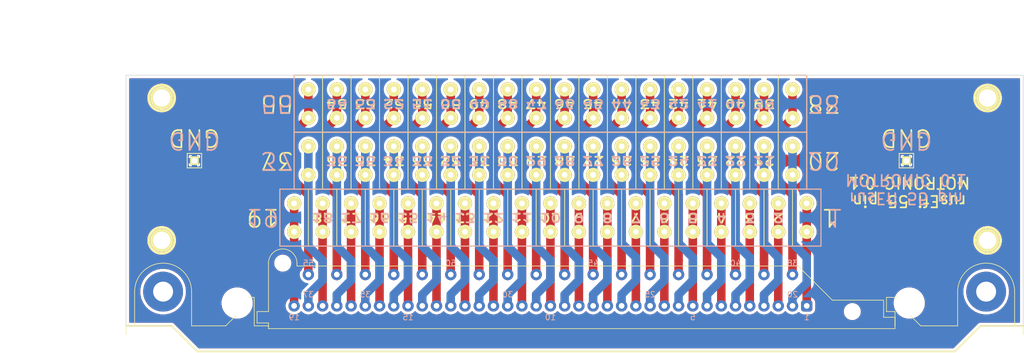
<source format=kicad_pcb>
(kicad_pcb (version 20171130) (host pcbnew 5.1.5-52549c5~84~ubuntu18.04.1)

  (general
    (thickness 1.6)
    (drawings 156)
    (tracks 258)
    (zones 0)
    (modules 10)
    (nets 57)
  )

  (page A3)
  (layers
    (0 F.Cu signal)
    (31 B.Cu signal)
    (32 B.Adhes user)
    (33 F.Adhes user)
    (34 B.Paste user)
    (35 F.Paste user)
    (36 B.SilkS user)
    (37 F.SilkS user)
    (38 B.Mask user)
    (39 F.Mask user)
    (40 Dwgs.User user)
    (41 Cmts.User user)
    (42 Eco1.User user)
    (43 Eco2.User user)
    (44 Edge.Cuts user)
  )

  (setup
    (last_trace_width 1.5)
    (user_trace_width 0.3)
    (user_trace_width 0.5)
    (user_trace_width 0.6)
    (user_trace_width 0.7)
    (user_trace_width 0.8)
    (user_trace_width 0.9)
    (user_trace_width 1)
    (user_trace_width 1.5)
    (user_trace_width 2)
    (trace_clearance 0.3)
    (zone_clearance 0.5)
    (zone_45_only no)
    (trace_min 0.254)
    (via_size 0.889)
    (via_drill 0.635)
    (via_min_size 0.889)
    (via_min_drill 0.508)
    (uvia_size 0.508)
    (uvia_drill 0.127)
    (uvias_allowed no)
    (uvia_min_size 0.508)
    (uvia_min_drill 0.127)
    (edge_width 0.1)
    (segment_width 0.2)
    (pcb_text_width 0.3)
    (pcb_text_size 1.5 1.5)
    (mod_edge_width 0.15)
    (mod_text_size 1 1)
    (mod_text_width 0.15)
    (pad_size 4.064 4.064)
    (pad_drill 3.048)
    (pad_to_mask_clearance 0)
    (aux_axis_origin 0 0)
    (visible_elements 7FFFFFFF)
    (pcbplotparams
      (layerselection 0x010fc_80000001)
      (usegerberextensions true)
      (usegerberattributes false)
      (usegerberadvancedattributes false)
      (creategerberjobfile false)
      (excludeedgelayer true)
      (linewidth 0.150000)
      (plotframeref false)
      (viasonmask false)
      (mode 1)
      (useauxorigin false)
      (hpglpennumber 1)
      (hpglpenspeed 20)
      (hpglpendiameter 15.000000)
      (psnegative false)
      (psa4output false)
      (plotreference true)
      (plotvalue true)
      (plotinvisibletext false)
      (padsonsilk false)
      (subtractmaskfromsilk false)
      (outputformat 1)
      (mirror false)
      (drillshape 0)
      (scaleselection 1)
      (outputdirectory "963063-15_55_pin_connector_gerbers"))
  )

  (net 0 "")
  (net 1 GND)
  (net 2 N-000001)
  (net 3 N-0000010)
  (net 4 N-0000011)
  (net 5 N-0000012)
  (net 6 N-0000013)
  (net 7 N-0000014)
  (net 8 N-0000015)
  (net 9 N-0000016)
  (net 10 N-0000017)
  (net 11 N-0000018)
  (net 12 N-0000019)
  (net 13 N-000002)
  (net 14 N-0000020)
  (net 15 N-0000021)
  (net 16 N-0000022)
  (net 17 N-0000023)
  (net 18 N-0000024)
  (net 19 N-0000025)
  (net 20 N-0000026)
  (net 21 N-0000027)
  (net 22 N-0000028)
  (net 23 N-0000029)
  (net 24 N-000003)
  (net 25 N-0000030)
  (net 26 N-0000031)
  (net 27 N-0000032)
  (net 28 N-0000033)
  (net 29 N-0000034)
  (net 30 N-0000035)
  (net 31 N-0000036)
  (net 32 N-0000037)
  (net 33 N-0000038)
  (net 34 N-0000039)
  (net 35 N-000004)
  (net 36 N-0000040)
  (net 37 N-0000041)
  (net 38 N-0000042)
  (net 39 N-0000043)
  (net 40 N-0000044)
  (net 41 N-0000046)
  (net 42 N-0000047)
  (net 43 N-0000048)
  (net 44 N-0000049)
  (net 45 N-000005)
  (net 46 N-0000050)
  (net 47 N-0000051)
  (net 48 N-0000052)
  (net 49 N-0000053)
  (net 50 N-0000054)
  (net 51 N-0000055)
  (net 52 N-0000056)
  (net 53 N-000006)
  (net 54 N-000007)
  (net 55 N-000008)
  (net 56 N-000009)

  (net_class Default "Это класс цепей по умолчанию."
    (clearance 0.3)
    (trace_width 0.3)
    (via_dia 0.889)
    (via_drill 0.635)
    (uvia_dia 0.508)
    (uvia_drill 0.127)
    (add_net GND)
    (add_net N-000001)
    (add_net N-0000010)
    (add_net N-0000011)
    (add_net N-0000012)
    (add_net N-0000013)
    (add_net N-0000014)
    (add_net N-0000015)
    (add_net N-0000016)
    (add_net N-0000017)
    (add_net N-0000018)
    (add_net N-0000019)
    (add_net N-000002)
    (add_net N-0000020)
    (add_net N-0000021)
    (add_net N-0000022)
    (add_net N-0000023)
    (add_net N-0000024)
    (add_net N-0000025)
    (add_net N-0000026)
    (add_net N-0000027)
    (add_net N-0000028)
    (add_net N-0000029)
    (add_net N-000003)
    (add_net N-0000030)
    (add_net N-0000031)
    (add_net N-0000032)
    (add_net N-0000033)
    (add_net N-0000034)
    (add_net N-0000035)
    (add_net N-0000036)
    (add_net N-0000037)
    (add_net N-0000038)
    (add_net N-0000039)
    (add_net N-000004)
    (add_net N-0000040)
    (add_net N-0000041)
    (add_net N-0000042)
    (add_net N-0000043)
    (add_net N-0000044)
    (add_net N-0000046)
    (add_net N-0000047)
    (add_net N-0000048)
    (add_net N-0000049)
    (add_net N-000005)
    (add_net N-0000050)
    (add_net N-0000051)
    (add_net N-0000052)
    (add_net N-0000053)
    (add_net N-0000054)
    (add_net N-0000055)
    (add_net N-0000056)
    (add_net N-000006)
    (add_net N-000007)
    (add_net N-000008)
    (add_net N-000009)
  )

  (module hw_55_te:55pin_china_bosch_motronic (layer F.Cu) (tedit 5E763381) (tstamp 54212F31)
    (at 220 168.5 180)
    (path /542111B3)
    (fp_text reference P1 (at 0 27.5) (layer F.SilkS) hide
      (effects (font (size 1 1) (thickness 0.15)))
    )
    (fp_text value MOTRONIC (at 0 2.25) (layer F.SilkS) hide
      (effects (font (size 1 1) (thickness 0.15)))
    )
    (fp_line (start 52 4.5) (end 49.5 4.5) (layer F.SilkS) (width 0.12))
    (fp_line (start 66.5 4.5) (end 74.5 4.5) (layer F.SilkS) (width 0.3))
    (fp_line (start -75.5 4.5) (end -83 4.5) (layer F.SilkS) (width 0.3))
    (fp_line (start -71 0) (end -75.5 4.5) (layer F.SilkS) (width 0.3))
    (fp_line (start 62 0) (end 66.5 4.5) (layer F.SilkS) (width 0.3))
    (fp_line (start -71 0) (end 62 0) (layer F.SilkS) (width 0.3))
    (fp_line (start -83 4.5) (end -83 3) (layer F.SilkS) (width 0.12))
    (fp_line (start -81.5 4.5) (end -83 4.5) (layer F.SilkS) (width 0.12))
    (fp_line (start 74.5 4.5) (end 74.5 3) (layer F.SilkS) (width 0.12))
    (fp_line (start 73 4.5) (end 74.5 4.5) (layer F.SilkS) (width 0.12))
    (fp_line (start 57 4.5) (end 63 4.5) (layer F.SilkS) (width 0.12))
    (fp_line (start 54 7.5) (end 57 4.5) (layer F.SilkS) (width 0.12))
    (fp_line (start 54 9.5) (end 54 7.5) (layer F.SilkS) (width 0.12))
    (fp_line (start 52 9.5) (end 54 9.5) (layer F.SilkS) (width 0.12))
    (fp_line (start 52 4.5) (end 52 9.5) (layer F.SilkS) (width 0.12))
    (fp_line (start -65 4.5) (end -71.5 4.5) (layer F.SilkS) (width 0.12))
    (fp_line (start -62.5 7) (end -65 4.5) (layer F.SilkS) (width 0.12))
    (fp_line (start -62.5 9.5) (end -62.5 7) (layer F.SilkS) (width 0.12))
    (fp_line (start -59 9.5) (end -62.5 9.5) (layer F.SilkS) (width 0.12))
    (fp_line (start -59 7) (end -59 9.5) (layer F.SilkS) (width 0.12))
    (fp_line (start -60.5 7) (end -59 7) (layer F.SilkS) (width 0.12))
    (fp_line (start -60.5 4.5) (end -60.5 7) (layer F.SilkS) (width 0.12))
    (fp_line (start -81.5 10.5) (end -81.5 4.5) (layer F.SilkS) (width 0.12))
    (fp_line (start -71.5 10.5) (end -71.5 4.5) (layer F.SilkS) (width 0.12))
    (fp_line (start 63 10.5) (end 63 4.5) (layer F.SilkS) (width 0.12))
    (fp_line (start 73 10.5) (end 73 4.5) (layer F.SilkS) (width 0.12))
    (fp_arc (start 68 10.5) (end 63 10.5) (angle -180) (layer F.SilkS) (width 0.12))
    (fp_arc (start -76.5 10.5) (end -81.5 10.5) (angle -180) (layer F.SilkS) (width 0.12))
    (fp_line (start 49.5 5) (end 49.5 4) (layer F.SilkS) (width 0.12))
    (fp_line (start 51.5 5) (end 49.5 5) (layer F.SilkS) (width 0.12))
    (fp_line (start 51.5 7) (end 51.5 5) (layer F.SilkS) (width 0.12))
    (fp_line (start 49.5 7) (end 51.5 7) (layer F.SilkS) (width 0.12))
    (fp_line (start -60.5 6) (end -58.5 6) (layer F.SilkS) (width 0.12))
    (fp_line (start -60.5 4) (end -60.5 6) (layer F.SilkS) (width 0.12))
    (fp_line (start -60.5 4) (end 49.5 4) (layer F.SilkS) (width 0.12))
    (fp_line (start -58.5 9) (end -58.5 6) (layer F.SilkS) (width 0.12))
    (fp_line (start -49.5 9) (end -58.5 9) (layer F.SilkS) (width 0.12))
    (fp_line (start -43.5 15) (end -49.5 9) (layer F.SilkS) (width 0.12))
    (fp_line (start 49.5 15.5) (end 49.5 7) (layer F.SilkS) (width 0.12))
    (fp_line (start 44.5 15) (end 44.5 15.5) (layer F.SilkS) (width 0.12))
    (fp_arc (start 47 15.5) (end 44.5 15.5) (angle -180) (layer F.SilkS) (width 0.12))
    (fp_line (start 44.5 15) (end -43.5 15) (layer F.SilkS) (width 0.12))
    (fp_text user 55 (at 42.5 15.5) (layer B.SilkS)
      (effects (font (size 1 1) (thickness 0.15)) (justify mirror))
    )
    (fp_text user 50 (at 17.5 15.5) (layer B.SilkS)
      (effects (font (size 1 1) (thickness 0.15)) (justify mirror))
    )
    (fp_text user 45 (at -7.5 15.5) (layer B.SilkS)
      (effects (font (size 1 1) (thickness 0.15)) (justify mirror))
    )
    (fp_text user 40 (at -32.5 15.5) (layer B.SilkS)
      (effects (font (size 1 1) (thickness 0.15)) (justify mirror))
    )
    (fp_text user 38 (at -42.5 15.5) (layer B.SilkS)
      (effects (font (size 1 1) (thickness 0.15)) (justify mirror))
    )
    (fp_text user 25 (at -17.5 10) (layer B.SilkS)
      (effects (font (size 1 1) (thickness 0.15)) (justify mirror))
    )
    (fp_text user 20 (at -42.5 10) (layer B.SilkS)
      (effects (font (size 1 1) (thickness 0.15)) (justify mirror))
    )
    (fp_text user 37 (at 42.5 10) (layer B.SilkS)
      (effects (font (size 1 1) (thickness 0.15)) (justify mirror))
    )
    (fp_text user 19 (at 45 6) (layer B.SilkS)
      (effects (font (size 1 1) (thickness 0.15)) (justify mirror))
    )
    (fp_text user 35 (at 32.5 10) (layer B.SilkS)
      (effects (font (size 1 1) (thickness 0.15)) (justify mirror))
    )
    (fp_text user 30 (at 7.5 10) (layer B.SilkS)
      (effects (font (size 1 1) (thickness 0.15)) (justify mirror))
    )
    (fp_text user 15 (at 25 6) (layer B.SilkS)
      (effects (font (size 1 1) (thickness 0.15)) (justify mirror))
    )
    (fp_text user 10 (at 0 6) (layer B.SilkS)
      (effects (font (size 1 1) (thickness 0.15)) (justify mirror))
    )
    (fp_text user 5 (at -25 6) (layer B.SilkS)
      (effects (font (size 1 1) (thickness 0.15)) (justify mirror))
    )
    (fp_text user 1 (at -45 6) (layer B.SilkS)
      (effects (font (size 1 1) (thickness 0.15)) (justify mirror))
    )
    (pad "" np_thru_hole circle (at 68 10.5 180) (size 7 7) (drill 3.5) (layers *.Cu *.Mask))
    (pad "" np_thru_hole circle (at -76.5 10.5 180) (size 7 7) (drill 3.5) (layers *.Cu *.Mask))
    (pad "" np_thru_hole circle (at -53 7 180) (size 2 2) (drill 2) (layers *.Cu *.Mask))
    (pad "" np_thru_hole circle (at 47 15.5 180) (size 2 2) (drill 2) (layers *.Cu *.Mask))
    (pad "" np_thru_hole circle (at 55 8.5 180) (size 4.5 4.5) (drill 4.5) (layers *.Cu *.Mask))
    (pad "" np_thru_hole circle (at -63 8.5 180) (size 4.5 4.5) (drill 4.5) (layers *.Cu *.Mask))
    (pad 1 thru_hole roundrect (at -45 8 180) (size 2 2) (drill 1) (layers *.Cu *.Mask) (roundrect_rratio 0.25)
      (net 13 N-000002))
    (pad 20 thru_hole circle (at -42.5 8 180) (size 2 2) (drill 1) (layers *.Cu *.Mask)
      (net 15 N-0000021))
    (pad 2 thru_hole circle (at -40 8 180) (size 2 2) (drill 1) (layers *.Cu *.Mask)
      (net 24 N-000003))
    (pad 3 thru_hole circle (at -35 8 180) (size 2 2) (drill 1) (layers *.Cu *.Mask)
      (net 35 N-000004))
    (pad 4 thru_hole circle (at -30 8 180) (size 2 2) (drill 1) (layers *.Cu *.Mask)
      (net 45 N-000005))
    (pad 5 thru_hole circle (at -25 8 180) (size 2 2) (drill 1) (layers *.Cu *.Mask)
      (net 53 N-000006))
    (pad 6 thru_hole circle (at -20 8 180) (size 2 2) (drill 1) (layers *.Cu *.Mask)
      (net 54 N-000007))
    (pad 7 thru_hole circle (at -15 8 180) (size 2 2) (drill 1) (layers *.Cu *.Mask)
      (net 55 N-000008))
    (pad 8 thru_hole circle (at -10 8 180) (size 2 2) (drill 1) (layers *.Cu *.Mask)
      (net 56 N-000009))
    (pad 9 thru_hole circle (at -5 8 180) (size 2 2) (drill 1) (layers *.Cu *.Mask)
      (net 3 N-0000010))
    (pad 10 thru_hole circle (at 0 8 180) (size 2 2) (drill 1) (layers *.Cu *.Mask)
      (net 4 N-0000011))
    (pad 11 thru_hole circle (at 5 8 180) (size 2 2) (drill 1) (layers *.Cu *.Mask)
      (net 2 N-000001))
    (pad 12 thru_hole circle (at 10 8 180) (size 2 2) (drill 1) (layers *.Cu *.Mask)
      (net 6 N-0000013))
    (pad 13 thru_hole circle (at 15 8 180) (size 2 2) (drill 1) (layers *.Cu *.Mask)
      (net 7 N-0000014))
    (pad 14 thru_hole circle (at 20 8 180) (size 2 2) (drill 1) (layers *.Cu *.Mask)
      (net 8 N-0000015))
    (pad 15 thru_hole circle (at 25 8 180) (size 2 2) (drill 1) (layers *.Cu *.Mask)
      (net 9 N-0000016))
    (pad 16 thru_hole circle (at 30 8 180) (size 2 2) (drill 1) (layers *.Cu *.Mask)
      (net 10 N-0000017))
    (pad 17 thru_hole circle (at 35 8 180) (size 2 2) (drill 1) (layers *.Cu *.Mask)
      (net 11 N-0000018))
    (pad 18 thru_hole circle (at 40 8 180) (size 2 2) (drill 1) (layers *.Cu *.Mask)
      (net 12 N-0000019))
    (pad 19 thru_hole circle (at 45 8 180) (size 2 2) (drill 1) (layers *.Cu *.Mask)
      (net 14 N-0000020))
    (pad 21 thru_hole circle (at -37.5 8 180) (size 2 2) (drill 1) (layers *.Cu *.Mask)
      (net 16 N-0000022))
    (pad 22 thru_hole circle (at -32.5 8 180) (size 2 2) (drill 1) (layers *.Cu *.Mask)
      (net 29 N-0000034))
    (pad 23 thru_hole circle (at -27.5 8 180) (size 2 2) (drill 1) (layers *.Cu *.Mask)
      (net 42 N-0000047))
    (pad 24 thru_hole circle (at -22.5 8 180) (size 2 2) (drill 1) (layers *.Cu *.Mask)
      (net 43 N-0000048))
    (pad 25 thru_hole circle (at -17.5 8 180) (size 2 2) (drill 1) (layers *.Cu *.Mask)
      (net 44 N-0000049))
    (pad 26 thru_hole circle (at -12.5 8 180) (size 2 2) (drill 1) (layers *.Cu *.Mask)
      (net 46 N-0000050))
    (pad 27 thru_hole circle (at -7.5 8 180) (size 2 2) (drill 1) (layers *.Cu *.Mask)
      (net 47 N-0000051))
    (pad 28 thru_hole circle (at -2.5 8 180) (size 2 2) (drill 1) (layers *.Cu *.Mask)
      (net 48 N-0000052))
    (pad 29 thru_hole circle (at 2.5 8 180) (size 2 2) (drill 1) (layers *.Cu *.Mask)
      (net 49 N-0000053))
    (pad 30 thru_hole circle (at 7.5 8 180) (size 2 2) (drill 1) (layers *.Cu *.Mask)
      (net 50 N-0000054))
    (pad 31 thru_hole circle (at 12.5 8 180) (size 2 2) (drill 1) (layers *.Cu *.Mask)
      (net 51 N-0000055))
    (pad 32 thru_hole circle (at 17.5 8 180) (size 2 2) (drill 1) (layers *.Cu *.Mask)
      (net 52 N-0000056))
    (pad 33 thru_hole circle (at 22.5 8 180) (size 2 2) (drill 1) (layers *.Cu *.Mask)
      (net 41 N-0000046))
    (pad 34 thru_hole circle (at 27.5 8 180) (size 2 2) (drill 1) (layers *.Cu *.Mask)
      (net 18 N-0000024))
    (pad 35 thru_hole circle (at 32.5 8 180) (size 2 2) (drill 1) (layers *.Cu *.Mask)
      (net 19 N-0000025))
    (pad 36 thru_hole circle (at 37.5 8 180) (size 2 2) (drill 1) (layers *.Cu *.Mask)
      (net 20 N-0000026))
    (pad 37 thru_hole circle (at 42.5 8 180) (size 2 2) (drill 1) (layers *.Cu *.Mask)
      (net 21 N-0000027))
    (pad 38 thru_hole circle (at -42.5 13.5 180) (size 2 2) (drill 1) (layers *.Cu *.Mask)
      (net 22 N-0000028))
    (pad 39 thru_hole circle (at -37.5 13.5 180) (size 2 2) (drill 1) (layers *.Cu *.Mask)
      (net 23 N-0000029))
    (pad 40 thru_hole circle (at -32.5 13.5 180) (size 2 2) (drill 1) (layers *.Cu *.Mask)
      (net 25 N-0000030))
    (pad 41 thru_hole circle (at -27.5 13.5 180) (size 2 2) (drill 1) (layers *.Cu *.Mask)
      (net 26 N-0000031))
    (pad 42 thru_hole circle (at -22.5 13.5 180) (size 2 2) (drill 1) (layers *.Cu *.Mask)
      (net 27 N-0000032))
    (pad 43 thru_hole circle (at -17.5 13.5 180) (size 2 2) (drill 1) (layers *.Cu *.Mask)
      (net 28 N-0000033))
    (pad 44 thru_hole circle (at -12.5 13.5 180) (size 2 2) (drill 1) (layers *.Cu *.Mask)
      (net 17 N-0000023))
    (pad 45 thru_hole circle (at -7.5 13.5 180) (size 2 2) (drill 1) (layers *.Cu *.Mask)
      (net 30 N-0000035))
    (pad 46 thru_hole circle (at -2.5 13.5 180) (size 2 2) (drill 1) (layers *.Cu *.Mask)
      (net 31 N-0000036))
    (pad 47 thru_hole circle (at 2.5 13.5 180) (size 2 2) (drill 1) (layers *.Cu *.Mask)
      (net 32 N-0000037))
    (pad 48 thru_hole circle (at 7.5 13.5 180) (size 2 2) (drill 1) (layers *.Cu *.Mask)
      (net 33 N-0000038))
    (pad 49 thru_hole circle (at 12.5 13.5 180) (size 2 2) (drill 1) (layers *.Cu *.Mask)
      (net 34 N-0000039))
    (pad 50 thru_hole circle (at 17.5 13.5 180) (size 2 2) (drill 1) (layers *.Cu *.Mask)
      (net 36 N-0000040))
    (pad 51 thru_hole circle (at 22.5 13.5 180) (size 2 2) (drill 1) (layers *.Cu *.Mask)
      (net 37 N-0000041))
    (pad 52 thru_hole circle (at 27.5 13.5 180) (size 2 2) (drill 1) (layers *.Cu *.Mask)
      (net 38 N-0000042))
    (pad 53 thru_hole circle (at 32.5 13.5 180) (size 2 2) (drill 1) (layers *.Cu *.Mask)
      (net 39 N-0000043))
    (pad 54 thru_hole circle (at 37.5 13.5 180) (size 2 2) (drill 1) (layers *.Cu *.Mask)
      (net 40 N-0000044))
    (pad 55 thru_hole circle (at 42.5 13.5 180) (size 2 2) (drill 1) (layers *.Cu *.Mask)
      (net 5 N-0000012))
  )

  (module CON19X5 (layer F.Cu) (tedit 5421128E) (tstamp 5E7645A1)
    (at 220 145 180)
    (path /542111C2)
    (fp_text reference P2 (at 0 7.5 180) (layer F.SilkS) hide
      (effects (font (size 1 1) (thickness 0.15)))
    )
    (fp_text value CONN_19 (at 0 -7.5 180) (layer F.SilkS) hide
      (effects (font (size 1 1) (thickness 0.15)))
    )
    (fp_line (start -22.5 -5) (end -22.5 5) (layer F.SilkS) (width 0.15))
    (fp_line (start -22.5 5) (end -17.5 5) (layer F.SilkS) (width 0.15))
    (fp_line (start -17.5 5) (end -17.5 -5) (layer F.SilkS) (width 0.15))
    (fp_line (start -17.5 -5) (end -12.5 -5) (layer F.SilkS) (width 0.15))
    (fp_line (start -12.5 -5) (end -12.5 5) (layer F.SilkS) (width 0.15))
    (fp_line (start -12.5 5) (end -7.5 5) (layer F.SilkS) (width 0.15))
    (fp_line (start -7.5 5) (end -7.5 -5) (layer F.SilkS) (width 0.15))
    (fp_line (start -7.5 -5) (end -2.5 -5) (layer F.SilkS) (width 0.15))
    (fp_line (start -2.5 -5) (end -2.5 5) (layer F.SilkS) (width 0.15))
    (fp_line (start -2.5 5) (end 2.5 5) (layer F.SilkS) (width 0.15))
    (fp_line (start 2.5 5) (end 2.5 -5) (layer F.SilkS) (width 0.15))
    (fp_line (start 2.5 -5) (end 7.5 -5) (layer F.SilkS) (width 0.15))
    (fp_line (start 7.5 -5) (end 7.5 5) (layer F.SilkS) (width 0.15))
    (fp_line (start 7.5 5) (end 12.5 5) (layer F.SilkS) (width 0.15))
    (fp_line (start 12.5 5) (end 12.5 -5) (layer F.SilkS) (width 0.15))
    (fp_line (start 12.5 -5) (end 17.5 -5) (layer F.SilkS) (width 0.15))
    (fp_line (start 17.5 -5) (end 17.5 5) (layer F.SilkS) (width 0.15))
    (fp_line (start 17.5 5) (end 22.5 5) (layer F.SilkS) (width 0.15))
    (fp_line (start 22.5 5) (end 22.5 -5) (layer F.SilkS) (width 0.15))
    (fp_line (start 22.5 -5) (end 27.5 -5) (layer F.SilkS) (width 0.15))
    (fp_line (start 27.5 -5) (end 27.5 5) (layer F.SilkS) (width 0.15))
    (fp_line (start 27.5 5) (end 32.5 5) (layer F.SilkS) (width 0.15))
    (fp_line (start 32.5 5) (end 32.5 -5) (layer F.SilkS) (width 0.15))
    (fp_line (start 32.5 -5) (end 37.5 -5) (layer F.SilkS) (width 0.15))
    (fp_line (start 37.5 -5) (end 37.5 5) (layer F.SilkS) (width 0.15))
    (fp_line (start 37.5 5) (end 42.5 5) (layer F.SilkS) (width 0.15))
    (fp_line (start 42.5 5) (end 42.5 -5) (layer F.SilkS) (width 0.15))
    (fp_line (start -27.5 5) (end -27.5 -5) (layer F.SilkS) (width 0.15))
    (fp_line (start -32.5 -5) (end -32.5 5) (layer F.SilkS) (width 0.15))
    (fp_line (start -37.5 5) (end -37.5 -5) (layer F.SilkS) (width 0.15))
    (fp_line (start -42.5 -5) (end -42.5 5) (layer F.SilkS) (width 0.15))
    (fp_line (start -47.5 -5) (end -47.5 5) (layer F.SilkS) (width 0.15))
    (fp_line (start -47.5 5) (end 47.5 5) (layer F.SilkS) (width 0.15))
    (fp_line (start 47.5 5) (end 47.5 -5) (layer F.SilkS) (width 0.15))
    (fp_line (start 47.5 -5) (end -47.5 -5) (layer F.SilkS) (width 0.15))
    (pad 1 thru_hole circle (at -45 2.5 180) (size 2.5 2.5) (drill 1) (layers *.Cu *.Mask F.SilkS)
      (net 13 N-000002))
    (pad 2 thru_hole circle (at -40 2.5 180) (size 2.5 2.5) (drill 1) (layers *.Cu *.Mask F.SilkS)
      (net 24 N-000003))
    (pad 3 thru_hole circle (at -35 2.5 180) (size 2.5 2.5) (drill 1) (layers *.Cu *.Mask F.SilkS)
      (net 35 N-000004))
    (pad 4 thru_hole circle (at -30 2.5 180) (size 2.5 2.5) (drill 1) (layers *.Cu *.Mask F.SilkS)
      (net 45 N-000005))
    (pad 5 thru_hole circle (at -25 2.5 180) (size 2.5 2.5) (drill 1) (layers *.Cu *.Mask F.SilkS)
      (net 53 N-000006))
    (pad 6 thru_hole circle (at -20 2.5 180) (size 2.5 2.5) (drill 1) (layers *.Cu *.Mask F.SilkS)
      (net 54 N-000007))
    (pad 7 thru_hole circle (at -15 2.5 180) (size 2.5 2.5) (drill 1) (layers *.Cu *.Mask F.SilkS)
      (net 55 N-000008))
    (pad 8 thru_hole circle (at -10 2.5 180) (size 2.5 2.5) (drill 1) (layers *.Cu *.Mask F.SilkS)
      (net 56 N-000009))
    (pad 9 thru_hole circle (at -5 2.5 180) (size 2.5 2.5) (drill 1) (layers *.Cu *.Mask F.SilkS)
      (net 3 N-0000010))
    (pad 10 thru_hole circle (at 0 2.5 180) (size 2.5 2.5) (drill 1) (layers *.Cu *.Mask F.SilkS)
      (net 4 N-0000011))
    (pad 11 thru_hole circle (at 5 2.5 180) (size 2.5 2.5) (drill 1) (layers *.Cu *.Mask F.SilkS)
      (net 2 N-000001))
    (pad 12 thru_hole circle (at 10 2.5 180) (size 2.5 2.5) (drill 1) (layers *.Cu *.Mask F.SilkS)
      (net 6 N-0000013))
    (pad 13 thru_hole circle (at 15 2.5 180) (size 2.5 2.5) (drill 1) (layers *.Cu *.Mask F.SilkS)
      (net 7 N-0000014))
    (pad 14 thru_hole circle (at 20 2.5 180) (size 2.5 2.5) (drill 1) (layers *.Cu *.Mask F.SilkS)
      (net 8 N-0000015))
    (pad 15 thru_hole circle (at 25 2.5 180) (size 2.5 2.5) (drill 1) (layers *.Cu *.Mask F.SilkS)
      (net 9 N-0000016))
    (pad 16 thru_hole circle (at 30 2.5 180) (size 2.5 2.5) (drill 1) (layers *.Cu *.Mask F.SilkS)
      (net 10 N-0000017))
    (pad 17 thru_hole circle (at 35 2.5 180) (size 2.5 2.5) (drill 1) (layers *.Cu *.Mask F.SilkS)
      (net 11 N-0000018))
    (pad 18 thru_hole circle (at 40 2.5 180) (size 2.5 2.5) (drill 1) (layers *.Cu *.Mask F.SilkS)
      (net 12 N-0000019))
    (pad 19 thru_hole circle (at 45 2.5 180) (size 2.5 2.5) (drill 1) (layers *.Cu *.Mask F.SilkS)
      (net 14 N-0000020))
    (pad 1 thru_hole circle (at -45 -2.5 180) (size 2.5 2.5) (drill 1) (layers *.Cu *.Mask F.SilkS)
      (net 13 N-000002))
    (pad 2 thru_hole circle (at -40 -2.5 180) (size 2.5 2.5) (drill 1) (layers *.Cu *.Mask F.SilkS)
      (net 24 N-000003))
    (pad 3 thru_hole circle (at -35 -2.5 180) (size 2.5 2.5) (drill 1) (layers *.Cu *.Mask F.SilkS)
      (net 35 N-000004))
    (pad 4 thru_hole circle (at -30 -2.5 180) (size 2.5 2.5) (drill 1) (layers *.Cu *.Mask F.SilkS)
      (net 45 N-000005))
    (pad 5 thru_hole circle (at -25 -2.5 180) (size 2.5 2.5) (drill 1) (layers *.Cu *.Mask F.SilkS)
      (net 53 N-000006))
    (pad 6 thru_hole circle (at -20 -2.5 180) (size 2.5 2.5) (drill 1) (layers *.Cu *.Mask F.SilkS)
      (net 54 N-000007))
    (pad 7 thru_hole circle (at -15 -2.5 180) (size 2.5 2.5) (drill 1) (layers *.Cu *.Mask F.SilkS)
      (net 55 N-000008))
    (pad 8 thru_hole circle (at -10 -2.5 180) (size 2.5 2.5) (drill 1) (layers *.Cu *.Mask F.SilkS)
      (net 56 N-000009))
    (pad 9 thru_hole circle (at -5 -2.5 180) (size 2.5 2.5) (drill 1) (layers *.Cu *.Mask F.SilkS)
      (net 3 N-0000010))
    (pad 10 thru_hole circle (at 0 -2.5 180) (size 2.5 2.5) (drill 1) (layers *.Cu *.Mask F.SilkS)
      (net 4 N-0000011))
    (pad 11 thru_hole circle (at 5 -2.5 180) (size 2.5 2.5) (drill 1) (layers *.Cu *.Mask F.SilkS)
      (net 2 N-000001))
    (pad 12 thru_hole circle (at 10 -2.5 180) (size 2.5 2.5) (drill 1) (layers *.Cu *.Mask F.SilkS)
      (net 6 N-0000013))
    (pad 13 thru_hole circle (at 15 -2.5 180) (size 2.5 2.5) (drill 1) (layers *.Cu *.Mask F.SilkS)
      (net 7 N-0000014))
    (pad 14 thru_hole circle (at 20 -2.5 180) (size 2.5 2.5) (drill 1) (layers *.Cu *.Mask F.SilkS)
      (net 8 N-0000015))
    (pad 15 thru_hole circle (at 25 -2.5 180) (size 2.5 2.5) (drill 1) (layers *.Cu *.Mask F.SilkS)
      (net 9 N-0000016))
    (pad 16 thru_hole circle (at 30 -2.5 180) (size 2.5 2.5) (drill 1) (layers *.Cu *.Mask F.SilkS)
      (net 10 N-0000017))
    (pad 17 thru_hole circle (at 35 -2.5 180) (size 2.5 2.5) (drill 1) (layers *.Cu *.Mask F.SilkS)
      (net 11 N-0000018))
    (pad 18 thru_hole circle (at 40 -2.5 180) (size 2.5 2.5) (drill 1) (layers *.Cu *.Mask F.SilkS)
      (net 12 N-0000019))
    (pad 19 thru_hole circle (at 45 -2.5 180) (size 2.5 2.5) (drill 1) (layers *.Cu *.Mask F.SilkS)
      (net 14 N-0000020))
  )

  (module CON18X5 (layer F.Cu) (tedit 5421131E) (tstamp 54212E8B)
    (at 220 135 180)
    (path /54211270)
    (fp_text reference P3 (at 0 7.5 180) (layer F.SilkS) hide
      (effects (font (size 1 1) (thickness 0.15)))
    )
    (fp_text value CONN_18 (at 0 -7.5 180) (layer F.SilkS) hide
      (effects (font (size 1 1) (thickness 0.15)))
    )
    (fp_line (start -45 -5) (end 45 -5) (layer F.SilkS) (width 0.15))
    (fp_line (start -45 5) (end 45 5) (layer F.SilkS) (width 0.15))
    (fp_line (start -20 -5) (end -20 5) (layer F.SilkS) (width 0.15))
    (fp_line (start -20 5) (end -15 5) (layer F.SilkS) (width 0.15))
    (fp_line (start -15 5) (end -15 -5) (layer F.SilkS) (width 0.15))
    (fp_line (start -15 -5) (end -10 -5) (layer F.SilkS) (width 0.15))
    (fp_line (start -10 -5) (end -10 5) (layer F.SilkS) (width 0.15))
    (fp_line (start -10 5) (end -5 5) (layer F.SilkS) (width 0.15))
    (fp_line (start -5 5) (end -5 -5) (layer F.SilkS) (width 0.15))
    (fp_line (start -5 -5) (end 0 -5) (layer F.SilkS) (width 0.15))
    (fp_line (start 0 -5) (end 0 5) (layer F.SilkS) (width 0.15))
    (fp_line (start 0 5) (end 5 5) (layer F.SilkS) (width 0.15))
    (fp_line (start 5 5) (end 5 -5) (layer F.SilkS) (width 0.15))
    (fp_line (start 5 -5) (end 10 -5) (layer F.SilkS) (width 0.15))
    (fp_line (start 10 -5) (end 10 5) (layer F.SilkS) (width 0.15))
    (fp_line (start 10 5) (end 15 5) (layer F.SilkS) (width 0.15))
    (fp_line (start 15 5) (end 15 -5) (layer F.SilkS) (width 0.15))
    (fp_line (start 15 -5) (end 20 -5) (layer F.SilkS) (width 0.15))
    (fp_line (start 20 -5) (end 20 5) (layer F.SilkS) (width 0.15))
    (fp_line (start 20 5) (end 25 5) (layer F.SilkS) (width 0.15))
    (fp_line (start 25 5) (end 25 -5) (layer F.SilkS) (width 0.15))
    (fp_line (start 25 -5) (end 30 -5) (layer F.SilkS) (width 0.15))
    (fp_line (start 30 -5) (end 30 5) (layer F.SilkS) (width 0.15))
    (fp_line (start 30 5) (end 35 5) (layer F.SilkS) (width 0.15))
    (fp_line (start 35 5) (end 35 -5) (layer F.SilkS) (width 0.15))
    (fp_line (start 35 -5) (end 40 -5) (layer F.SilkS) (width 0.15))
    (fp_line (start 40 -5) (end 40 5) (layer F.SilkS) (width 0.15))
    (fp_line (start 40 5) (end 45 5) (layer F.SilkS) (width 0.15))
    (fp_line (start 45 5) (end 45 -5) (layer F.SilkS) (width 0.15))
    (fp_line (start -25 5) (end -25 -5) (layer F.SilkS) (width 0.15))
    (fp_line (start -30 -5) (end -30 5) (layer F.SilkS) (width 0.15))
    (fp_line (start -35 5) (end -35 -5) (layer F.SilkS) (width 0.15))
    (fp_line (start -40 -5) (end -40 5) (layer F.SilkS) (width 0.15))
    (fp_line (start -45 -5) (end -45 5) (layer F.SilkS) (width 0.15))
    (pad 1 thru_hole circle (at -42.5 2.5 180) (size 2.5 2.5) (drill 1) (layers *.Cu *.Mask F.SilkS)
      (net 15 N-0000021))
    (pad 2 thru_hole circle (at -37.5 2.5 180) (size 2.5 2.5) (drill 1) (layers *.Cu *.Mask F.SilkS)
      (net 16 N-0000022))
    (pad 3 thru_hole circle (at -32.5 2.5 180) (size 2.5 2.5) (drill 1) (layers *.Cu *.Mask F.SilkS)
      (net 29 N-0000034))
    (pad 4 thru_hole circle (at -27.5 2.5 180) (size 2.5 2.5) (drill 1) (layers *.Cu *.Mask F.SilkS)
      (net 42 N-0000047))
    (pad 5 thru_hole circle (at -22.5 2.5 180) (size 2.5 2.5) (drill 1) (layers *.Cu *.Mask F.SilkS)
      (net 43 N-0000048))
    (pad 6 thru_hole circle (at -17.5 2.5 180) (size 2.5 2.5) (drill 1) (layers *.Cu *.Mask F.SilkS)
      (net 44 N-0000049))
    (pad 7 thru_hole circle (at -12.5 2.5 180) (size 2.5 2.5) (drill 1) (layers *.Cu *.Mask F.SilkS)
      (net 46 N-0000050))
    (pad 8 thru_hole circle (at -7.5 2.5 180) (size 2.5 2.5) (drill 1) (layers *.Cu *.Mask F.SilkS)
      (net 47 N-0000051))
    (pad 9 thru_hole circle (at -2.5 2.5 180) (size 2.5 2.5) (drill 1) (layers *.Cu *.Mask F.SilkS)
      (net 48 N-0000052))
    (pad 10 thru_hole circle (at 2.5 2.5 180) (size 2.5 2.5) (drill 1) (layers *.Cu *.Mask F.SilkS)
      (net 49 N-0000053))
    (pad 11 thru_hole circle (at 7.5 2.5 180) (size 2.5 2.5) (drill 1) (layers *.Cu *.Mask F.SilkS)
      (net 50 N-0000054))
    (pad 12 thru_hole circle (at 12.5 2.5 180) (size 2.5 2.5) (drill 1) (layers *.Cu *.Mask F.SilkS)
      (net 51 N-0000055))
    (pad 13 thru_hole circle (at 17.5 2.5 180) (size 2.5 2.5) (drill 1) (layers *.Cu *.Mask F.SilkS)
      (net 52 N-0000056))
    (pad 14 thru_hole circle (at 22.5 2.5 180) (size 2.5 2.5) (drill 1) (layers *.Cu *.Mask F.SilkS)
      (net 41 N-0000046))
    (pad 15 thru_hole circle (at 27.5 2.5 180) (size 2.5 2.5) (drill 1) (layers *.Cu *.Mask F.SilkS)
      (net 18 N-0000024))
    (pad 16 thru_hole circle (at 32.5 2.5 180) (size 2.5 2.5) (drill 1) (layers *.Cu *.Mask F.SilkS)
      (net 19 N-0000025))
    (pad 17 thru_hole circle (at 37.5 2.5 180) (size 2.5 2.5) (drill 1) (layers *.Cu *.Mask F.SilkS)
      (net 20 N-0000026))
    (pad 18 thru_hole circle (at 42.5 2.5 180) (size 2.5 2.5) (drill 1) (layers *.Cu *.Mask F.SilkS)
      (net 21 N-0000027))
    (pad 1 thru_hole circle (at -42.5 -2.5 180) (size 2.5 2.5) (drill 1) (layers *.Cu *.Mask F.SilkS)
      (net 15 N-0000021))
    (pad 2 thru_hole circle (at -37.5 -2.5 180) (size 2.5 2.5) (drill 1) (layers *.Cu *.Mask F.SilkS)
      (net 16 N-0000022))
    (pad 3 thru_hole circle (at -32.5 -2.5 180) (size 2.5 2.5) (drill 1) (layers *.Cu *.Mask F.SilkS)
      (net 29 N-0000034))
    (pad 4 thru_hole circle (at -27.5 -2.5 180) (size 2.5 2.5) (drill 1) (layers *.Cu *.Mask F.SilkS)
      (net 42 N-0000047))
    (pad 5 thru_hole circle (at -22.5 -2.5 180) (size 2.5 2.5) (drill 1) (layers *.Cu *.Mask F.SilkS)
      (net 43 N-0000048))
    (pad 6 thru_hole circle (at -17.5 -2.5 180) (size 2.5 2.5) (drill 1) (layers *.Cu *.Mask F.SilkS)
      (net 44 N-0000049))
    (pad 7 thru_hole circle (at -12.5 -2.5 180) (size 2.5 2.5) (drill 1) (layers *.Cu *.Mask F.SilkS)
      (net 46 N-0000050))
    (pad 8 thru_hole circle (at -7.5 -2.5 180) (size 2.5 2.5) (drill 1) (layers *.Cu *.Mask F.SilkS)
      (net 47 N-0000051))
    (pad 9 thru_hole circle (at -2.5 -2.5 180) (size 2.5 2.5) (drill 1) (layers *.Cu *.Mask F.SilkS)
      (net 48 N-0000052))
    (pad 10 thru_hole circle (at 2.5 -2.5 180) (size 2.5 2.5) (drill 1) (layers *.Cu *.Mask F.SilkS)
      (net 49 N-0000053))
    (pad 11 thru_hole circle (at 7.5 -2.5 180) (size 2.5 2.5) (drill 1) (layers *.Cu *.Mask F.SilkS)
      (net 50 N-0000054))
    (pad 12 thru_hole circle (at 12.5 -2.5 180) (size 2.5 2.5) (drill 1) (layers *.Cu *.Mask F.SilkS)
      (net 51 N-0000055))
    (pad 13 thru_hole circle (at 17.5 -2.5 180) (size 2.5 2.5) (drill 1) (layers *.Cu *.Mask F.SilkS)
      (net 52 N-0000056))
    (pad 14 thru_hole circle (at 22.5 -2.5 180) (size 2.5 2.5) (drill 1) (layers *.Cu *.Mask F.SilkS)
      (net 41 N-0000046))
    (pad 15 thru_hole circle (at 27.5 -2.5 180) (size 2.5 2.5) (drill 1) (layers *.Cu *.Mask F.SilkS)
      (net 18 N-0000024))
    (pad 16 thru_hole circle (at 32.5 -2.5 180) (size 2.5 2.5) (drill 1) (layers *.Cu *.Mask F.SilkS)
      (net 19 N-0000025))
    (pad 17 thru_hole circle (at 37.5 -2.5 180) (size 2.5 2.5) (drill 1) (layers *.Cu *.Mask F.SilkS)
      (net 20 N-0000026))
    (pad 18 thru_hole circle (at 42.5 -2.5 180) (size 2.5 2.5) (drill 1) (layers *.Cu *.Mask F.SilkS)
      (net 21 N-0000027))
  )

  (module CON18X5 (layer F.Cu) (tedit 5421131E) (tstamp 54212ED5)
    (at 220 125 180)
    (path /5421127F)
    (fp_text reference P4 (at 0 7.5 180) (layer F.SilkS) hide
      (effects (font (size 1 1) (thickness 0.15)))
    )
    (fp_text value CONN_18 (at 0 -7.5 180) (layer F.SilkS) hide
      (effects (font (size 1 1) (thickness 0.15)))
    )
    (fp_line (start -45 -5) (end 45 -5) (layer F.SilkS) (width 0.15))
    (fp_line (start -45 5) (end 45 5) (layer F.SilkS) (width 0.15))
    (fp_line (start -20 -5) (end -20 5) (layer F.SilkS) (width 0.15))
    (fp_line (start -20 5) (end -15 5) (layer F.SilkS) (width 0.15))
    (fp_line (start -15 5) (end -15 -5) (layer F.SilkS) (width 0.15))
    (fp_line (start -15 -5) (end -10 -5) (layer F.SilkS) (width 0.15))
    (fp_line (start -10 -5) (end -10 5) (layer F.SilkS) (width 0.15))
    (fp_line (start -10 5) (end -5 5) (layer F.SilkS) (width 0.15))
    (fp_line (start -5 5) (end -5 -5) (layer F.SilkS) (width 0.15))
    (fp_line (start -5 -5) (end 0 -5) (layer F.SilkS) (width 0.15))
    (fp_line (start 0 -5) (end 0 5) (layer F.SilkS) (width 0.15))
    (fp_line (start 0 5) (end 5 5) (layer F.SilkS) (width 0.15))
    (fp_line (start 5 5) (end 5 -5) (layer F.SilkS) (width 0.15))
    (fp_line (start 5 -5) (end 10 -5) (layer F.SilkS) (width 0.15))
    (fp_line (start 10 -5) (end 10 5) (layer F.SilkS) (width 0.15))
    (fp_line (start 10 5) (end 15 5) (layer F.SilkS) (width 0.15))
    (fp_line (start 15 5) (end 15 -5) (layer F.SilkS) (width 0.15))
    (fp_line (start 15 -5) (end 20 -5) (layer F.SilkS) (width 0.15))
    (fp_line (start 20 -5) (end 20 5) (layer F.SilkS) (width 0.15))
    (fp_line (start 20 5) (end 25 5) (layer F.SilkS) (width 0.15))
    (fp_line (start 25 5) (end 25 -5) (layer F.SilkS) (width 0.15))
    (fp_line (start 25 -5) (end 30 -5) (layer F.SilkS) (width 0.15))
    (fp_line (start 30 -5) (end 30 5) (layer F.SilkS) (width 0.15))
    (fp_line (start 30 5) (end 35 5) (layer F.SilkS) (width 0.15))
    (fp_line (start 35 5) (end 35 -5) (layer F.SilkS) (width 0.15))
    (fp_line (start 35 -5) (end 40 -5) (layer F.SilkS) (width 0.15))
    (fp_line (start 40 -5) (end 40 5) (layer F.SilkS) (width 0.15))
    (fp_line (start 40 5) (end 45 5) (layer F.SilkS) (width 0.15))
    (fp_line (start 45 5) (end 45 -5) (layer F.SilkS) (width 0.15))
    (fp_line (start -25 5) (end -25 -5) (layer F.SilkS) (width 0.15))
    (fp_line (start -30 -5) (end -30 5) (layer F.SilkS) (width 0.15))
    (fp_line (start -35 5) (end -35 -5) (layer F.SilkS) (width 0.15))
    (fp_line (start -40 -5) (end -40 5) (layer F.SilkS) (width 0.15))
    (fp_line (start -45 -5) (end -45 5) (layer F.SilkS) (width 0.15))
    (pad 1 thru_hole circle (at -42.5 2.5 180) (size 2.5 2.5) (drill 1) (layers *.Cu *.Mask F.SilkS)
      (net 22 N-0000028))
    (pad 2 thru_hole circle (at -37.5 2.5 180) (size 2.5 2.5) (drill 1) (layers *.Cu *.Mask F.SilkS)
      (net 23 N-0000029))
    (pad 3 thru_hole circle (at -32.5 2.5 180) (size 2.5 2.5) (drill 1) (layers *.Cu *.Mask F.SilkS)
      (net 25 N-0000030))
    (pad 4 thru_hole circle (at -27.5 2.5 180) (size 2.5 2.5) (drill 1) (layers *.Cu *.Mask F.SilkS)
      (net 26 N-0000031))
    (pad 5 thru_hole circle (at -22.5 2.5 180) (size 2.5 2.5) (drill 1) (layers *.Cu *.Mask F.SilkS)
      (net 27 N-0000032))
    (pad 6 thru_hole circle (at -17.5 2.5 180) (size 2.5 2.5) (drill 1) (layers *.Cu *.Mask F.SilkS)
      (net 28 N-0000033))
    (pad 7 thru_hole circle (at -12.5 2.5 180) (size 2.5 2.5) (drill 1) (layers *.Cu *.Mask F.SilkS)
      (net 17 N-0000023))
    (pad 8 thru_hole circle (at -7.5 2.5 180) (size 2.5 2.5) (drill 1) (layers *.Cu *.Mask F.SilkS)
      (net 30 N-0000035))
    (pad 9 thru_hole circle (at -2.5 2.5 180) (size 2.5 2.5) (drill 1) (layers *.Cu *.Mask F.SilkS)
      (net 31 N-0000036))
    (pad 10 thru_hole circle (at 2.5 2.5 180) (size 2.5 2.5) (drill 1) (layers *.Cu *.Mask F.SilkS)
      (net 32 N-0000037))
    (pad 11 thru_hole circle (at 7.5 2.5 180) (size 2.5 2.5) (drill 1) (layers *.Cu *.Mask F.SilkS)
      (net 33 N-0000038))
    (pad 12 thru_hole circle (at 12.5 2.5 180) (size 2.5 2.5) (drill 1) (layers *.Cu *.Mask F.SilkS)
      (net 34 N-0000039))
    (pad 13 thru_hole circle (at 17.5 2.5 180) (size 2.5 2.5) (drill 1) (layers *.Cu *.Mask F.SilkS)
      (net 36 N-0000040))
    (pad 14 thru_hole circle (at 22.5 2.5 180) (size 2.5 2.5) (drill 1) (layers *.Cu *.Mask F.SilkS)
      (net 37 N-0000041))
    (pad 15 thru_hole circle (at 27.5 2.5 180) (size 2.5 2.5) (drill 1) (layers *.Cu *.Mask F.SilkS)
      (net 38 N-0000042))
    (pad 16 thru_hole circle (at 32.5 2.5 180) (size 2.5 2.5) (drill 1) (layers *.Cu *.Mask F.SilkS)
      (net 39 N-0000043))
    (pad 17 thru_hole circle (at 37.5 2.5 180) (size 2.5 2.5) (drill 1) (layers *.Cu *.Mask F.SilkS)
      (net 40 N-0000044))
    (pad 18 thru_hole circle (at 42.5 2.5 180) (size 2.5 2.5) (drill 1) (layers *.Cu *.Mask F.SilkS)
      (net 5 N-0000012))
    (pad 1 thru_hole circle (at -42.5 -2.5 180) (size 2.5 2.5) (drill 1) (layers *.Cu *.Mask F.SilkS)
      (net 22 N-0000028))
    (pad 2 thru_hole circle (at -37.5 -2.5 180) (size 2.5 2.5) (drill 1) (layers *.Cu *.Mask F.SilkS)
      (net 23 N-0000029))
    (pad 3 thru_hole circle (at -32.5 -2.5 180) (size 2.5 2.5) (drill 1) (layers *.Cu *.Mask F.SilkS)
      (net 25 N-0000030))
    (pad 4 thru_hole circle (at -27.5 -2.5 180) (size 2.5 2.5) (drill 1) (layers *.Cu *.Mask F.SilkS)
      (net 26 N-0000031))
    (pad 5 thru_hole circle (at -22.5 -2.5 180) (size 2.5 2.5) (drill 1) (layers *.Cu *.Mask F.SilkS)
      (net 27 N-0000032))
    (pad 6 thru_hole circle (at -17.5 -2.5 180) (size 2.5 2.5) (drill 1) (layers *.Cu *.Mask F.SilkS)
      (net 28 N-0000033))
    (pad 7 thru_hole circle (at -12.5 -2.5 180) (size 2.5 2.5) (drill 1) (layers *.Cu *.Mask F.SilkS)
      (net 17 N-0000023))
    (pad 8 thru_hole circle (at -7.5 -2.5 180) (size 2.5 2.5) (drill 1) (layers *.Cu *.Mask F.SilkS)
      (net 30 N-0000035))
    (pad 9 thru_hole circle (at -2.5 -2.5 180) (size 2.5 2.5) (drill 1) (layers *.Cu *.Mask F.SilkS)
      (net 31 N-0000036))
    (pad 10 thru_hole circle (at 2.5 -2.5 180) (size 2.5 2.5) (drill 1) (layers *.Cu *.Mask F.SilkS)
      (net 32 N-0000037))
    (pad 11 thru_hole circle (at 7.5 -2.5 180) (size 2.5 2.5) (drill 1) (layers *.Cu *.Mask F.SilkS)
      (net 33 N-0000038))
    (pad 12 thru_hole circle (at 12.5 -2.5 180) (size 2.5 2.5) (drill 1) (layers *.Cu *.Mask F.SilkS)
      (net 34 N-0000039))
    (pad 13 thru_hole circle (at 17.5 -2.5 180) (size 2.5 2.5) (drill 1) (layers *.Cu *.Mask F.SilkS)
      (net 36 N-0000040))
    (pad 14 thru_hole circle (at 22.5 -2.5 180) (size 2.5 2.5) (drill 1) (layers *.Cu *.Mask F.SilkS)
      (net 37 N-0000041))
    (pad 15 thru_hole circle (at 27.5 -2.5 180) (size 2.5 2.5) (drill 1) (layers *.Cu *.Mask F.SilkS)
      (net 38 N-0000042))
    (pad 16 thru_hole circle (at 32.5 -2.5 180) (size 2.5 2.5) (drill 1) (layers *.Cu *.Mask F.SilkS)
      (net 39 N-0000043))
    (pad 17 thru_hole circle (at 37.5 -2.5 180) (size 2.5 2.5) (drill 1) (layers *.Cu *.Mask F.SilkS)
      (net 40 N-0000044))
    (pad 18 thru_hole circle (at 42.5 -2.5 180) (size 2.5 2.5) (drill 1) (layers *.Cu *.Mask F.SilkS)
      (net 5 N-0000012))
  )

  (module 1pin (layer F.Cu) (tedit 200000) (tstamp 5E763D3E)
    (at 296.75 124)
    (descr "module 1 pin (ou trou mecanique de percage)")
    (tags DEV)
    (path 1pin)
    (fp_text reference 1PIN (at 0 -3.048) (layer F.SilkS) hide
      (effects (font (size 1.016 1.016) (thickness 0.254)))
    )
    (fp_text value P*** (at 0 2.794) (layer F.SilkS) hide
      (effects (font (size 1.016 1.016) (thickness 0.254)))
    )
    (fp_circle (center 0 0) (end 0 -2.286) (layer F.SilkS) (width 0.381))
    (pad 1 thru_hole circle (at 0 0) (size 4.064 4.064) (drill 3.048) (layers *.Cu *.Mask F.SilkS))
  )

  (module 1pin (layer F.Cu) (tedit 200000) (tstamp 5E763D4D)
    (at 296.75 149)
    (descr "module 1 pin (ou trou mecanique de percage)")
    (tags DEV)
    (path 1pin)
    (fp_text reference 1PIN (at 0 -3.048) (layer F.SilkS) hide
      (effects (font (size 1.016 1.016) (thickness 0.254)))
    )
    (fp_text value P*** (at 0 2.794) (layer F.SilkS) hide
      (effects (font (size 1.016 1.016) (thickness 0.254)))
    )
    (fp_circle (center 0 0) (end 0 -2.286) (layer F.SilkS) (width 0.381))
    (pad 1 thru_hole circle (at 0 0) (size 4.064 4.064) (drill 3.048) (layers *.Cu *.Mask F.SilkS))
  )

  (module 1pin (layer F.Cu) (tedit 200000) (tstamp 54214764)
    (at 151.75 149)
    (descr "module 1 pin (ou trou mecanique de percage)")
    (tags DEV)
    (path 1pin)
    (fp_text reference 1PIN (at 0 -3.048) (layer F.SilkS) hide
      (effects (font (size 1.016 1.016) (thickness 0.254)))
    )
    (fp_text value P*** (at 0 2.794) (layer F.SilkS) hide
      (effects (font (size 1.016 1.016) (thickness 0.254)))
    )
    (fp_circle (center 0 0) (end 0 -2.286) (layer F.SilkS) (width 0.381))
    (pad 1 thru_hole circle (at 0 0) (size 4.064 4.064) (drill 3.048) (layers *.Cu *.Mask F.SilkS))
  )

  (module 1pin (layer F.Cu) (tedit 200000) (tstamp 5E763DB0)
    (at 151.75 124)
    (descr "module 1 pin (ou trou mecanique de percage)")
    (tags DEV)
    (path 1pin)
    (fp_text reference 1PIN (at 0 -3.048) (layer F.SilkS) hide
      (effects (font (size 1.016 1.016) (thickness 0.254)))
    )
    (fp_text value P*** (at 0 2.794) (layer F.SilkS) hide
      (effects (font (size 1.016 1.016) (thickness 0.254)))
    )
    (fp_circle (center 0 0) (end 0 -2.286) (layer F.SilkS) (width 0.381))
    (pad 1 thru_hole circle (at 0 0) (size 4.064 4.064) (drill 3.048) (layers *.Cu *.Mask F.SilkS))
  )

  (module PIN_ARRAY_1 (layer F.Cu) (tedit 542125D8) (tstamp 5421477F)
    (at 157.5 135)
    (descr "1 pin")
    (tags "CONN DEV")
    (path /5421258F)
    (fp_text reference P5 (at 0 -1.905) (layer F.SilkS) hide
      (effects (font (size 0.762 0.762) (thickness 0.1524)))
    )
    (fp_text value CONN_1 (at 0 -1.905) (layer F.SilkS) hide
      (effects (font (size 0.762 0.762) (thickness 0.1524)))
    )
    (fp_line (start 1.27 1.27) (end -1.27 1.27) (layer F.SilkS) (width 0.1524))
    (fp_line (start -1.27 -1.27) (end 1.27 -1.27) (layer F.SilkS) (width 0.1524))
    (fp_line (start -1.27 1.27) (end -1.27 -1.27) (layer F.SilkS) (width 0.1524))
    (fp_line (start 1.27 -1.27) (end 1.27 1.27) (layer F.SilkS) (width 0.1524))
    (pad 1 thru_hole rect (at 0 0) (size 1.524 1.524) (drill 1.016) (layers *.Cu *.Mask F.SilkS)
      (net 1 GND))
    (model pin_array\pin_1.wrl
      (at (xyz 0 0 0))
      (scale (xyz 1 1 1))
      (rotate (xyz 0 0 0))
    )
  )

  (module PIN_ARRAY_1 (layer F.Cu) (tedit 4E4E744E) (tstamp 5E765208)
    (at 282.5 135)
    (descr "1 pin")
    (tags "CONN DEV")
    (path /54212643)
    (fp_text reference P6 (at 0 -1.905) (layer F.SilkS) hide
      (effects (font (size 0.762 0.762) (thickness 0.1524)))
    )
    (fp_text value CONN_1 (at 0 -1.905) (layer F.SilkS) hide
      (effects (font (size 0.762 0.762) (thickness 0.1524)))
    )
    (fp_line (start 1.27 1.27) (end -1.27 1.27) (layer F.SilkS) (width 0.1524))
    (fp_line (start -1.27 -1.27) (end 1.27 -1.27) (layer F.SilkS) (width 0.1524))
    (fp_line (start -1.27 1.27) (end -1.27 -1.27) (layer F.SilkS) (width 0.1524))
    (fp_line (start 1.27 -1.27) (end 1.27 1.27) (layer F.SilkS) (width 0.1524))
    (pad 1 thru_hole rect (at 0 0) (size 1.524 1.524) (drill 1.016) (layers *.Cu *.Mask F.SilkS)
      (net 1 GND))
    (model pin_array\pin_1.wrl
      (at (xyz 0 0 0))
      (scale (xyz 1 1 1))
      (rotate (xyz 0 0 0))
    )
  )

  (gr_text 45 (at 227.5 125 180) (layer B.SilkS) (tstamp 5E765C47)
    (effects (font (size 1.5 2) (thickness 0.3)) (justify mirror))
  )
  (gr_text 44 (at 232.5 125 180) (layer B.SilkS) (tstamp 5E765C46)
    (effects (font (size 1.5 2) (thickness 0.3)) (justify mirror))
  )
  (gr_text 50 (at 202.5 125 180) (layer B.SilkS) (tstamp 5E765C45)
    (effects (font (size 1.5 2) (thickness 0.3)) (justify mirror))
  )
  (gr_text 51 (at 197.5 125 180) (layer B.SilkS) (tstamp 5E765C44)
    (effects (font (size 1.5 2) (thickness 0.3)) (justify mirror))
  )
  (gr_text 48 (at 212.5 125 180) (layer B.SilkS) (tstamp 5E765C43)
    (effects (font (size 1.5 2) (thickness 0.3)) (justify mirror))
  )
  (gr_text 41 (at 247.5 125 180) (layer B.SilkS) (tstamp 5E765C42)
    (effects (font (size 1.5 2) (thickness 0.3)) (justify mirror))
  )
  (gr_text 39 (at 257.5 125 180) (layer B.SilkS) (tstamp 5E765C41)
    (effects (font (size 1.5 2) (thickness 0.3)) (justify mirror))
  )
  (gr_text 54 (at 182.5 125 180) (layer B.SilkS) (tstamp 5E765C40)
    (effects (font (size 1.5 2) (thickness 0.3)) (justify mirror))
  )
  (gr_text 52 (at 192.5 125 180) (layer B.SilkS) (tstamp 5E765C3F)
    (effects (font (size 1.5 2) (thickness 0.3)) (justify mirror))
  )
  (gr_text 46 (at 222.5 125 180) (layer B.SilkS) (tstamp 5E765C3E)
    (effects (font (size 1.5 2) (thickness 0.3)) (justify mirror))
  )
  (gr_text 49 (at 207.5 125 180) (layer B.SilkS) (tstamp 5E765C3D)
    (effects (font (size 1.5 2) (thickness 0.3)) (justify mirror))
  )
  (gr_text 53 (at 187.5 125 180) (layer B.SilkS) (tstamp 5E765C3C)
    (effects (font (size 1.5 2) (thickness 0.3)) (justify mirror))
  )
  (gr_text 47 (at 217.5 125 180) (layer B.SilkS) (tstamp 5E765C3B)
    (effects (font (size 1.5 2) (thickness 0.3)) (justify mirror))
  )
  (gr_text 43 (at 237.5 125 180) (layer B.SilkS) (tstamp 5E765C3A)
    (effects (font (size 1.5 2) (thickness 0.3)) (justify mirror))
  )
  (gr_text 42 (at 242.5 125 180) (layer B.SilkS) (tstamp 5E765C39)
    (effects (font (size 1.5 2) (thickness 0.3)) (justify mirror))
  )
  (gr_text 40 (at 252.5 125 180) (layer B.SilkS) (tstamp 5E765C38)
    (effects (font (size 1.5 2) (thickness 0.3)) (justify mirror))
  )
  (gr_text 30 (at 212.5 135 180) (layer B.SilkS) (tstamp 5E765C07)
    (effects (font (size 1.5 2) (thickness 0.3)) (justify mirror))
  )
  (gr_text 33 (at 197.5 135 180) (layer B.SilkS) (tstamp 5E765C06)
    (effects (font (size 1.5 2) (thickness 0.3)) (justify mirror))
  )
  (gr_text 36 (at 182.5 135 180) (layer B.SilkS) (tstamp 5E765C05)
    (effects (font (size 1.5 2) (thickness 0.3)) (justify mirror))
  )
  (gr_text 21 (at 257.5 135 180) (layer B.SilkS) (tstamp 5E765C04)
    (effects (font (size 1.5 2) (thickness 0.3)) (justify mirror))
  )
  (gr_text 26 (at 232.5 135 180) (layer B.SilkS) (tstamp 5E765C03)
    (effects (font (size 1.5 2) (thickness 0.3)) (justify mirror))
  )
  (gr_text 28 (at 222.5 135 180) (layer B.SilkS) (tstamp 5E765C02)
    (effects (font (size 1.5 2) (thickness 0.3)) (justify mirror))
  )
  (gr_text 24 (at 242.5 135 180) (layer B.SilkS) (tstamp 5E765C01)
    (effects (font (size 1.5 2) (thickness 0.3)) (justify mirror))
  )
  (gr_text 22 (at 252.5 135 180) (layer B.SilkS) (tstamp 5E765C00)
    (effects (font (size 1.5 2) (thickness 0.3)) (justify mirror))
  )
  (gr_text 31 (at 207.5 135 180) (layer B.SilkS) (tstamp 5E765BFF)
    (effects (font (size 1.5 2) (thickness 0.3)) (justify mirror))
  )
  (gr_text 34 (at 192.5 135 180) (layer B.SilkS) (tstamp 5E765BFE)
    (effects (font (size 1.5 2) (thickness 0.3)) (justify mirror))
  )
  (gr_text 35 (at 187.5 135 180) (layer B.SilkS) (tstamp 5E765BFD)
    (effects (font (size 1.5 2) (thickness 0.3)) (justify mirror))
  )
  (gr_text 27 (at 227.5 135 180) (layer B.SilkS) (tstamp 5E765BFC)
    (effects (font (size 1.5 2) (thickness 0.3)) (justify mirror))
  )
  (gr_text 23 (at 247.5 135 180) (layer B.SilkS) (tstamp 5E765BFB)
    (effects (font (size 1.5 2) (thickness 0.3)) (justify mirror))
  )
  (gr_text 25 (at 237.5 135 180) (layer B.SilkS) (tstamp 5E765BFA)
    (effects (font (size 1.5 2) (thickness 0.3)) (justify mirror))
  )
  (gr_text 32 (at 202.5 135 180) (layer B.SilkS) (tstamp 5E765BF9)
    (effects (font (size 1.5 2) (thickness 0.3)) (justify mirror))
  )
  (gr_text 29 (at 217.5 135 180) (layer B.SilkS) (tstamp 5E765BF8)
    (effects (font (size 1.5 2) (thickness 0.3)) (justify mirror))
  )
  (gr_text 11 (at 215 145 180) (layer B.SilkS) (tstamp 5E765A72)
    (effects (font (size 1.5 2) (thickness 0.3)) (justify mirror))
  )
  (gr_text 16 (at 190 145 180) (layer B.SilkS) (tstamp 5E765A71)
    (effects (font (size 1.5 2) (thickness 0.3)) (justify mirror))
  )
  (gr_text 7 (at 235 145 180) (layer B.SilkS) (tstamp 5E765A70)
    (effects (font (size 1.5 2) (thickness 0.3)) (justify mirror))
  )
  (gr_text 18 (at 180 145 180) (layer B.SilkS) (tstamp 5E765A6F)
    (effects (font (size 1.5 2) (thickness 0.3)) (justify mirror))
  )
  (gr_text 5 (at 245 145 180) (layer B.SilkS) (tstamp 5E765A6E)
    (effects (font (size 1.5 2) (thickness 0.3)) (justify mirror))
  )
  (gr_text 14 (at 200 145 180) (layer B.SilkS) (tstamp 5E765A6D)
    (effects (font (size 1.5 2) (thickness 0.3)) (justify mirror))
  )
  (gr_text 13 (at 205 145 180) (layer B.SilkS) (tstamp 5E765A6C)
    (effects (font (size 1.5 2) (thickness 0.3)) (justify mirror))
  )
  (gr_text 17 (at 185 145 180) (layer B.SilkS) (tstamp 5E765A6B)
    (effects (font (size 1.5 2) (thickness 0.3)) (justify mirror))
  )
  (gr_text 10 (at 220 145 180) (layer B.SilkS) (tstamp 5E765A6A)
    (effects (font (size 1.5 2) (thickness 0.3)) (justify mirror))
  )
  (gr_text 6 (at 240 145 180) (layer B.SilkS) (tstamp 5E765A69)
    (effects (font (size 1.5 2) (thickness 0.3)) (justify mirror))
  )
  (gr_text 15 (at 195 145 180) (layer B.SilkS) (tstamp 5E765A68)
    (effects (font (size 1.5 2) (thickness 0.3)) (justify mirror))
  )
  (gr_text 3 (at 255 145 180) (layer B.SilkS) (tstamp 5E765A67)
    (effects (font (size 1.5 2) (thickness 0.3)) (justify mirror))
  )
  (gr_text 4 (at 250 145 180) (layer B.SilkS) (tstamp 5E765A66)
    (effects (font (size 1.5 2) (thickness 0.3)) (justify mirror))
  )
  (gr_text 9 (at 225 145 180) (layer B.SilkS) (tstamp 5E765A65)
    (effects (font (size 1.5 2) (thickness 0.3)) (justify mirror))
  )
  (gr_text 8 (at 230 145 180) (layer B.SilkS) (tstamp 5E765A64)
    (effects (font (size 1.5 2) (thickness 0.3)) (justify mirror))
  )
  (gr_text 2 (at 260 145 180) (layer B.SilkS) (tstamp 5E765A63)
    (effects (font (size 1.5 2) (thickness 0.3)) (justify mirror))
  )
  (gr_text 8 (at 230 145 180) (layer B.SilkS) (tstamp 5E765A62)
    (effects (font (size 1.5 2) (thickness 0.3)) (justify mirror))
  )
  (gr_text 12 (at 210 145 180) (layer B.SilkS) (tstamp 5E765A61)
    (effects (font (size 1.5 2) (thickness 0.3)) (justify mirror))
  )
  (gr_text 11 (at 215 145 180) (layer F.SilkS) (tstamp 5E765A72)
    (effects (font (size 1.5 2) (thickness 0.3)))
  )
  (gr_text 16 (at 190 145 180) (layer F.SilkS) (tstamp 5E765A71)
    (effects (font (size 1.5 2) (thickness 0.3)))
  )
  (gr_text 7 (at 235 145 180) (layer F.SilkS) (tstamp 5E765A70)
    (effects (font (size 1.5 2) (thickness 0.3)))
  )
  (gr_text 18 (at 180 145 180) (layer F.SilkS) (tstamp 5E765A6F)
    (effects (font (size 1.5 2) (thickness 0.3)))
  )
  (gr_text 5 (at 245 145 180) (layer F.SilkS) (tstamp 5E765A6E)
    (effects (font (size 1.5 2) (thickness 0.3)))
  )
  (gr_text 14 (at 200 145 180) (layer F.SilkS) (tstamp 5E765A6D)
    (effects (font (size 1.5 2) (thickness 0.3)))
  )
  (gr_text 13 (at 205 145 180) (layer F.SilkS) (tstamp 5E765A6C)
    (effects (font (size 1.5 2) (thickness 0.3)))
  )
  (gr_text 17 (at 185 145 180) (layer F.SilkS) (tstamp 5E765A6B)
    (effects (font (size 1.5 2) (thickness 0.3)))
  )
  (gr_text 10 (at 220 145 180) (layer F.SilkS) (tstamp 5E765A6A)
    (effects (font (size 1.5 2) (thickness 0.3)))
  )
  (gr_text 6 (at 240 145 180) (layer F.SilkS) (tstamp 5E765A69)
    (effects (font (size 1.5 2) (thickness 0.3)))
  )
  (gr_text 15 (at 195 145 180) (layer F.SilkS) (tstamp 5E765A68)
    (effects (font (size 1.5 2) (thickness 0.3)))
  )
  (gr_text 3 (at 255 145 180) (layer F.SilkS) (tstamp 5E765A67)
    (effects (font (size 1.5 2) (thickness 0.3)))
  )
  (gr_text 4 (at 250 145 180) (layer F.SilkS) (tstamp 5E765A66)
    (effects (font (size 1.5 2) (thickness 0.3)))
  )
  (gr_text 9 (at 225 145 180) (layer F.SilkS) (tstamp 5E765A65)
    (effects (font (size 1.5 2) (thickness 0.3)))
  )
  (gr_text 8 (at 230 145 180) (layer F.SilkS) (tstamp 5E765A64)
    (effects (font (size 1.5 2) (thickness 0.3)))
  )
  (gr_text 2 (at 260 145 180) (layer F.SilkS) (tstamp 5E765A63)
    (effects (font (size 1.5 2) (thickness 0.3)))
  )
  (gr_text 8 (at 230 145 180) (layer F.SilkS) (tstamp 5E765A62)
    (effects (font (size 1.5 2) (thickness 0.3)))
  )
  (gr_text 12 (at 210 145 180) (layer F.SilkS) (tstamp 5E765A61)
    (effects (font (size 1.5 2) (thickness 0.3)))
  )
  (gr_text GND (at 157.5 131 180) (layer F.SilkS)
    (effects (font (size 3 3) (thickness 0.3)))
  )
  (gr_text 54 (at 182.5 125 180) (layer F.SilkS) (tstamp 5E765A1D)
    (effects (font (size 1.5 2) (thickness 0.3)))
  )
  (gr_text 53 (at 187.5 125 180) (layer F.SilkS) (tstamp 5E765A1B)
    (effects (font (size 1.5 2) (thickness 0.3)))
  )
  (gr_text 52 (at 192.5 125 180) (layer F.SilkS) (tstamp 5E765A19)
    (effects (font (size 1.5 2) (thickness 0.3)))
  )
  (gr_text 51 (at 197.5 125 180) (layer F.SilkS) (tstamp 5E765A17)
    (effects (font (size 1.5 2) (thickness 0.3)))
  )
  (gr_text 50 (at 202.5 125 180) (layer F.SilkS) (tstamp 5E765A15)
    (effects (font (size 1.5 2) (thickness 0.3)))
  )
  (gr_text 49 (at 207.5 125 180) (layer F.SilkS) (tstamp 5E765A13)
    (effects (font (size 1.5 2) (thickness 0.3)))
  )
  (gr_text 48 (at 212.5 125 180) (layer F.SilkS) (tstamp 5E765A11)
    (effects (font (size 1.5 2) (thickness 0.3)))
  )
  (gr_text 47 (at 217.5 125 180) (layer F.SilkS) (tstamp 5E765A0F)
    (effects (font (size 1.5 2) (thickness 0.3)))
  )
  (gr_text 46 (at 222.5 125 180) (layer F.SilkS) (tstamp 5E765A0D)
    (effects (font (size 1.5 2) (thickness 0.3)))
  )
  (gr_text 45 (at 227.5 125 180) (layer F.SilkS) (tstamp 5E765A0B)
    (effects (font (size 1.5 2) (thickness 0.3)))
  )
  (gr_text 44 (at 232.5 125 180) (layer F.SilkS) (tstamp 5E765A09)
    (effects (font (size 1.5 2) (thickness 0.3)))
  )
  (gr_text 43 (at 237.5 125 180) (layer F.SilkS) (tstamp 5E765A07)
    (effects (font (size 1.5 2) (thickness 0.3)))
  )
  (gr_text 42 (at 242.5 125 180) (layer F.SilkS) (tstamp 5E765A05)
    (effects (font (size 1.5 2) (thickness 0.3)))
  )
  (gr_text 41 (at 247.5 125 180) (layer F.SilkS) (tstamp 5E765A03)
    (effects (font (size 1.5 2) (thickness 0.3)))
  )
  (gr_text 40 (at 252.5 125 180) (layer F.SilkS) (tstamp 5E765A01)
    (effects (font (size 1.5 2) (thickness 0.3)))
  )
  (gr_text 39 (at 257.5 125 180) (layer F.SilkS) (tstamp 5E7659FC)
    (effects (font (size 1.5 2) (thickness 0.3)))
  )
  (gr_text 36 (at 182.5 135 180) (layer F.SilkS) (tstamp 5E7659D8)
    (effects (font (size 1.5 2) (thickness 0.3)))
  )
  (gr_text 35 (at 187.5 135 180) (layer F.SilkS) (tstamp 5E7659D6)
    (effects (font (size 1.5 2) (thickness 0.3)))
  )
  (gr_text 34 (at 192.5 135 180) (layer F.SilkS) (tstamp 5E7659D4)
    (effects (font (size 1.5 2) (thickness 0.3)))
  )
  (gr_text 33 (at 197.5 135 180) (layer F.SilkS) (tstamp 5E7659D2)
    (effects (font (size 1.5 2) (thickness 0.3)))
  )
  (gr_text 32 (at 202.5 135 180) (layer F.SilkS) (tstamp 5E7659D0)
    (effects (font (size 1.5 2) (thickness 0.3)))
  )
  (gr_text 31 (at 207.5 135 180) (layer F.SilkS) (tstamp 5E7659CE)
    (effects (font (size 1.5 2) (thickness 0.3)))
  )
  (gr_text 30 (at 212.5 135 180) (layer F.SilkS) (tstamp 5E7659CC)
    (effects (font (size 1.5 2) (thickness 0.3)))
  )
  (gr_text 29 (at 217.5 135 180) (layer F.SilkS) (tstamp 5E7659CA)
    (effects (font (size 1.5 2) (thickness 0.3)))
  )
  (gr_text 28 (at 222.5 135 180) (layer F.SilkS) (tstamp 5E7659C8)
    (effects (font (size 1.5 2) (thickness 0.3)))
  )
  (gr_text 27 (at 227.5 135 180) (layer F.SilkS) (tstamp 5E7659C6)
    (effects (font (size 1.5 2) (thickness 0.3)))
  )
  (gr_text 26 (at 232.5 135 180) (layer F.SilkS) (tstamp 5E7659C4)
    (effects (font (size 1.5 2) (thickness 0.3)))
  )
  (gr_text 25 (at 237.5 135 180) (layer F.SilkS) (tstamp 5E7659C2)
    (effects (font (size 1.5 2) (thickness 0.3)))
  )
  (gr_text 24 (at 242.5 135 180) (layer F.SilkS) (tstamp 5E7659C0)
    (effects (font (size 1.5 2) (thickness 0.3)))
  )
  (gr_text 23 (at 247.5 135 180) (layer F.SilkS) (tstamp 5E7659BE)
    (effects (font (size 1.5 2) (thickness 0.3)))
  )
  (gr_text 22 (at 252.5 135 180) (layer F.SilkS) (tstamp 5E7659BC)
    (effects (font (size 1.5 2) (thickness 0.3)))
  )
  (gr_text 21 (at 257.5 135 180) (layer F.SilkS) (tstamp 5E7659B7)
    (effects (font (size 1.5 2) (thickness 0.3)))
  )
  (gr_text 18 (at 180 145 180) (layer F.SilkS) (tstamp 5E76598F)
    (effects (font (size 1.5 2) (thickness 0.3)))
  )
  (gr_text 17 (at 185 145 180) (layer F.SilkS) (tstamp 5E76598D)
    (effects (font (size 1.5 2) (thickness 0.3)))
  )
  (gr_text 16 (at 190 145 180) (layer F.SilkS) (tstamp 5E76598B)
    (effects (font (size 1.5 2) (thickness 0.3)))
  )
  (gr_text 15 (at 195 145 180) (layer F.SilkS) (tstamp 5E765989)
    (effects (font (size 1.5 2) (thickness 0.3)))
  )
  (gr_text 14 (at 200 145 180) (layer F.SilkS) (tstamp 5E765987)
    (effects (font (size 1.5 2) (thickness 0.3)))
  )
  (gr_text 13 (at 205 145 180) (layer F.SilkS) (tstamp 5E765985)
    (effects (font (size 1.5 2) (thickness 0.3)))
  )
  (gr_text 12 (at 210 145 180) (layer F.SilkS) (tstamp 5E765983)
    (effects (font (size 1.5 2) (thickness 0.3)))
  )
  (gr_text 11 (at 215 145 180) (layer F.SilkS) (tstamp 5E765981)
    (effects (font (size 1.5 2) (thickness 0.3)))
  )
  (gr_text 10 (at 220 145 180) (layer F.SilkS) (tstamp 5E76597F)
    (effects (font (size 1.5 2) (thickness 0.3)))
  )
  (gr_text 9 (at 225 145 180) (layer F.SilkS) (tstamp 5E76597D)
    (effects (font (size 1.5 2) (thickness 0.3)))
  )
  (gr_text 8 (at 230 145 180) (layer F.SilkS) (tstamp 5E76597B)
    (effects (font (size 1.5 2) (thickness 0.3)))
  )
  (gr_text 7 (at 235 145 180) (layer F.SilkS) (tstamp 5E765979)
    (effects (font (size 1.5 2) (thickness 0.3)))
  )
  (gr_text 6 (at 240 145 180) (layer F.SilkS) (tstamp 5E765977)
    (effects (font (size 1.5 2) (thickness 0.3)))
  )
  (gr_text 5 (at 245 145 180) (layer F.SilkS) (tstamp 5E765975)
    (effects (font (size 1.5 2) (thickness 0.3)))
  )
  (gr_text 4 (at 250 145 180) (layer F.SilkS) (tstamp 5E765973)
    (effects (font (size 1.5 2) (thickness 0.3)))
  )
  (gr_text 3 (at 255 145 180) (layer F.SilkS) (tstamp 5E765971)
    (effects (font (size 1.5 2) (thickness 0.3)))
  )
  (gr_text 8 (at 230 145 180) (layer F.SilkS) (tstamp 5E764502)
    (effects (font (size 1.5 2) (thickness 0.3)))
  )
  (gr_line (start 295.5 164) (end 303 164) (layer Edge.Cuts) (width 0.1) (tstamp 5E763D2C))
  (gr_line (start 291 168.5) (end 295.5 164) (layer Edge.Cuts) (width 0.1))
  (gr_line (start 153.5 164) (end 145.5 164) (layer Edge.Cuts) (width 0.1) (tstamp 5E763D2B))
  (gr_line (start 158 168.5) (end 153.5 164) (layer Edge.Cuts) (width 0.1))
  (gr_text 2 (at 260 145 180) (layer F.SilkS) (tstamp 5E764644)
    (effects (font (size 1.5 2) (thickness 0.3)))
  )
  (gr_text "rusEfi 55 pin\nMOTRONIC 0.1" (at 283 140.5 180) (layer F.SilkS)
    (effects (font (size 2 2) (thickness 0.3)))
  )
  (gr_text "rusEfi 55 pin\nMOTRONIC 0.1" (at 282.448 140 180) (layer B.SilkS)
    (effects (font (size 2 2) (thickness 0.3)) (justify mirror))
  )
  (gr_line (start 265 120) (end 265 130) (angle 90) (layer B.SilkS) (width 0.2))
  (gr_line (start 175 120) (end 265 120) (angle 90) (layer B.SilkS) (width 0.2))
  (gr_line (start 175 130) (end 175 120) (angle 90) (layer B.SilkS) (width 0.2))
  (gr_line (start 175 130) (end 175 140) (angle 90) (layer B.SilkS) (width 0.2))
  (gr_line (start 265 130) (end 175 130) (angle 90) (layer B.SilkS) (width 0.2))
  (gr_line (start 265 140) (end 265 130) (angle 90) (layer B.SilkS) (width 0.2))
  (gr_line (start 172.5 140) (end 267.5 140) (angle 90) (layer B.SilkS) (width 0.2))
  (gr_line (start 172.5 150) (end 172.5 140) (angle 90) (layer B.SilkS) (width 0.2))
  (gr_line (start 267.5 150) (end 172.5 150) (angle 90) (layer B.SilkS) (width 0.2))
  (gr_line (start 267.5 140) (end 267.5 150) (angle 90) (layer B.SilkS) (width 0.2))
  (gr_text GND (at 282.5 131.5 180) (layer B.SilkS)
    (effects (font (size 3 3) (thickness 0.3)) (justify mirror))
  )
  (gr_text GND (at 157.5 131.5 180) (layer B.SilkS)
    (effects (font (size 3 3) (thickness 0.3)) (justify mirror))
  )
  (gr_text GND (at 282.5 131 180) (layer F.SilkS)
    (effects (font (size 3 3) (thickness 0.3)))
  )
  (gr_text 1 (at 270 145 180) (layer B.SilkS)
    (effects (font (size 3 3) (thickness 0.3)) (justify mirror))
  )
  (gr_text "20\n" (at 268 135 180) (layer B.SilkS) (tstamp 5E76521B)
    (effects (font (size 3 3) (thickness 0.3)) (justify mirror))
  )
  (gr_text "38\n" (at 268 125 180) (layer B.SilkS)
    (effects (font (size 3 3) (thickness 0.3)) (justify mirror))
  )
  (gr_text "19\n" (at 169.5 145 180) (layer B.SilkS)
    (effects (font (size 3 3) (thickness 0.3)) (justify mirror))
  )
  (gr_text 37 (at 172 135 180) (layer B.SilkS)
    (effects (font (size 3 3) (thickness 0.3)) (justify mirror))
  )
  (gr_text 55 (at 172 125 180) (layer B.SilkS)
    (effects (font (size 3 3) (thickness 0.3)) (justify mirror))
  )
  (gr_text "19\n" (at 169.5 145 180) (layer F.SilkS)
    (effects (font (size 3 3) (thickness 0.3)))
  )
  (gr_text 37 (at 172 135 180) (layer F.SilkS)
    (effects (font (size 3 3) (thickness 0.3)))
  )
  (gr_text 55 (at 172 125 180) (layer F.SilkS)
    (effects (font (size 3 3) (thickness 0.3)))
  )
  (gr_text "38\n" (at 268 125 180) (layer F.SilkS) (tstamp 5E765A42)
    (effects (font (size 3 3) (thickness 0.3)))
  )
  (gr_text "20\n" (at 268 135 180) (layer F.SilkS)
    (effects (font (size 3 3) (thickness 0.3)))
  )
  (gr_text 1 (at 269 145 180) (layer F.SilkS) (tstamp 5E765A58)
    (effects (font (size 3 3) (thickness 0.3)))
  )
  (gr_line (start 303 164) (end 303 120) (angle 90) (layer Edge.Cuts) (width 0.1))
  (gr_line (start 158 168.5) (end 291 168.5) (angle 90) (layer Edge.Cuts) (width 0.1))
  (gr_line (start 145.5 120) (end 145.5 164) (angle 90) (layer Edge.Cuts) (width 0.1))
  (dimension 48.5 (width 0.3) (layer Eco2.User)
    (gr_text "48,49876 mm" (at 128.9 144.25 270) (layer Eco2.User)
      (effects (font (size 1.5 1.5) (thickness 0.3)))
    )
    (feature1 (pts (xy 158 168.5) (xy 130.413579 168.5)))
    (feature2 (pts (xy 158 120) (xy 130.413579 120)))
    (crossbar (pts (xy 131 120) (xy 131 168.5)))
    (arrow1a (pts (xy 131 168.5) (xy 130.413579 167.373496)))
    (arrow1b (pts (xy 131 168.5) (xy 131.586421 167.373496)))
    (arrow2a (pts (xy 131 120) (xy 130.413579 121.126504)))
    (arrow2b (pts (xy 131 120) (xy 131.586421 121.126504)))
  )
  (dimension 157.5 (width 0.3) (layer Eco2.User)
    (gr_text "157,50032 mm" (at 224.25 107.900001) (layer Eco2.User)
      (effects (font (size 1.5 1.5) (thickness 0.3)))
    )
    (feature1 (pts (xy 303 120) (xy 303 109.41358)))
    (feature2 (pts (xy 145.5 120) (xy 145.5 109.41358)))
    (crossbar (pts (xy 145.5 110.000001) (xy 303 110.000001)))
    (arrow1a (pts (xy 303 110.000001) (xy 301.873496 110.586422)))
    (arrow1b (pts (xy 303 110.000001) (xy 301.873496 109.41358)))
    (arrow2a (pts (xy 145.5 110.000001) (xy 146.626504 110.586422)))
    (arrow2b (pts (xy 145.5 110.000001) (xy 146.626504 109.41358)))
  )
  (gr_line (start 145.5 120) (end 303 120) (angle 90) (layer Edge.Cuts) (width 0.1))

  (segment (start 215 160) (end 215 147.5) (width 1.5) (layer F.Cu) (net 2))
  (segment (start 215 147.5) (end 215 142.5) (width 1.5) (layer F.Cu) (net 2) (tstamp 542135E2))
  (segment (start 225 160) (end 225 147.5) (width 1.5) (layer F.Cu) (net 3))
  (segment (start 225 147.5) (end 225 142.5) (width 1.5) (layer F.Cu) (net 3) (tstamp 542135E8))
  (segment (start 220 160) (end 220 147.5) (width 1.5) (layer F.Cu) (net 4))
  (segment (start 220 147.5) (end 220 142.5) (width 1.5) (layer F.Cu) (net 4) (tstamp 542135E5))
  (segment (start 177.5 152.5) (end 177.5 141) (width 1.5) (layer F.Cu) (net 5))
  (segment (start 175 130) (end 177.5 127.5) (width 1.5) (layer F.Cu) (net 5) (tstamp 542135C6))
  (segment (start 175 138.5) (end 175 130) (width 1.5) (layer F.Cu) (net 5) (tstamp 542135C5))
  (segment (start 177.5 141) (end 175 138.5) (width 1.5) (layer F.Cu) (net 5) (tstamp 542135C4))
  (segment (start 177.5 127.5) (end 177.5 122.5) (width 1.5) (layer F.Cu) (net 5) (tstamp 542135C7))
  (segment (start 177.5 152.5) (end 177.5 155) (width 1.5) (layer F.Cu) (net 5))
  (segment (start 210 160) (end 210 147.5) (width 1.5) (layer F.Cu) (net 6))
  (segment (start 210 147.5) (end 210 142.5) (width 1.5) (layer F.Cu) (net 6) (tstamp 542135DF))
  (segment (start 205 160) (end 205 147.5) (width 1.5) (layer F.Cu) (net 7))
  (segment (start 205 147.5) (end 205 142.5) (width 1.5) (layer F.Cu) (net 7) (tstamp 542135DC))
  (segment (start 200 160) (end 200 147.5) (width 1.5) (layer F.Cu) (net 8))
  (segment (start 200 147.5) (end 200 142.5) (width 1.5) (layer F.Cu) (net 8) (tstamp 542135D9))
  (segment (start 195 160) (end 195 147.5) (width 1.5) (layer F.Cu) (net 9))
  (segment (start 195 147.5) (end 195 142.5) (width 1.5) (layer F.Cu) (net 9) (tstamp 542135D6))
  (segment (start 190 160) (end 190 147.5) (width 1.5) (layer F.Cu) (net 10))
  (segment (start 190 147.5) (end 190 142.5) (width 1.5) (layer F.Cu) (net 10) (tstamp 542135D3))
  (segment (start 185 160) (end 185 147.5) (width 1.5) (layer F.Cu) (net 11))
  (segment (start 185 147.5) (end 185 142.5) (width 1.5) (layer F.Cu) (net 11) (tstamp 542135D0))
  (segment (start 180 160) (end 180 147.5) (width 1.5) (layer F.Cu) (net 12))
  (segment (start 180 147.5) (end 180 142.5) (width 1.5) (layer F.Cu) (net 12) (tstamp 542135CD))
  (segment (start 265 160) (end 265 147.5) (width 1.5) (layer F.Cu) (net 13))
  (segment (start 265 147.5) (end 265 142.5) (width 1.5) (layer F.Cu) (net 13) (tstamp 54213600))
  (segment (start 175 147.5) (end 175 142.5) (width 1.5) (layer F.Cu) (net 14) (tstamp 542135CA))
  (segment (start 175.69999 153.766008) (end 175 154.465998) (width 1.5) (layer F.Cu) (net 14))
  (segment (start 175 154.465998) (end 175 160.5) (width 1.5) (layer F.Cu) (net 14))
  (segment (start 175 147.5) (end 175 151.5) (width 1.5) (layer F.Cu) (net 14))
  (segment (start 175.69999 152.19999) (end 175.69999 153.766008) (width 1.5) (layer F.Cu) (net 14))
  (segment (start 175 151.5) (end 175.69999 152.19999) (width 1.5) (layer F.Cu) (net 14))
  (segment (start 262.5 137.5) (end 262.5 132.5) (width 1.5) (layer B.Cu) (net 15))
  (segment (start 262.5 159) (end 262.5 160.5) (width 1.5) (layer B.Cu) (net 15))
  (segment (start 265 156.5) (end 262.5 159) (width 1.5) (layer B.Cu) (net 15))
  (segment (start 262.5 137.5) (end 262.5 149.5) (width 1.5) (layer B.Cu) (net 15))
  (segment (start 265 152) (end 265 156.5) (width 1.5) (layer B.Cu) (net 15))
  (segment (start 262.5 149.5) (end 265 152) (width 1.5) (layer B.Cu) (net 15))
  (segment (start 257.5 137.5) (end 257.5 132.5) (width 1.5) (layer B.Cu) (net 16))
  (segment (start 257.5 137.5) (end 257.5 149.5) (width 1.5) (layer B.Cu) (net 16))
  (segment (start 257.5 149.5) (end 260 152) (width 1.5) (layer B.Cu) (net 16))
  (segment (start 260 152) (end 260 156) (width 1.5) (layer B.Cu) (net 16))
  (segment (start 257.5 158.5) (end 257.5 160.5) (width 1.5) (layer B.Cu) (net 16))
  (segment (start 260 156) (end 257.5 158.5) (width 1.5) (layer B.Cu) (net 16))
  (segment (start 232.5 122.5) (end 232.5 127.5) (width 1.5) (layer F.Cu) (net 17))
  (segment (start 232.5 152.5) (end 232.5 141) (width 1.5) (layer F.Cu) (net 17))
  (segment (start 230 130) (end 232.5 127.5) (width 1.5) (layer F.Cu) (net 17) (tstamp 54213583))
  (segment (start 230 138.5) (end 230 130) (width 1.5) (layer F.Cu) (net 17) (tstamp 54213582))
  (segment (start 232.5 141) (end 230 138.5) (width 1.5) (layer F.Cu) (net 17) (tstamp 54213581))
  (segment (start 232.5 152.5) (end 232.5 155) (width 1.5) (layer F.Cu) (net 17))
  (segment (start 192.5 137.5) (end 192.5 132.5) (width 1.5) (layer B.Cu) (net 18))
  (segment (start 192.5 137.5) (end 192.5 150) (width 1.5) (layer B.Cu) (net 18))
  (segment (start 192.5 150) (end 195 152.5) (width 1.5) (layer B.Cu) (net 18))
  (segment (start 195 152.5) (end 195 156) (width 1.5) (layer B.Cu) (net 18))
  (segment (start 192.5 158.5) (end 192.5 160.5) (width 1.5) (layer B.Cu) (net 18))
  (segment (start 195 156) (end 192.5 158.5) (width 1.5) (layer B.Cu) (net 18))
  (segment (start 187.5 137.5) (end 187.5 132.5) (width 1.5) (layer B.Cu) (net 19))
  (segment (start 187.5 158.5) (end 187.5 160.5) (width 1.5) (layer B.Cu) (net 19))
  (segment (start 190 156) (end 187.5 158.5) (width 1.5) (layer B.Cu) (net 19))
  (segment (start 190 152.5) (end 190 156) (width 1.5) (layer B.Cu) (net 19))
  (segment (start 187.5 137.5) (end 187.5 150) (width 1.5) (layer B.Cu) (net 19))
  (segment (start 187.5 150) (end 190 152.5) (width 1.5) (layer B.Cu) (net 19))
  (segment (start 182.5 137.5) (end 182.5 132.5) (width 1.5) (layer B.Cu) (net 20))
  (segment (start 182.5 158.5) (end 182.5 160.5) (width 1.5) (layer B.Cu) (net 20))
  (segment (start 185 156) (end 182.5 158.5) (width 1.5) (layer B.Cu) (net 20))
  (segment (start 185 152.5) (end 185 156) (width 1.5) (layer B.Cu) (net 20))
  (segment (start 182.5 137.5) (end 182.5 150) (width 1.5) (layer B.Cu) (net 20))
  (segment (start 182.5 150) (end 185 152.5) (width 1.5) (layer B.Cu) (net 20))
  (segment (start 177.5 137.5) (end 177.5 132.5) (width 1.5) (layer B.Cu) (net 21) (tstamp 54213676))
  (segment (start 177.5 158.5) (end 177.5 160.5) (width 1.5) (layer B.Cu) (net 21))
  (segment (start 180 152.5) (end 180 156) (width 1.5) (layer B.Cu) (net 21))
  (segment (start 177.5 137.5) (end 177.5 150) (width 1.5) (layer B.Cu) (net 21))
  (segment (start 180 156) (end 177.5 158.5) (width 1.5) (layer B.Cu) (net 21))
  (segment (start 177.5 150) (end 180 152.5) (width 1.5) (layer B.Cu) (net 21))
  (segment (start 262.5 122.5) (end 262.5 127.5) (width 1.5) (layer F.Cu) (net 22))
  (segment (start 262.5 141) (end 262.5 152.5) (width 1.5) (layer F.Cu) (net 22))
  (segment (start 260 138.5) (end 262.5 141) (width 1.5) (layer F.Cu) (net 22))
  (segment (start 262.5 127.5) (end 260 130) (width 1.5) (layer F.Cu) (net 22))
  (segment (start 262.5 152.5) (end 262.5 155) (width 1.5) (layer F.Cu) (net 22))
  (segment (start 260 130) (end 260 138.5) (width 1.5) (layer F.Cu) (net 22))
  (segment (start 257.5 152.5) (end 257.5 141) (width 1.5) (layer F.Cu) (net 23))
  (segment (start 255 130) (end 257.5 127.5) (width 1.5) (layer F.Cu) (net 23) (tstamp 54213564))
  (segment (start 255 138.5) (end 255 130) (width 1.5) (layer F.Cu) (net 23) (tstamp 54213563))
  (segment (start 257.5 141) (end 255 138.5) (width 1.5) (layer F.Cu) (net 23) (tstamp 54213562))
  (segment (start 257.5 127.5) (end 257.5 122.5) (width 1.5) (layer F.Cu) (net 23) (tstamp 54213565))
  (segment (start 257.5 152.5) (end 257.5 155) (width 1.5) (layer F.Cu) (net 23))
  (segment (start 260 160) (end 260 147.5) (width 1.5) (layer F.Cu) (net 24))
  (segment (start 260 147.5) (end 260 142.5) (width 1.5) (layer F.Cu) (net 24) (tstamp 542135FD))
  (segment (start 252.5 152.5) (end 252.5 141) (width 1.5) (layer F.Cu) (net 25))
  (segment (start 250 130) (end 252.5 127.5) (width 1.5) (layer F.Cu) (net 25) (tstamp 5421356A))
  (segment (start 250 138.5) (end 250 130) (width 1.5) (layer F.Cu) (net 25) (tstamp 54213569))
  (segment (start 252.5 141) (end 250 138.5) (width 1.5) (layer F.Cu) (net 25) (tstamp 54213568))
  (segment (start 252.5 127.5) (end 252.5 122.5) (width 1.5) (layer F.Cu) (net 25) (tstamp 5421356B))
  (segment (start 252.5 152.5) (end 252.5 155) (width 1.5) (layer F.Cu) (net 25))
  (segment (start 247.5 127.5) (end 247.5 122.5) (width 1.5) (layer F.Cu) (net 26) (tstamp 54213572))
  (segment (start 247.5 152.5) (end 247.5 155) (width 1.5) (layer F.Cu) (net 26))
  (segment (start 247.5 141) (end 247.5 152.5) (width 1.5) (layer F.Cu) (net 26))
  (segment (start 245 138.5) (end 247.5 141) (width 1.5) (layer F.Cu) (net 26))
  (segment (start 247.5 127.5) (end 245 130) (width 1.5) (layer F.Cu) (net 26))
  (segment (start 245 130) (end 245 138.5) (width 1.5) (layer F.Cu) (net 26))
  (segment (start 242.5 152.5) (end 242.5 141) (width 1.5) (layer F.Cu) (net 27))
  (segment (start 240 130) (end 242.5 127.5) (width 1.5) (layer F.Cu) (net 27) (tstamp 54213577))
  (segment (start 240 138.5) (end 240 130) (width 1.5) (layer F.Cu) (net 27) (tstamp 54213576))
  (segment (start 242.5 141) (end 240 138.5) (width 1.5) (layer F.Cu) (net 27) (tstamp 54213575))
  (segment (start 242.5 127.5) (end 242.5 122.5) (width 1.5) (layer F.Cu) (net 27) (tstamp 54213578))
  (segment (start 242.5 152.5) (end 242.5 155) (width 1.5) (layer F.Cu) (net 27))
  (segment (start 237.5 152.5) (end 237.5 141) (width 1.5) (layer F.Cu) (net 28))
  (segment (start 235 130) (end 237.5 127.5) (width 1.5) (layer F.Cu) (net 28) (tstamp 5421357D))
  (segment (start 235 138.5) (end 235 130) (width 1.5) (layer F.Cu) (net 28) (tstamp 5421357C))
  (segment (start 237.5 141) (end 235 138.5) (width 1.5) (layer F.Cu) (net 28) (tstamp 5421357B))
  (segment (start 237.5 127.5) (end 237.5 122.5) (width 1.5) (layer F.Cu) (net 28) (tstamp 5421357E))
  (segment (start 237.5 152.5) (end 237.5 155) (width 1.5) (layer F.Cu) (net 28))
  (segment (start 252.5 137.5) (end 252.5 132.5) (width 1.5) (layer B.Cu) (net 29))
  (segment (start 252.5 137.5) (end 252.5 149.5) (width 1.5) (layer B.Cu) (net 29))
  (segment (start 252.5 149.5) (end 255 152) (width 1.5) (layer B.Cu) (net 29))
  (segment (start 255 152) (end 255 156) (width 1.5) (layer B.Cu) (net 29))
  (segment (start 252.5 158.5) (end 252.5 160.5) (width 1.5) (layer B.Cu) (net 29))
  (segment (start 255 156) (end 252.5 158.5) (width 1.5) (layer B.Cu) (net 29))
  (segment (start 227.5 152.5) (end 227.5 141) (width 1.5) (layer F.Cu) (net 30))
  (segment (start 225 130) (end 227.5 127.5) (width 1.5) (layer F.Cu) (net 30) (tstamp 5421358A))
  (segment (start 225 138.5) (end 225 130) (width 1.5) (layer F.Cu) (net 30) (tstamp 54213589))
  (segment (start 227.5 141) (end 225 138.5) (width 1.5) (layer F.Cu) (net 30) (tstamp 54213588))
  (segment (start 227.5 127.5) (end 227.5 122.5) (width 1.5) (layer F.Cu) (net 30) (tstamp 5421358B))
  (segment (start 227.5 152.5) (end 227.5 155) (width 1.5) (layer F.Cu) (net 30))
  (segment (start 222.5 152.5) (end 222.5 141) (width 1.5) (layer F.Cu) (net 31))
  (segment (start 220 130) (end 222.5 127.5) (width 1.5) (layer F.Cu) (net 31) (tstamp 54213590))
  (segment (start 220 138.5) (end 220 130) (width 1.5) (layer F.Cu) (net 31) (tstamp 5421358F))
  (segment (start 222.5 141) (end 220 138.5) (width 1.5) (layer F.Cu) (net 31) (tstamp 5421358E))
  (segment (start 222.5 127.5) (end 222.5 122.5) (width 1.5) (layer F.Cu) (net 31) (tstamp 54213591))
  (segment (start 222.5 152.5) (end 222.5 155) (width 1.5) (layer F.Cu) (net 31))
  (segment (start 217.5 152.5) (end 217.5 141) (width 1.5) (layer F.Cu) (net 32))
  (segment (start 215 130) (end 217.5 127.5) (width 1.5) (layer F.Cu) (net 32) (tstamp 54213596))
  (segment (start 215 138.5) (end 215 130) (width 1.5) (layer F.Cu) (net 32) (tstamp 54213595))
  (segment (start 217.5 141) (end 215 138.5) (width 1.5) (layer F.Cu) (net 32) (tstamp 54213594))
  (segment (start 217.5 127.5) (end 217.5 122.5) (width 1.5) (layer F.Cu) (net 32) (tstamp 54213597))
  (segment (start 217.5 152.5) (end 217.5 155) (width 1.5) (layer F.Cu) (net 32))
  (segment (start 212.5 152.5) (end 212.5 141) (width 1.5) (layer F.Cu) (net 33))
  (segment (start 210 130) (end 212.5 127.5) (width 1.5) (layer F.Cu) (net 33) (tstamp 5421359C))
  (segment (start 210 138.5) (end 210 130) (width 1.5) (layer F.Cu) (net 33) (tstamp 5421359B))
  (segment (start 212.5 141) (end 210 138.5) (width 1.5) (layer F.Cu) (net 33) (tstamp 5421359A))
  (segment (start 212.5 127.5) (end 212.5 122.5) (width 1.5) (layer F.Cu) (net 33) (tstamp 5421359D))
  (segment (start 212.5 152.5) (end 212.5 155) (width 1.5) (layer F.Cu) (net 33))
  (segment (start 207.5 152.5) (end 207.5 141) (width 1.5) (layer F.Cu) (net 34))
  (segment (start 205 130) (end 207.5 127.5) (width 1.5) (layer F.Cu) (net 34) (tstamp 542135A2))
  (segment (start 205 138.5) (end 205 130) (width 1.5) (layer F.Cu) (net 34) (tstamp 542135A1))
  (segment (start 207.5 141) (end 205 138.5) (width 1.5) (layer F.Cu) (net 34) (tstamp 542135A0))
  (segment (start 207.5 127.5) (end 207.5 122.5) (width 1.5) (layer F.Cu) (net 34) (tstamp 542135A3))
  (segment (start 207.5 152.5) (end 207.5 155) (width 1.5) (layer F.Cu) (net 34))
  (segment (start 255 160) (end 255 147.5) (width 1.5) (layer F.Cu) (net 35))
  (segment (start 255 147.5) (end 255 142.5) (width 1.5) (layer F.Cu) (net 35) (tstamp 542135FA))
  (segment (start 202.5 152.5) (end 202.5 141) (width 1.5) (layer F.Cu) (net 36))
  (segment (start 200 130) (end 202.5 127.5) (width 1.5) (layer F.Cu) (net 36) (tstamp 542135A8))
  (segment (start 200 138.5) (end 200 130) (width 1.5) (layer F.Cu) (net 36) (tstamp 542135A7))
  (segment (start 202.5 141) (end 200 138.5) (width 1.5) (layer F.Cu) (net 36) (tstamp 542135A6))
  (segment (start 202.5 127.5) (end 202.5 122.5) (width 1.5) (layer F.Cu) (net 36) (tstamp 542135A9))
  (segment (start 202.5 152.5) (end 202.5 155) (width 1.5) (layer F.Cu) (net 36))
  (segment (start 197.5 152.5) (end 197.5 141) (width 1.5) (layer F.Cu) (net 37))
  (segment (start 195 130) (end 197.5 127.5) (width 1.5) (layer F.Cu) (net 37) (tstamp 542135AE))
  (segment (start 195 138.5) (end 195 130) (width 1.5) (layer F.Cu) (net 37) (tstamp 542135AD))
  (segment (start 197.5 141) (end 195 138.5) (width 1.5) (layer F.Cu) (net 37) (tstamp 542135AC))
  (segment (start 197.5 127.5) (end 197.5 122.5) (width 1.5) (layer F.Cu) (net 37) (tstamp 542135AF))
  (segment (start 197.5 152.5) (end 197.5 155) (width 1.5) (layer F.Cu) (net 37))
  (segment (start 192.5 127.5) (end 192.5 122.5) (width 1.5) (layer F.Cu) (net 38) (tstamp 542135B5))
  (segment (start 192.5 153.5) (end 192.5 155) (width 1.5) (layer F.Cu) (net 38))
  (segment (start 192.5 141) (end 192.5 153.5) (width 1.5) (layer F.Cu) (net 38))
  (segment (start 190 138.5) (end 192.5 141) (width 1.5) (layer F.Cu) (net 38))
  (segment (start 192.5 127.5) (end 190 130) (width 1.5) (layer F.Cu) (net 38))
  (segment (start 190 130) (end 190 138.5) (width 1.5) (layer F.Cu) (net 38))
  (segment (start 187.5 152.5) (end 187.5 141) (width 1.5) (layer F.Cu) (net 39))
  (segment (start 185 130) (end 187.5 127.5) (width 1.5) (layer F.Cu) (net 39) (tstamp 542135BA))
  (segment (start 185 138.5) (end 185 130) (width 1.5) (layer F.Cu) (net 39) (tstamp 542135B9))
  (segment (start 187.5 141) (end 185 138.5) (width 1.5) (layer F.Cu) (net 39) (tstamp 542135B8))
  (segment (start 187.5 127.5) (end 187.5 122.5) (width 1.5) (layer F.Cu) (net 39) (tstamp 542135BB))
  (segment (start 187.5 152.5) (end 187.5 155) (width 1.5) (layer F.Cu) (net 39))
  (segment (start 182.5 152.5) (end 182.5 141) (width 1.5) (layer F.Cu) (net 40))
  (segment (start 180 130) (end 182.5 127.5) (width 1.5) (layer F.Cu) (net 40) (tstamp 542135C0))
  (segment (start 180 138.5) (end 180 130) (width 1.5) (layer F.Cu) (net 40) (tstamp 542135BF))
  (segment (start 182.5 141) (end 180 138.5) (width 1.5) (layer F.Cu) (net 40) (tstamp 542135BE))
  (segment (start 182.5 127.5) (end 182.5 122.5) (width 1.5) (layer F.Cu) (net 40) (tstamp 542135C1))
  (segment (start 182.5 152.5) (end 182.5 155) (width 1.5) (layer F.Cu) (net 40))
  (segment (start 197.5 137.5) (end 197.5 132.5) (width 1.5) (layer B.Cu) (net 41) (tstamp 5421365C))
  (segment (start 197.5 137.5) (end 197.5 150) (width 1.5) (layer B.Cu) (net 41))
  (segment (start 197.5 150) (end 200 152.5) (width 1.5) (layer B.Cu) (net 41))
  (segment (start 200 152.5) (end 200 156) (width 1.5) (layer B.Cu) (net 41))
  (segment (start 197.5 158.5) (end 197.5 160.5) (width 1.5) (layer B.Cu) (net 41))
  (segment (start 200 156) (end 197.5 158.5) (width 1.5) (layer B.Cu) (net 41))
  (segment (start 247.5 137.5) (end 247.5 132.5) (width 1.5) (layer B.Cu) (net 42))
  (segment (start 247.5 137.5) (end 247.5 149.5) (width 1.5) (layer B.Cu) (net 42))
  (segment (start 247.5 149.5) (end 250 152) (width 1.5) (layer B.Cu) (net 42))
  (segment (start 250 152) (end 250 156) (width 1.5) (layer B.Cu) (net 42))
  (segment (start 247.5 158.5) (end 247.5 160.5) (width 1.5) (layer B.Cu) (net 42))
  (segment (start 250 156) (end 247.5 158.5) (width 1.5) (layer B.Cu) (net 42))
  (segment (start 242.5 137.5) (end 242.5 132.5) (width 1.5) (layer B.Cu) (net 43))
  (segment (start 242.5 137.5) (end 242.5 149.5) (width 1.5) (layer B.Cu) (net 43))
  (segment (start 242.5 149.5) (end 245 152) (width 1.5) (layer B.Cu) (net 43))
  (segment (start 245 152) (end 245 156) (width 1.5) (layer B.Cu) (net 43))
  (segment (start 242.5 158.5) (end 242.5 160.5) (width 1.5) (layer B.Cu) (net 43))
  (segment (start 245 156) (end 242.5 158.5) (width 1.5) (layer B.Cu) (net 43))
  (segment (start 237.5 132.5) (end 237.5 137.5) (width 1.5) (layer B.Cu) (net 44))
  (segment (start 237.5 137.5) (end 237.5 149.5) (width 1.5) (layer B.Cu) (net 44))
  (segment (start 237.5 149.5) (end 240 152) (width 1.5) (layer B.Cu) (net 44))
  (segment (start 240 152) (end 240 156) (width 1.5) (layer B.Cu) (net 44))
  (segment (start 237.5 158.5) (end 237.5 160.5) (width 1.5) (layer B.Cu) (net 44))
  (segment (start 240 156) (end 237.5 158.5) (width 1.5) (layer B.Cu) (net 44))
  (segment (start 250 160) (end 250 147.5) (width 1.5) (layer F.Cu) (net 45))
  (segment (start 250 147.5) (end 250 142.5) (width 1.5) (layer F.Cu) (net 45) (tstamp 542135F7))
  (segment (start 232.5 137.5) (end 232.5 132.5) (width 1.5) (layer B.Cu) (net 46))
  (segment (start 232.5 158.5) (end 232.5 160.5) (width 1.5) (layer B.Cu) (net 46))
  (segment (start 235 156) (end 232.5 158.5) (width 1.5) (layer B.Cu) (net 46))
  (segment (start 235 152) (end 235 156) (width 1.5) (layer B.Cu) (net 46))
  (segment (start 232.5 137.5) (end 232.5 149.5) (width 1.5) (layer B.Cu) (net 46))
  (segment (start 232.5 149.5) (end 235 152) (width 1.5) (layer B.Cu) (net 46))
  (segment (start 227.5 132.5) (end 227.5 137.5) (width 1.5) (layer B.Cu) (net 47))
  (segment (start 227.5 158.5) (end 227.5 160.5) (width 1.5) (layer B.Cu) (net 47))
  (segment (start 230 156) (end 227.5 158.5) (width 1.5) (layer B.Cu) (net 47))
  (segment (start 230 152.5) (end 230 156) (width 1.5) (layer B.Cu) (net 47))
  (segment (start 227.5 137.5) (end 227.5 150) (width 1.5) (layer B.Cu) (net 47))
  (segment (start 227.5 150) (end 230 152.5) (width 1.5) (layer B.Cu) (net 47))
  (segment (start 222.5 137.5) (end 222.5 132.5) (width 1.5) (layer B.Cu) (net 48))
  (segment (start 222.5 137.5) (end 222.5 150) (width 1.5) (layer B.Cu) (net 48))
  (segment (start 222.5 150) (end 225 152.5) (width 1.5) (layer B.Cu) (net 48))
  (segment (start 225 152.5) (end 225 156) (width 1.5) (layer B.Cu) (net 48))
  (segment (start 222.5 158.5) (end 222.5 160.5) (width 1.5) (layer B.Cu) (net 48))
  (segment (start 225 156) (end 222.5 158.5) (width 1.5) (layer B.Cu) (net 48))
  (segment (start 217.5 137.5) (end 217.5 132.5) (width 1.5) (layer B.Cu) (net 49) (tstamp 54213643))
  (segment (start 217.5 158.5) (end 217.5 160.5) (width 1.5) (layer B.Cu) (net 49))
  (segment (start 220 156) (end 217.5 158.5) (width 1.5) (layer B.Cu) (net 49))
  (segment (start 220 152.5) (end 220 156) (width 1.5) (layer B.Cu) (net 49))
  (segment (start 217.5 137.5) (end 217.5 150) (width 1.5) (layer B.Cu) (net 49))
  (segment (start 217.5 150) (end 220 152.5) (width 1.5) (layer B.Cu) (net 49))
  (segment (start 212.5 137.5) (end 212.5 132.5) (width 1.5) (layer B.Cu) (net 50))
  (segment (start 212.5 137.5) (end 212.5 150) (width 1.5) (layer B.Cu) (net 50))
  (segment (start 212.5 150) (end 215 152.5) (width 1.5) (layer B.Cu) (net 50))
  (segment (start 215 152.5) (end 215 156) (width 1.5) (layer B.Cu) (net 50))
  (segment (start 212.5 158.5) (end 212.5 160.5) (width 1.5) (layer B.Cu) (net 50))
  (segment (start 215 156) (end 212.5 158.5) (width 1.5) (layer B.Cu) (net 50))
  (segment (start 207.5 137.5) (end 207.5 132.5) (width 1.5) (layer B.Cu) (net 51))
  (segment (start 207.5 137.5) (end 207.5 150) (width 1.5) (layer B.Cu) (net 51))
  (segment (start 207.5 150) (end 210 152.5) (width 1.5) (layer B.Cu) (net 51))
  (segment (start 210 152.5) (end 210 156) (width 1.5) (layer B.Cu) (net 51))
  (segment (start 207.5 158.5) (end 207.5 160.5) (width 1.5) (layer B.Cu) (net 51))
  (segment (start 210 156) (end 207.5 158.5) (width 1.5) (layer B.Cu) (net 51))
  (segment (start 202.5 137.5) (end 202.5 132.5) (width 1.5) (layer B.Cu) (net 52))
  (segment (start 202.5 137.5) (end 202.5 150) (width 1.5) (layer B.Cu) (net 52))
  (segment (start 202.5 150) (end 205 152.5) (width 1.5) (layer B.Cu) (net 52))
  (segment (start 205 152.5) (end 205 156) (width 1.5) (layer B.Cu) (net 52))
  (segment (start 202.5 158.5) (end 202.5 160.5) (width 1.5) (layer B.Cu) (net 52))
  (segment (start 205 156) (end 202.5 158.5) (width 1.5) (layer B.Cu) (net 52))
  (segment (start 245 160) (end 245 147.5) (width 1.5) (layer F.Cu) (net 53))
  (segment (start 245 147.5) (end 245 142.5) (width 1.5) (layer F.Cu) (net 53) (tstamp 542135F4))
  (segment (start 240 160) (end 240 147.5) (width 1.5) (layer F.Cu) (net 54))
  (segment (start 240 147.5) (end 240 142.5) (width 1.5) (layer F.Cu) (net 54) (tstamp 542135F1))
  (segment (start 235 160) (end 235 147.5) (width 1.5) (layer F.Cu) (net 55))
  (segment (start 235 147.5) (end 235 142.5) (width 1.5) (layer F.Cu) (net 55) (tstamp 542135EE))
  (segment (start 230 160) (end 230 147.5) (width 1.5) (layer F.Cu) (net 56))
  (segment (start 230 147.5) (end 230 142.5) (width 1.5) (layer F.Cu) (net 56) (tstamp 542135EB))

  (zone (net 1) (net_name GND) (layer F.Cu) (tstamp 5E76478C) (hatch edge 0.508)
    (connect_pads (clearance 0.5))
    (min_thickness 0.3)
    (fill yes (arc_segments 16) (thermal_gap 0.254) (thermal_bridge_width 0.9))
    (polygon
      (pts
        (xy 303 168.5) (xy 145.5 168.5) (xy 145.5 120) (xy 303 120)
      )
    )
    (filled_polygon
      (pts
        (xy 176.600013 120.816242) (xy 176.288821 121.024174) (xy 176.024174 121.288821) (xy 175.816242 121.600013) (xy 175.673016 121.945791)
        (xy 175.6 122.312866) (xy 175.6 122.687134) (xy 175.673016 123.054209) (xy 175.816242 123.399987) (xy 176.024174 123.711179)
        (xy 176.100001 123.787006) (xy 176.1 126.212995) (xy 176.024174 126.288821) (xy 175.816242 126.600013) (xy 175.673016 126.945791)
        (xy 175.6 127.312866) (xy 175.6 127.420101) (xy 174.058682 128.96142) (xy 174.005262 129.005261) (xy 173.961421 129.058681)
        (xy 173.961418 129.058684) (xy 173.906752 129.125295) (xy 173.830311 129.218438) (xy 173.772292 129.326984) (xy 173.700311 129.461651)
        (xy 173.620257 129.725553) (xy 173.593227 130) (xy 173.600001 130.068779) (xy 173.6 138.431231) (xy 173.593227 138.5)
        (xy 173.6 138.568769) (xy 173.6 138.568776) (xy 173.620257 138.774447) (xy 173.70031 139.038348) (xy 173.83031 139.281561)
        (xy 174.005261 139.494738) (xy 174.058682 139.53858) (xy 175.120102 140.6) (xy 174.812866 140.6) (xy 174.445791 140.673016)
        (xy 174.100013 140.816242) (xy 173.788821 141.024174) (xy 173.524174 141.288821) (xy 173.316242 141.600013) (xy 173.173016 141.945791)
        (xy 173.1 142.312866) (xy 173.1 142.687134) (xy 173.173016 143.054209) (xy 173.316242 143.399987) (xy 173.524174 143.711179)
        (xy 173.600001 143.787006) (xy 173.6 146.212995) (xy 173.524174 146.288821) (xy 173.316242 146.600013) (xy 173.173016 146.945791)
        (xy 173.1 147.312866) (xy 173.1 147.687134) (xy 173.173016 148.054209) (xy 173.316242 148.399987) (xy 173.524174 148.711179)
        (xy 173.6 148.787005) (xy 173.600001 151.431221) (xy 173.597033 151.461352) (xy 173.481287 151.413408) (xy 173.162511 151.35)
        (xy 172.837489 151.35) (xy 172.518713 151.413408) (xy 172.218432 151.537789) (xy 171.948186 151.718361) (xy 171.718361 151.948186)
        (xy 171.537789 152.218432) (xy 171.413408 152.518713) (xy 171.35 152.837489) (xy 171.35 153.162511) (xy 171.413408 153.481287)
        (xy 171.537789 153.781568) (xy 171.718361 154.051814) (xy 171.948186 154.281639) (xy 172.218432 154.462211) (xy 172.518713 154.586592)
        (xy 172.837489 154.65) (xy 173.162511 154.65) (xy 173.481287 154.586592) (xy 173.6 154.537419) (xy 173.600001 159.625325)
        (xy 173.537789 159.718432) (xy 173.413408 160.018713) (xy 173.35 160.337489) (xy 173.35 160.662511) (xy 173.413408 160.981287)
        (xy 173.537789 161.281568) (xy 173.718361 161.551814) (xy 173.948186 161.781639) (xy 174.218432 161.962211) (xy 174.518713 162.086592)
        (xy 174.837489 162.15) (xy 175.162511 162.15) (xy 175.481287 162.086592) (xy 175.781568 161.962211) (xy 176.051814 161.781639)
        (xy 176.25 161.583453) (xy 176.448186 161.781639) (xy 176.718432 161.962211) (xy 177.018713 162.086592) (xy 177.337489 162.15)
        (xy 177.662511 162.15) (xy 177.981287 162.086592) (xy 178.281568 161.962211) (xy 178.551814 161.781639) (xy 178.75 161.583453)
        (xy 178.948186 161.781639) (xy 179.218432 161.962211) (xy 179.518713 162.086592) (xy 179.837489 162.15) (xy 180.162511 162.15)
        (xy 180.481287 162.086592) (xy 180.781568 161.962211) (xy 181.051814 161.781639) (xy 181.25 161.583453) (xy 181.448186 161.781639)
        (xy 181.718432 161.962211) (xy 182.018713 162.086592) (xy 182.337489 162.15) (xy 182.662511 162.15) (xy 182.981287 162.086592)
        (xy 183.281568 161.962211) (xy 183.551814 161.781639) (xy 183.75 161.583453) (xy 183.948186 161.781639) (xy 184.218432 161.962211)
        (xy 184.518713 162.086592) (xy 184.837489 162.15) (xy 185.162511 162.15) (xy 185.481287 162.086592) (xy 185.781568 161.962211)
        (xy 186.051814 161.781639) (xy 186.25 161.583453) (xy 186.448186 161.781639) (xy 186.718432 161.962211) (xy 187.018713 162.086592)
        (xy 187.337489 162.15) (xy 187.662511 162.15) (xy 187.981287 162.086592) (xy 188.281568 161.962211) (xy 188.551814 161.781639)
        (xy 188.75 161.583453) (xy 188.948186 161.781639) (xy 189.218432 161.962211) (xy 189.518713 162.086592) (xy 189.837489 162.15)
        (xy 190.162511 162.15) (xy 190.481287 162.086592) (xy 190.781568 161.962211) (xy 191.051814 161.781639) (xy 191.25 161.583453)
        (xy 191.448186 161.781639) (xy 191.718432 161.962211) (xy 192.018713 162.086592) (xy 192.337489 162.15) (xy 192.662511 162.15)
        (xy 192.981287 162.086592) (xy 193.281568 161.962211) (xy 193.551814 161.781639) (xy 193.75 161.583453) (xy 193.948186 161.781639)
        (xy 194.218432 161.962211) (xy 194.518713 162.086592) (xy 194.837489 162.15) (xy 195.162511 162.15) (xy 195.481287 162.086592)
        (xy 195.781568 161.962211) (xy 196.051814 161.781639) (xy 196.25 161.583453) (xy 196.448186 161.781639) (xy 196.718432 161.962211)
        (xy 197.018713 162.086592) (xy 197.337489 162.15) (xy 197.662511 162.15) (xy 197.981287 162.086592) (xy 198.281568 161.962211)
        (xy 198.551814 161.781639) (xy 198.75 161.583453) (xy 198.948186 161.781639) (xy 199.218432 161.962211) (xy 199.518713 162.086592)
        (xy 199.837489 162.15) (xy 200.162511 162.15) (xy 200.481287 162.086592) (xy 200.781568 161.962211) (xy 201.051814 161.781639)
        (xy 201.25 161.583453) (xy 201.448186 161.781639) (xy 201.718432 161.962211) (xy 202.018713 162.086592) (xy 202.337489 162.15)
        (xy 202.662511 162.15) (xy 202.981287 162.086592) (xy 203.281568 161.962211) (xy 203.551814 161.781639) (xy 203.75 161.583453)
        (xy 203.948186 161.781639) (xy 204.218432 161.962211) (xy 204.518713 162.086592) (xy 204.837489 162.15) (xy 205.162511 162.15)
        (xy 205.481287 162.086592) (xy 205.781568 161.962211) (xy 206.051814 161.781639) (xy 206.25 161.583453) (xy 206.448186 161.781639)
        (xy 206.718432 161.962211) (xy 207.018713 162.086592) (xy 207.337489 162.15) (xy 207.662511 162.15) (xy 207.981287 162.086592)
        (xy 208.281568 161.962211) (xy 208.551814 161.781639) (xy 208.75 161.583453) (xy 208.948186 161.781639) (xy 209.218432 161.962211)
        (xy 209.518713 162.086592) (xy 209.837489 162.15) (xy 210.162511 162.15) (xy 210.481287 162.086592) (xy 210.781568 161.962211)
        (xy 211.051814 161.781639) (xy 211.25 161.583453) (xy 211.448186 161.781639) (xy 211.718432 161.962211) (xy 212.018713 162.086592)
        (xy 212.337489 162.15) (xy 212.662511 162.15) (xy 212.981287 162.086592) (xy 213.281568 161.962211) (xy 213.551814 161.781639)
        (xy 213.75 161.583453) (xy 213.948186 161.781639) (xy 214.218432 161.962211) (xy 214.518713 162.086592) (xy 214.837489 162.15)
        (xy 215.162511 162.15) (xy 215.481287 162.086592) (xy 215.781568 161.962211) (xy 216.051814 161.781639) (xy 216.25 161.583453)
        (xy 216.448186 161.781639) (xy 216.718432 161.962211) (xy 217.018713 162.086592) (xy 217.337489 162.15) (xy 217.662511 162.15)
        (xy 217.981287 162.086592) (xy 218.281568 161.962211) (xy 218.551814 161.781639) (xy 218.75 161.583453) (xy 218.948186 161.781639)
        (xy 219.218432 161.962211) (xy 219.518713 162.086592) (xy 219.837489 162.15) (xy 220.162511 162.15) (xy 220.481287 162.086592)
        (xy 220.781568 161.962211) (xy 221.051814 161.781639) (xy 221.25 161.583453) (xy 221.448186 161.781639) (xy 221.718432 161.962211)
        (xy 222.018713 162.086592) (xy 222.337489 162.15) (xy 222.662511 162.15) (xy 222.981287 162.086592) (xy 223.281568 161.962211)
        (xy 223.551814 161.781639) (xy 223.75 161.583453) (xy 223.948186 161.781639) (xy 224.218432 161.962211) (xy 224.518713 162.086592)
        (xy 224.837489 162.15) (xy 225.162511 162.15) (xy 225.481287 162.086592) (xy 225.781568 161.962211) (xy 226.051814 161.781639)
        (xy 226.25 161.583453) (xy 226.448186 161.781639) (xy 226.718432 161.962211) (xy 227.018713 162.086592) (xy 227.337489 162.15)
        (xy 227.662511 162.15) (xy 227.981287 162.086592) (xy 228.281568 161.962211) (xy 228.551814 161.781639) (xy 228.75 161.583453)
        (xy 228.948186 161.781639) (xy 229.218432 161.962211) (xy 229.518713 162.086592) (xy 229.837489 162.15) (xy 230.162511 162.15)
        (xy 230.481287 162.086592) (xy 230.781568 161.962211) (xy 231.051814 161.781639) (xy 231.25 161.583453) (xy 231.448186 161.781639)
        (xy 231.718432 161.962211) (xy 232.018713 162.086592) (xy 232.337489 162.15) (xy 232.662511 162.15) (xy 232.981287 162.086592)
        (xy 233.281568 161.962211) (xy 233.551814 161.781639) (xy 233.75 161.583453) (xy 233.948186 161.781639) (xy 234.218432 161.962211)
        (xy 234.518713 162.086592) (xy 234.837489 162.15) (xy 235.162511 162.15) (xy 235.481287 162.086592) (xy 235.781568 161.962211)
        (xy 236.051814 161.781639) (xy 236.25 161.583453) (xy 236.448186 161.781639) (xy 236.718432 161.962211) (xy 237.018713 162.086592)
        (xy 237.337489 162.15) (xy 237.662511 162.15) (xy 237.981287 162.086592) (xy 238.281568 161.962211) (xy 238.551814 161.781639)
        (xy 238.75 161.583453) (xy 238.948186 161.781639) (xy 239.218432 161.962211) (xy 239.518713 162.086592) (xy 239.837489 162.15)
        (xy 240.162511 162.15) (xy 240.481287 162.086592) (xy 240.781568 161.962211) (xy 241.051814 161.781639) (xy 241.25 161.583453)
        (xy 241.448186 161.781639) (xy 241.718432 161.962211) (xy 242.018713 162.086592) (xy 242.337489 162.15) (xy 242.662511 162.15)
        (xy 242.981287 162.086592) (xy 243.281568 161.962211) (xy 243.551814 161.781639) (xy 243.75 161.583453) (xy 243.948186 161.781639)
        (xy 244.218432 161.962211) (xy 244.518713 162.086592) (xy 244.837489 162.15) (xy 245.162511 162.15) (xy 245.481287 162.086592)
        (xy 245.781568 161.962211) (xy 246.051814 161.781639) (xy 246.25 161.583453) (xy 246.448186 161.781639) (xy 246.718432 161.962211)
        (xy 247.018713 162.086592) (xy 247.337489 162.15) (xy 247.662511 162.15) (xy 247.981287 162.086592) (xy 248.281568 161.962211)
        (xy 248.551814 161.781639) (xy 248.75 161.583453) (xy 248.948186 161.781639) (xy 249.218432 161.962211) (xy 249.518713 162.086592)
        (xy 249.837489 162.15) (xy 250.162511 162.15) (xy 250.481287 162.086592) (xy 250.781568 161.962211) (xy 251.051814 161.781639)
        (xy 251.25 161.583453) (xy 251.448186 161.781639) (xy 251.718432 161.962211) (xy 252.018713 162.086592) (xy 252.337489 162.15)
        (xy 252.662511 162.15) (xy 252.981287 162.086592) (xy 253.281568 161.962211) (xy 253.551814 161.781639) (xy 253.75 161.583453)
        (xy 253.948186 161.781639) (xy 254.218432 161.962211) (xy 254.518713 162.086592) (xy 254.837489 162.15) (xy 255.162511 162.15)
        (xy 255.481287 162.086592) (xy 255.781568 161.962211) (xy 256.051814 161.781639) (xy 256.25 161.583453) (xy 256.448186 161.781639)
        (xy 256.718432 161.962211) (xy 257.018713 162.086592) (xy 257.337489 162.15) (xy 257.662511 162.15) (xy 257.981287 162.086592)
        (xy 258.281568 161.962211) (xy 258.551814 161.781639) (xy 258.75 161.583453) (xy 258.948186 161.781639) (xy 259.218432 161.962211)
        (xy 259.518713 162.086592) (xy 259.837489 162.15) (xy 260.162511 162.15) (xy 260.481287 162.086592) (xy 260.781568 161.962211)
        (xy 261.051814 161.781639) (xy 261.25 161.583453) (xy 261.448186 161.781639) (xy 261.718432 161.962211) (xy 262.018713 162.086592)
        (xy 262.337489 162.15) (xy 262.662511 162.15) (xy 262.981287 162.086592) (xy 263.281568 161.962211) (xy 263.551814 161.781639)
        (xy 263.609531 161.723922) (xy 263.684603 161.815397) (xy 263.859347 161.958805) (xy 264.058711 162.065367) (xy 264.275033 162.130988)
        (xy 264.5 162.153145) (xy 265.5 162.153145) (xy 265.724967 162.130988) (xy 265.941289 162.065367) (xy 266.140653 161.958805)
        (xy 266.315397 161.815397) (xy 266.458805 161.640653) (xy 266.565367 161.441289) (xy 266.596854 161.337489) (xy 271.35 161.337489)
        (xy 271.35 161.662511) (xy 271.413408 161.981287) (xy 271.537789 162.281568) (xy 271.718361 162.551814) (xy 271.948186 162.781639)
        (xy 272.218432 162.962211) (xy 272.518713 163.086592) (xy 272.837489 163.15) (xy 273.162511 163.15) (xy 273.481287 163.086592)
        (xy 273.781568 162.962211) (xy 274.051814 162.781639) (xy 274.281639 162.551814) (xy 274.462211 162.281568) (xy 274.586592 161.981287)
        (xy 274.65 161.662511) (xy 274.65 161.337489) (xy 274.586592 161.018713) (xy 274.462211 160.718432) (xy 274.281639 160.448186)
        (xy 274.051814 160.218361) (xy 273.781568 160.037789) (xy 273.481287 159.913408) (xy 273.162511 159.85) (xy 272.837489 159.85)
        (xy 272.518713 159.913408) (xy 272.218432 160.037789) (xy 271.948186 160.218361) (xy 271.718361 160.448186) (xy 271.537789 160.718432)
        (xy 271.413408 161.018713) (xy 271.35 161.337489) (xy 266.596854 161.337489) (xy 266.630988 161.224967) (xy 266.653145 161)
        (xy 266.653145 160) (xy 266.630988 159.775033) (xy 266.612588 159.714375) (xy 280.1 159.714375) (xy 280.1 160.285625)
        (xy 280.211445 160.845899) (xy 280.430053 161.373665) (xy 280.747423 161.848642) (xy 281.151358 162.252577) (xy 281.626335 162.569947)
        (xy 282.154101 162.788555) (xy 282.714375 162.9) (xy 283.285625 162.9) (xy 283.845899 162.788555) (xy 284.373665 162.569947)
        (xy 284.848642 162.252577) (xy 285.252577 161.848642) (xy 285.569947 161.373665) (xy 285.788555 160.845899) (xy 285.9 160.285625)
        (xy 285.9 159.714375) (xy 285.788555 159.154101) (xy 285.569947 158.626335) (xy 285.252577 158.151358) (xy 284.848642 157.747423)
        (xy 284.61493 157.591261) (xy 292.35 157.591261) (xy 292.35 158.408739) (xy 292.509482 159.21051) (xy 292.822318 159.965762)
        (xy 293.276485 160.645471) (xy 293.854529 161.223515) (xy 294.534238 161.677682) (xy 295.28949 161.990518) (xy 296.091261 162.15)
        (xy 296.908739 162.15) (xy 297.71051 161.990518) (xy 298.465762 161.677682) (xy 299.145471 161.223515) (xy 299.723515 160.645471)
        (xy 300.177682 159.965762) (xy 300.490518 159.21051) (xy 300.65 158.408739) (xy 300.65 157.591261) (xy 300.490518 156.78949)
        (xy 300.177682 156.034238) (xy 299.723515 155.354529) (xy 299.145471 154.776485) (xy 298.465762 154.322318) (xy 297.71051 154.009482)
        (xy 296.908739 153.85) (xy 296.091261 153.85) (xy 295.28949 154.009482) (xy 294.534238 154.322318) (xy 293.854529 154.776485)
        (xy 293.276485 155.354529) (xy 292.822318 156.034238) (xy 292.509482 156.78949) (xy 292.35 157.591261) (xy 284.61493 157.591261)
        (xy 284.373665 157.430053) (xy 283.845899 157.211445) (xy 283.285625 157.1) (xy 282.714375 157.1) (xy 282.154101 157.211445)
        (xy 281.626335 157.430053) (xy 281.151358 157.747423) (xy 280.747423 158.151358) (xy 280.430053 158.626335) (xy 280.211445 159.154101)
        (xy 280.1 159.714375) (xy 266.612588 159.714375) (xy 266.565367 159.558711) (xy 266.458805 159.359347) (xy 266.4 159.287693)
        (xy 266.4 148.787005) (xy 266.451159 148.735846) (xy 294.068 148.735846) (xy 294.068 149.264154) (xy 294.171068 149.782311)
        (xy 294.373242 150.270403) (xy 294.666755 150.709675) (xy 295.040325 151.083245) (xy 295.479597 151.376758) (xy 295.967689 151.578932)
        (xy 296.485846 151.682) (xy 297.014154 151.682) (xy 297.532311 151.578932) (xy 298.020403 151.376758) (xy 298.459675 151.083245)
        (xy 298.833245 150.709675) (xy 299.126758 150.270403) (xy 299.328932 149.782311) (xy 299.432 149.264154) (xy 299.432 148.735846)
        (xy 299.328932 148.217689) (xy 299.126758 147.729597) (xy 298.833245 147.290325) (xy 298.459675 146.916755) (xy 298.020403 146.623242)
        (xy 297.532311 146.421068) (xy 297.014154 146.318) (xy 296.485846 146.318) (xy 295.967689 146.421068) (xy 295.479597 146.623242)
        (xy 295.040325 146.916755) (xy 294.666755 147.290325) (xy 294.373242 147.729597) (xy 294.171068 148.217689) (xy 294.068 148.735846)
        (xy 266.451159 148.735846) (xy 266.475826 148.711179) (xy 266.683758 148.399987) (xy 266.826984 148.054209) (xy 266.9 147.687134)
        (xy 266.9 147.312866) (xy 266.826984 146.945791) (xy 266.683758 146.600013) (xy 266.475826 146.288821) (xy 266.4 146.212995)
        (xy 266.4 143.787005) (xy 266.475826 143.711179) (xy 266.683758 143.399987) (xy 266.826984 143.054209) (xy 266.9 142.687134)
        (xy 266.9 142.312866) (xy 266.826984 141.945791) (xy 266.683758 141.600013) (xy 266.475826 141.288821) (xy 266.211179 141.024174)
        (xy 265.899987 140.816242) (xy 265.554209 140.673016) (xy 265.187134 140.6) (xy 264.812866 140.6) (xy 264.445791 140.673016)
        (xy 264.100013 140.816242) (xy 263.901724 140.948735) (xy 263.9 140.931231) (xy 263.9 140.931223) (xy 263.879743 140.725552)
        (xy 263.79969 140.461651) (xy 263.66969 140.218438) (xy 263.608907 140.144374) (xy 263.538582 140.058683) (xy 263.538576 140.058677)
        (xy 263.494738 140.005261) (xy 263.441324 139.961425) (xy 262.847917 139.368018) (xy 263.054209 139.326984) (xy 263.399987 139.183758)
        (xy 263.711179 138.975826) (xy 263.975826 138.711179) (xy 264.183758 138.399987) (xy 264.326984 138.054209) (xy 264.4 137.687134)
        (xy 264.4 137.312866) (xy 264.326984 136.945791) (xy 264.183758 136.600013) (xy 263.975826 136.288821) (xy 263.711179 136.024174)
        (xy 263.399987 135.816242) (xy 263.269036 135.762) (xy 281.332045 135.762) (xy 281.339845 135.841198) (xy 281.362946 135.917352)
        (xy 281.400461 135.987537) (xy 281.450946 136.049054) (xy 281.512463 136.099539) (xy 281.582648 136.137054) (xy 281.658802 136.160155)
        (xy 281.738 136.167955) (xy 282.099 136.166) (xy 282.2 136.065) (xy 282.2 135.3) (xy 282.8 135.3)
        (xy 282.8 136.065) (xy 282.901 136.166) (xy 283.262 136.167955) (xy 283.341198 136.160155) (xy 283.417352 136.137054)
        (xy 283.487537 136.099539) (xy 283.549054 136.049054) (xy 283.599539 135.987537) (xy 283.637054 135.917352) (xy 283.660155 135.841198)
        (xy 283.667955 135.762) (xy 283.666 135.401) (xy 283.565 135.3) (xy 282.8 135.3) (xy 282.2 135.3)
        (xy 281.435 135.3) (xy 281.334 135.401) (xy 281.332045 135.762) (xy 263.269036 135.762) (xy 263.054209 135.673016)
        (xy 262.687134 135.6) (xy 262.312866 135.6) (xy 261.945791 135.673016) (xy 261.600013 135.816242) (xy 261.4 135.949887)
        (xy 261.4 134.050113) (xy 261.600013 134.183758) (xy 261.945791 134.326984) (xy 262.312866 134.4) (xy 262.687134 134.4)
        (xy 263.054209 134.326984) (xy 263.269035 134.238) (xy 281.332045 134.238) (xy 281.334 134.599) (xy 281.435 134.7)
        (xy 282.2 134.7) (xy 282.2 133.935) (xy 282.8 133.935) (xy 282.8 134.7) (xy 283.565 134.7)
        (xy 283.666 134.599) (xy 283.667955 134.238) (xy 283.660155 134.158802) (xy 283.637054 134.082648) (xy 283.599539 134.012463)
        (xy 283.549054 133.950946) (xy 283.487537 133.900461) (xy 283.417352 133.862946) (xy 283.341198 133.839845) (xy 283.262 133.832045)
        (xy 282.901 133.834) (xy 282.8 133.935) (xy 282.2 133.935) (xy 282.099 133.834) (xy 281.738 133.832045)
        (xy 281.658802 133.839845) (xy 281.582648 133.862946) (xy 281.512463 133.900461) (xy 281.450946 133.950946) (xy 281.400461 134.012463)
        (xy 281.362946 134.082648) (xy 281.339845 134.158802) (xy 281.332045 134.238) (xy 263.269035 134.238) (xy 263.399987 134.183758)
        (xy 263.711179 133.975826) (xy 263.975826 133.711179) (xy 264.183758 133.399987) (xy 264.326984 133.054209) (xy 264.4 132.687134)
        (xy 264.4 132.312866) (xy 264.326984 131.945791) (xy 264.183758 131.600013) (xy 263.975826 131.288821) (xy 263.711179 131.024174)
        (xy 263.399987 130.816242) (xy 263.054209 130.673016) (xy 262.687134 130.6) (xy 262.312866 130.6) (xy 261.945791 130.673016)
        (xy 261.600013 130.816242) (xy 261.4 130.949887) (xy 261.4 130.579898) (xy 262.579899 129.4) (xy 262.687134 129.4)
        (xy 263.054209 129.326984) (xy 263.399987 129.183758) (xy 263.711179 128.975826) (xy 263.975826 128.711179) (xy 264.183758 128.399987)
        (xy 264.326984 128.054209) (xy 264.4 127.687134) (xy 264.4 127.312866) (xy 264.326984 126.945791) (xy 264.183758 126.600013)
        (xy 263.975826 126.288821) (xy 263.9 126.212995) (xy 263.9 123.787005) (xy 263.951159 123.735846) (xy 294.068 123.735846)
        (xy 294.068 124.264154) (xy 294.171068 124.782311) (xy 294.373242 125.270403) (xy 294.666755 125.709675) (xy 295.040325 126.083245)
        (xy 295.479597 126.376758) (xy 295.967689 126.578932) (xy 296.485846 126.682) (xy 297.014154 126.682) (xy 297.532311 126.578932)
        (xy 298.020403 126.376758) (xy 298.459675 126.083245) (xy 298.833245 125.709675) (xy 299.126758 125.270403) (xy 299.328932 124.782311)
        (xy 299.432 124.264154) (xy 299.432 123.735846) (xy 299.328932 123.217689) (xy 299.126758 122.729597) (xy 298.833245 122.290325)
        (xy 298.459675 121.916755) (xy 298.020403 121.623242) (xy 297.532311 121.421068) (xy 297.014154 121.318) (xy 296.485846 121.318)
        (xy 295.967689 121.421068) (xy 295.479597 121.623242) (xy 295.040325 121.916755) (xy 294.666755 122.290325) (xy 294.373242 122.729597)
        (xy 294.171068 123.217689) (xy 294.068 123.735846) (xy 263.951159 123.735846) (xy 263.975826 123.711179) (xy 264.183758 123.399987)
        (xy 264.326984 123.054209) (xy 264.4 122.687134) (xy 264.4 122.312866) (xy 264.326984 121.945791) (xy 264.183758 121.600013)
        (xy 263.975826 121.288821) (xy 263.711179 121.024174) (xy 263.399987 120.816242) (xy 263.119354 120.7) (xy 302.300001 120.7)
        (xy 302.3 163.3) (xy 295.534386 163.3) (xy 295.499999 163.296613) (xy 295.465612 163.3) (xy 295.46561 163.3)
        (xy 295.362776 163.310128) (xy 295.230825 163.350155) (xy 295.109218 163.415155) (xy 295.029342 163.480708) (xy 295.00263 163.50263)
        (xy 294.980709 163.529341) (xy 290.710051 167.8) (xy 158.28995 167.8) (xy 154.019296 163.529347) (xy 153.99737 163.50263)
        (xy 153.890781 163.415155) (xy 153.769175 163.350155) (xy 153.637224 163.310128) (xy 153.53439 163.3) (xy 153.534387 163.3)
        (xy 153.5 163.296613) (xy 153.465613 163.3) (xy 146.2 163.3) (xy 146.2 157.591261) (xy 147.85 157.591261)
        (xy 147.85 158.408739) (xy 148.009482 159.21051) (xy 148.322318 159.965762) (xy 148.776485 160.645471) (xy 149.354529 161.223515)
        (xy 150.034238 161.677682) (xy 150.78949 161.990518) (xy 151.591261 162.15) (xy 152.408739 162.15) (xy 153.21051 161.990518)
        (xy 153.965762 161.677682) (xy 154.645471 161.223515) (xy 155.223515 160.645471) (xy 155.677682 159.965762) (xy 155.78181 159.714375)
        (xy 162.1 159.714375) (xy 162.1 160.285625) (xy 162.211445 160.845899) (xy 162.430053 161.373665) (xy 162.747423 161.848642)
        (xy 163.151358 162.252577) (xy 163.626335 162.569947) (xy 164.154101 162.788555) (xy 164.714375 162.9) (xy 165.285625 162.9)
        (xy 165.845899 162.788555) (xy 166.373665 162.569947) (xy 166.848642 162.252577) (xy 167.252577 161.848642) (xy 167.569947 161.373665)
        (xy 167.788555 160.845899) (xy 167.9 160.285625) (xy 167.9 159.714375) (xy 167.788555 159.154101) (xy 167.569947 158.626335)
        (xy 167.252577 158.151358) (xy 166.848642 157.747423) (xy 166.373665 157.430053) (xy 165.845899 157.211445) (xy 165.285625 157.1)
        (xy 164.714375 157.1) (xy 164.154101 157.211445) (xy 163.626335 157.430053) (xy 163.151358 157.747423) (xy 162.747423 158.151358)
        (xy 162.430053 158.626335) (xy 162.211445 159.154101) (xy 162.1 159.714375) (xy 155.78181 159.714375) (xy 155.990518 159.21051)
        (xy 156.15 158.408739) (xy 156.15 157.591261) (xy 155.990518 156.78949) (xy 155.677682 156.034238) (xy 155.223515 155.354529)
        (xy 154.645471 154.776485) (xy 153.965762 154.322318) (xy 153.21051 154.009482) (xy 152.408739 153.85) (xy 151.591261 153.85)
        (xy 150.78949 154.009482) (xy 150.034238 154.322318) (xy 149.354529 154.776485) (xy 148.776485 155.354529) (xy 148.322318 156.034238)
        (xy 148.009482 156.78949) (xy 147.85 157.591261) (xy 146.2 157.591261) (xy 146.2 148.735846) (xy 149.068 148.735846)
        (xy 149.068 149.264154) (xy 149.171068 149.782311) (xy 149.373242 150.270403) (xy 149.666755 150.709675) (xy 150.040325 151.083245)
        (xy 150.479597 151.376758) (xy 150.967689 151.578932) (xy 151.485846 151.682) (xy 152.014154 151.682) (xy 152.532311 151.578932)
        (xy 153.020403 151.376758) (xy 153.459675 151.083245) (xy 153.833245 150.709675) (xy 154.126758 150.270403) (xy 154.328932 149.782311)
        (xy 154.432 149.264154) (xy 154.432 148.735846) (xy 154.328932 148.217689) (xy 154.126758 147.729597) (xy 153.833245 147.290325)
        (xy 153.459675 146.916755) (xy 153.020403 146.623242) (xy 152.532311 146.421068) (xy 152.014154 146.318) (xy 151.485846 146.318)
        (xy 150.967689 146.421068) (xy 150.479597 146.623242) (xy 150.040325 146.916755) (xy 149.666755 147.290325) (xy 149.373242 147.729597)
        (xy 149.171068 148.217689) (xy 149.068 148.735846) (xy 146.2 148.735846) (xy 146.2 135.762) (xy 156.332045 135.762)
        (xy 156.339845 135.841198) (xy 156.362946 135.917352) (xy 156.400461 135.987537) (xy 156.450946 136.049054) (xy 156.512463 136.099539)
        (xy 156.582648 136.137054) (xy 156.658802 136.160155) (xy 156.738 136.167955) (xy 157.099 136.166) (xy 157.2 136.065)
        (xy 157.2 135.3) (xy 157.8 135.3) (xy 157.8 136.065) (xy 157.901 136.166) (xy 158.262 136.167955)
        (xy 158.341198 136.160155) (xy 158.417352 136.137054) (xy 158.487537 136.099539) (xy 158.549054 136.049054) (xy 158.599539 135.987537)
        (xy 158.637054 135.917352) (xy 158.660155 135.841198) (xy 158.667955 135.762) (xy 158.666 135.401) (xy 158.565 135.3)
        (xy 157.8 135.3) (xy 157.2 135.3) (xy 156.435 135.3) (xy 156.334 135.401) (xy 156.332045 135.762)
        (xy 146.2 135.762) (xy 146.2 134.238) (xy 156.332045 134.238) (xy 156.334 134.599) (xy 156.435 134.7)
        (xy 157.2 134.7) (xy 157.2 133.935) (xy 157.8 133.935) (xy 157.8 134.7) (xy 158.565 134.7)
        (xy 158.666 134.599) (xy 158.667955 134.238) (xy 158.660155 134.158802) (xy 158.637054 134.082648) (xy 158.599539 134.012463)
        (xy 158.549054 133.950946) (xy 158.487537 133.900461) (xy 158.417352 133.862946) (xy 158.341198 133.839845) (xy 158.262 133.832045)
        (xy 157.901 133.834) (xy 157.8 133.935) (xy 157.2 133.935) (xy 157.099 133.834) (xy 156.738 133.832045)
        (xy 156.658802 133.839845) (xy 156.582648 133.862946) (xy 156.512463 133.900461) (xy 156.450946 133.950946) (xy 156.400461 134.012463)
        (xy 156.362946 134.082648) (xy 156.339845 134.158802) (xy 156.332045 134.238) (xy 146.2 134.238) (xy 146.2 123.735846)
        (xy 149.068 123.735846) (xy 149.068 124.264154) (xy 149.171068 124.782311) (xy 149.373242 125.270403) (xy 149.666755 125.709675)
        (xy 150.040325 126.083245) (xy 150.479597 126.376758) (xy 150.967689 126.578932) (xy 151.485846 126.682) (xy 152.014154 126.682)
        (xy 152.532311 126.578932) (xy 153.020403 126.376758) (xy 153.459675 126.083245) (xy 153.833245 125.709675) (xy 154.126758 125.270403)
        (xy 154.328932 124.782311) (xy 154.432 124.264154) (xy 154.432 123.735846) (xy 154.328932 123.217689) (xy 154.126758 122.729597)
        (xy 153.833245 122.290325) (xy 153.459675 121.916755) (xy 153.020403 121.623242) (xy 152.532311 121.421068) (xy 152.014154 121.318)
        (xy 151.485846 121.318) (xy 150.967689 121.421068) (xy 150.479597 121.623242) (xy 150.040325 121.916755) (xy 149.666755 122.290325)
        (xy 149.373242 122.729597) (xy 149.171068 123.217689) (xy 149.068 123.735846) (xy 146.2 123.735846) (xy 146.2 120.7)
        (xy 176.880646 120.7)
      )
    )
  )
  (zone (net 1) (net_name GND) (layer B.Cu) (tstamp 5E764789) (hatch edge 0.508)
    (connect_pads (clearance 0.5))
    (min_thickness 0.3)
    (fill yes (arc_segments 16) (thermal_gap 0.254) (thermal_bridge_width 0.9))
    (polygon
      (pts
        (xy 303 168.5) (xy 145.5 168.5) (xy 145.5 120) (xy 303 120)
      )
    )
    (filled_polygon
      (pts
        (xy 176.600013 120.816242) (xy 176.288821 121.024174) (xy 176.024174 121.288821) (xy 175.816242 121.600013) (xy 175.673016 121.945791)
        (xy 175.6 122.312866) (xy 175.6 122.687134) (xy 175.673016 123.054209) (xy 175.816242 123.399987) (xy 176.024174 123.711179)
        (xy 176.288821 123.975826) (xy 176.600013 124.183758) (xy 176.945791 124.326984) (xy 177.312866 124.4) (xy 177.687134 124.4)
        (xy 178.054209 124.326984) (xy 178.399987 124.183758) (xy 178.711179 123.975826) (xy 178.975826 123.711179) (xy 179.183758 123.399987)
        (xy 179.326984 123.054209) (xy 179.4 122.687134) (xy 179.4 122.312866) (xy 179.326984 121.945791) (xy 179.183758 121.600013)
        (xy 178.975826 121.288821) (xy 178.711179 121.024174) (xy 178.399987 120.816242) (xy 178.119354 120.7) (xy 181.880646 120.7)
        (xy 181.600013 120.816242) (xy 181.288821 121.024174) (xy 181.024174 121.288821) (xy 180.816242 121.600013) (xy 180.673016 121.945791)
        (xy 180.6 122.312866) (xy 180.6 122.687134) (xy 180.673016 123.054209) (xy 180.816242 123.399987) (xy 181.024174 123.711179)
        (xy 181.288821 123.975826) (xy 181.600013 124.183758) (xy 181.945791 124.326984) (xy 182.312866 124.4) (xy 182.687134 124.4)
        (xy 183.054209 124.326984) (xy 183.399987 124.183758) (xy 183.711179 123.975826) (xy 183.975826 123.711179) (xy 184.183758 123.399987)
        (xy 184.326984 123.054209) (xy 184.4 122.687134) (xy 184.4 122.312866) (xy 184.326984 121.945791) (xy 184.183758 121.600013)
        (xy 183.975826 121.288821) (xy 183.711179 121.024174) (xy 183.399987 120.816242) (xy 183.119354 120.7) (xy 186.880646 120.7)
        (xy 186.600013 120.816242) (xy 186.288821 121.024174) (xy 186.024174 121.288821) (xy 185.816242 121.600013) (xy 185.673016 121.945791)
        (xy 185.6 122.312866) (xy 185.6 122.687134) (xy 185.673016 123.054209) (xy 185.816242 123.399987) (xy 186.024174 123.711179)
        (xy 186.288821 123.975826) (xy 186.600013 124.183758) (xy 186.945791 124.326984) (xy 187.312866 124.4) (xy 187.687134 124.4)
        (xy 188.054209 124.326984) (xy 188.399987 124.183758) (xy 188.711179 123.975826) (xy 188.975826 123.711179) (xy 189.183758 123.399987)
        (xy 189.326984 123.054209) (xy 189.4 122.687134) (xy 189.4 122.312866) (xy 189.326984 121.945791) (xy 189.183758 121.600013)
        (xy 188.975826 121.288821) (xy 188.711179 121.024174) (xy 188.399987 120.816242) (xy 188.119354 120.7) (xy 191.880646 120.7)
        (xy 191.600013 120.816242) (xy 191.288821 121.024174) (xy 191.024174 121.288821) (xy 190.816242 121.600013) (xy 190.673016 121.945791)
        (xy 190.6 122.312866) (xy 190.6 122.687134) (xy 190.673016 123.054209) (xy 190.816242 123.399987) (xy 191.024174 123.711179)
        (xy 191.288821 123.975826) (xy 191.600013 124.183758) (xy 191.945791 124.326984) (xy 192.312866 124.4) (xy 192.687134 124.4)
        (xy 193.054209 124.326984) (xy 193.399987 124.183758) (xy 193.711179 123.975826) (xy 193.975826 123.711179) (xy 194.183758 123.399987)
        (xy 194.326984 123.054209) (xy 194.4 122.687134) (xy 194.4 122.312866) (xy 194.326984 121.945791) (xy 194.183758 121.600013)
        (xy 193.975826 121.288821) (xy 193.711179 121.024174) (xy 193.399987 120.816242) (xy 193.119354 120.7) (xy 196.880646 120.7)
        (xy 196.600013 120.816242) (xy 196.288821 121.024174) (xy 196.024174 121.288821) (xy 195.816242 121.600013) (xy 195.673016 121.945791)
        (xy 195.6 122.312866) (xy 195.6 122.687134) (xy 195.673016 123.054209) (xy 195.816242 123.399987) (xy 196.024174 123.711179)
        (xy 196.288821 123.975826) (xy 196.600013 124.183758) (xy 196.945791 124.326984) (xy 197.312866 124.4) (xy 197.687134 124.4)
        (xy 198.054209 124.326984) (xy 198.399987 124.183758) (xy 198.711179 123.975826) (xy 198.975826 123.711179) (xy 199.183758 123.399987)
        (xy 199.326984 123.054209) (xy 199.4 122.687134) (xy 199.4 122.312866) (xy 199.326984 121.945791) (xy 199.183758 121.600013)
        (xy 198.975826 121.288821) (xy 198.711179 121.024174) (xy 198.399987 120.816242) (xy 198.119354 120.7) (xy 201.880646 120.7)
        (xy 201.600013 120.816242) (xy 201.288821 121.024174) (xy 201.024174 121.288821) (xy 200.816242 121.600013) (xy 200.673016 121.945791)
        (xy 200.6 122.312866) (xy 200.6 122.687134) (xy 200.673016 123.054209) (xy 200.816242 123.399987) (xy 201.024174 123.711179)
        (xy 201.288821 123.975826) (xy 201.600013 124.183758) (xy 201.945791 124.326984) (xy 202.312866 124.4) (xy 202.687134 124.4)
        (xy 203.054209 124.326984) (xy 203.399987 124.183758) (xy 203.711179 123.975826) (xy 203.975826 123.711179) (xy 204.183758 123.399987)
        (xy 204.326984 123.054209) (xy 204.4 122.687134) (xy 204.4 122.312866) (xy 204.326984 121.945791) (xy 204.183758 121.600013)
        (xy 203.975826 121.288821) (xy 203.711179 121.024174) (xy 203.399987 120.816242) (xy 203.119354 120.7) (xy 206.880646 120.7)
        (xy 206.600013 120.816242) (xy 206.288821 121.024174) (xy 206.024174 121.288821) (xy 205.816242 121.600013) (xy 205.673016 121.945791)
        (xy 205.6 122.312866) (xy 205.6 122.687134) (xy 205.673016 123.054209) (xy 205.816242 123.399987) (xy 206.024174 123.711179)
        (xy 206.288821 123.975826) (xy 206.600013 124.183758) (xy 206.945791 124.326984) (xy 207.312866 124.4) (xy 207.687134 124.4)
        (xy 208.054209 124.326984) (xy 208.399987 124.183758) (xy 208.711179 123.975826) (xy 208.975826 123.711179) (xy 209.183758 123.399987)
        (xy 209.326984 123.054209) (xy 209.4 122.687134) (xy 209.4 122.312866) (xy 209.326984 121.945791) (xy 209.183758 121.600013)
        (xy 208.975826 121.288821) (xy 208.711179 121.024174) (xy 208.399987 120.816242) (xy 208.119354 120.7) (xy 211.880646 120.7)
        (xy 211.600013 120.816242) (xy 211.288821 121.024174) (xy 211.024174 121.288821) (xy 210.816242 121.600013) (xy 210.673016 121.945791)
        (xy 210.6 122.312866) (xy 210.6 122.687134) (xy 210.673016 123.054209) (xy 210.816242 123.399987) (xy 211.024174 123.711179)
        (xy 211.288821 123.975826) (xy 211.600013 124.183758) (xy 211.945791 124.326984) (xy 212.312866 124.4) (xy 212.687134 124.4)
        (xy 213.054209 124.326984) (xy 213.399987 124.183758) (xy 213.711179 123.975826) (xy 213.975826 123.711179) (xy 214.183758 123.399987)
        (xy 214.326984 123.054209) (xy 214.4 122.687134) (xy 214.4 122.312866) (xy 214.326984 121.945791) (xy 214.183758 121.600013)
        (xy 213.975826 121.288821) (xy 213.711179 121.024174) (xy 213.399987 120.816242) (xy 213.119354 120.7) (xy 216.880646 120.7)
        (xy 216.600013 120.816242) (xy 216.288821 121.024174) (xy 216.024174 121.288821) (xy 215.816242 121.600013) (xy 215.673016 121.945791)
        (xy 215.6 122.312866) (xy 215.6 122.687134) (xy 215.673016 123.054209) (xy 215.816242 123.399987) (xy 216.024174 123.711179)
        (xy 216.288821 123.975826) (xy 216.600013 124.183758) (xy 216.945791 124.326984) (xy 217.312866 124.4) (xy 217.687134 124.4)
        (xy 218.054209 124.326984) (xy 218.399987 124.183758) (xy 218.711179 123.975826) (xy 218.975826 123.711179) (xy 219.183758 123.399987)
        (xy 219.326984 123.054209) (xy 219.4 122.687134) (xy 219.4 122.312866) (xy 219.326984 121.945791) (xy 219.183758 121.600013)
        (xy 218.975826 121.288821) (xy 218.711179 121.024174) (xy 218.399987 120.816242) (xy 218.119354 120.7) (xy 221.880646 120.7)
        (xy 221.600013 120.816242) (xy 221.288821 121.024174) (xy 221.024174 121.288821) (xy 220.816242 121.600013) (xy 220.673016 121.945791)
        (xy 220.6 122.312866) (xy 220.6 122.687134) (xy 220.673016 123.054209) (xy 220.816242 123.399987) (xy 221.024174 123.711179)
        (xy 221.288821 123.975826) (xy 221.600013 124.183758) (xy 221.945791 124.326984) (xy 222.312866 124.4) (xy 222.687134 124.4)
        (xy 223.054209 124.326984) (xy 223.399987 124.183758) (xy 223.711179 123.975826) (xy 223.975826 123.711179) (xy 224.183758 123.399987)
        (xy 224.326984 123.054209) (xy 224.4 122.687134) (xy 224.4 122.312866) (xy 224.326984 121.945791) (xy 224.183758 121.600013)
        (xy 223.975826 121.288821) (xy 223.711179 121.024174) (xy 223.399987 120.816242) (xy 223.119354 120.7) (xy 226.880646 120.7)
        (xy 226.600013 120.816242) (xy 226.288821 121.024174) (xy 226.024174 121.288821) (xy 225.816242 121.600013) (xy 225.673016 121.945791)
        (xy 225.6 122.312866) (xy 225.6 122.687134) (xy 225.673016 123.054209) (xy 225.816242 123.399987) (xy 226.024174 123.711179)
        (xy 226.288821 123.975826) (xy 226.600013 124.183758) (xy 226.945791 124.326984) (xy 227.312866 124.4) (xy 227.687134 124.4)
        (xy 228.054209 124.326984) (xy 228.399987 124.183758) (xy 228.711179 123.975826) (xy 228.975826 123.711179) (xy 229.183758 123.399987)
        (xy 229.326984 123.054209) (xy 229.4 122.687134) (xy 229.4 122.312866) (xy 229.326984 121.945791) (xy 229.183758 121.600013)
        (xy 228.975826 121.288821) (xy 228.711179 121.024174) (xy 228.399987 120.816242) (xy 228.119354 120.7) (xy 231.880646 120.7)
        (xy 231.600013 120.816242) (xy 231.288821 121.024174) (xy 231.024174 121.288821) (xy 230.816242 121.600013) (xy 230.673016 121.945791)
        (xy 230.6 122.312866) (xy 230.6 122.687134) (xy 230.673016 123.054209) (xy 230.816242 123.399987) (xy 231.024174 123.711179)
        (xy 231.288821 123.975826) (xy 231.600013 124.183758) (xy 231.945791 124.326984) (xy 232.312866 124.4) (xy 232.687134 124.4)
        (xy 233.054209 124.326984) (xy 233.399987 124.183758) (xy 233.711179 123.975826) (xy 233.975826 123.711179) (xy 234.183758 123.399987)
        (xy 234.326984 123.054209) (xy 234.4 122.687134) (xy 234.4 122.312866) (xy 234.326984 121.945791) (xy 234.183758 121.600013)
        (xy 233.975826 121.288821) (xy 233.711179 121.024174) (xy 233.399987 120.816242) (xy 233.119354 120.7) (xy 236.880646 120.7)
        (xy 236.600013 120.816242) (xy 236.288821 121.024174) (xy 236.024174 121.288821) (xy 235.816242 121.600013) (xy 235.673016 121.945791)
        (xy 235.6 122.312866) (xy 235.6 122.687134) (xy 235.673016 123.054209) (xy 235.816242 123.399987) (xy 236.024174 123.711179)
        (xy 236.288821 123.975826) (xy 236.600013 124.183758) (xy 236.945791 124.326984) (xy 237.312866 124.4) (xy 237.687134 124.4)
        (xy 238.054209 124.326984) (xy 238.399987 124.183758) (xy 238.711179 123.975826) (xy 238.975826 123.711179) (xy 239.183758 123.399987)
        (xy 239.326984 123.054209) (xy 239.4 122.687134) (xy 239.4 122.312866) (xy 239.326984 121.945791) (xy 239.183758 121.600013)
        (xy 238.975826 121.288821) (xy 238.711179 121.024174) (xy 238.399987 120.816242) (xy 238.119354 120.7) (xy 241.880646 120.7)
        (xy 241.600013 120.816242) (xy 241.288821 121.024174) (xy 241.024174 121.288821) (xy 240.816242 121.600013) (xy 240.673016 121.945791)
        (xy 240.6 122.312866) (xy 240.6 122.687134) (xy 240.673016 123.054209) (xy 240.816242 123.399987) (xy 241.024174 123.711179)
        (xy 241.288821 123.975826) (xy 241.600013 124.183758) (xy 241.945791 124.326984) (xy 242.312866 124.4) (xy 242.687134 124.4)
        (xy 243.054209 124.326984) (xy 243.399987 124.183758) (xy 243.711179 123.975826) (xy 243.975826 123.711179) (xy 244.183758 123.399987)
        (xy 244.326984 123.054209) (xy 244.4 122.687134) (xy 244.4 122.312866) (xy 244.326984 121.945791) (xy 244.183758 121.600013)
        (xy 243.975826 121.288821) (xy 243.711179 121.024174) (xy 243.399987 120.816242) (xy 243.119354 120.7) (xy 246.880646 120.7)
        (xy 246.600013 120.816242) (xy 246.288821 121.024174) (xy 246.024174 121.288821) (xy 245.816242 121.600013) (xy 245.673016 121.945791)
        (xy 245.6 122.312866) (xy 245.6 122.687134) (xy 245.673016 123.054209) (xy 245.816242 123.399987) (xy 246.024174 123.711179)
        (xy 246.288821 123.975826) (xy 246.600013 124.183758) (xy 246.945791 124.326984) (xy 247.312866 124.4) (xy 247.687134 124.4)
        (xy 248.054209 124.326984) (xy 248.399987 124.183758) (xy 248.711179 123.975826) (xy 248.975826 123.711179) (xy 249.183758 123.399987)
        (xy 249.326984 123.054209) (xy 249.4 122.687134) (xy 249.4 122.312866) (xy 249.326984 121.945791) (xy 249.183758 121.600013)
        (xy 248.975826 121.288821) (xy 248.711179 121.024174) (xy 248.399987 120.816242) (xy 248.119354 120.7) (xy 251.880646 120.7)
        (xy 251.600013 120.816242) (xy 251.288821 121.024174) (xy 251.024174 121.288821) (xy 250.816242 121.600013) (xy 250.673016 121.945791)
        (xy 250.6 122.312866) (xy 250.6 122.687134) (xy 250.673016 123.054209) (xy 250.816242 123.399987) (xy 251.024174 123.711179)
        (xy 251.288821 123.975826) (xy 251.600013 124.183758) (xy 251.945791 124.326984) (xy 252.312866 124.4) (xy 252.687134 124.4)
        (xy 253.054209 124.326984) (xy 253.399987 124.183758) (xy 253.711179 123.975826) (xy 253.975826 123.711179) (xy 254.183758 123.399987)
        (xy 254.326984 123.054209) (xy 254.4 122.687134) (xy 254.4 122.312866) (xy 254.326984 121.945791) (xy 254.183758 121.600013)
        (xy 253.975826 121.288821) (xy 253.711179 121.024174) (xy 253.399987 120.816242) (xy 253.119354 120.7) (xy 256.880646 120.7)
        (xy 256.600013 120.816242) (xy 256.288821 121.024174) (xy 256.024174 121.288821) (xy 255.816242 121.600013) (xy 255.673016 121.945791)
        (xy 255.6 122.312866) (xy 255.6 122.687134) (xy 255.673016 123.054209) (xy 255.816242 123.399987) (xy 256.024174 123.711179)
        (xy 256.288821 123.975826) (xy 256.600013 124.183758) (xy 256.945791 124.326984) (xy 257.312866 124.4) (xy 257.687134 124.4)
        (xy 258.054209 124.326984) (xy 258.399987 124.183758) (xy 258.711179 123.975826) (xy 258.975826 123.711179) (xy 259.183758 123.399987)
        (xy 259.326984 123.054209) (xy 259.4 122.687134) (xy 259.4 122.312866) (xy 259.326984 121.945791) (xy 259.183758 121.600013)
        (xy 258.975826 121.288821) (xy 258.711179 121.024174) (xy 258.399987 120.816242) (xy 258.119354 120.7) (xy 261.880646 120.7)
        (xy 261.600013 120.816242) (xy 261.288821 121.024174) (xy 261.024174 121.288821) (xy 260.816242 121.600013) (xy 260.673016 121.945791)
        (xy 260.6 122.312866) (xy 260.6 122.687134) (xy 260.673016 123.054209) (xy 260.816242 123.399987) (xy 261.024174 123.711179)
        (xy 261.288821 123.975826) (xy 261.600013 124.183758) (xy 261.945791 124.326984) (xy 262.312866 124.4) (xy 262.687134 124.4)
        (xy 263.054209 124.326984) (xy 263.399987 124.183758) (xy 263.711179 123.975826) (xy 263.951159 123.735846) (xy 294.068 123.735846)
        (xy 294.068 124.264154) (xy 294.171068 124.782311) (xy 294.373242 125.270403) (xy 294.666755 125.709675) (xy 295.040325 126.083245)
        (xy 295.479597 126.376758) (xy 295.967689 126.578932) (xy 296.485846 126.682) (xy 297.014154 126.682) (xy 297.532311 126.578932)
        (xy 298.020403 126.376758) (xy 298.459675 126.083245) (xy 298.833245 125.709675) (xy 299.126758 125.270403) (xy 299.328932 124.782311)
        (xy 299.432 124.264154) (xy 299.432 123.735846) (xy 299.328932 123.217689) (xy 299.126758 122.729597) (xy 298.833245 122.290325)
        (xy 298.459675 121.916755) (xy 298.020403 121.623242) (xy 297.532311 121.421068) (xy 297.014154 121.318) (xy 296.485846 121.318)
        (xy 295.967689 121.421068) (xy 295.479597 121.623242) (xy 295.040325 121.916755) (xy 294.666755 122.290325) (xy 294.373242 122.729597)
        (xy 294.171068 123.217689) (xy 294.068 123.735846) (xy 263.951159 123.735846) (xy 263.975826 123.711179) (xy 264.183758 123.399987)
        (xy 264.326984 123.054209) (xy 264.4 122.687134) (xy 264.4 122.312866) (xy 264.326984 121.945791) (xy 264.183758 121.600013)
        (xy 263.975826 121.288821) (xy 263.711179 121.024174) (xy 263.399987 120.816242) (xy 263.119354 120.7) (xy 302.300001 120.7)
        (xy 302.3 163.3) (xy 295.534386 163.3) (xy 295.499999 163.296613) (xy 295.465612 163.3) (xy 295.46561 163.3)
        (xy 295.362776 163.310128) (xy 295.230825 163.350155) (xy 295.109218 163.415155) (xy 295.029342 163.480708) (xy 295.00263 163.50263)
        (xy 294.980709 163.529341) (xy 290.710051 167.8) (xy 158.28995 167.8) (xy 154.019296 163.529347) (xy 153.99737 163.50263)
        (xy 153.890781 163.415155) (xy 153.769175 163.350155) (xy 153.637224 163.310128) (xy 153.53439 163.3) (xy 153.534387 163.3)
        (xy 153.5 163.296613) (xy 153.465613 163.3) (xy 146.2 163.3) (xy 146.2 157.591261) (xy 147.85 157.591261)
        (xy 147.85 158.408739) (xy 148.009482 159.21051) (xy 148.322318 159.965762) (xy 148.776485 160.645471) (xy 149.354529 161.223515)
        (xy 150.034238 161.677682) (xy 150.78949 161.990518) (xy 151.591261 162.15) (xy 152.408739 162.15) (xy 153.21051 161.990518)
        (xy 153.965762 161.677682) (xy 154.645471 161.223515) (xy 155.223515 160.645471) (xy 155.677682 159.965762) (xy 155.78181 159.714375)
        (xy 162.1 159.714375) (xy 162.1 160.285625) (xy 162.211445 160.845899) (xy 162.430053 161.373665) (xy 162.747423 161.848642)
        (xy 163.151358 162.252577) (xy 163.626335 162.569947) (xy 164.154101 162.788555) (xy 164.714375 162.9) (xy 165.285625 162.9)
        (xy 165.845899 162.788555) (xy 166.373665 162.569947) (xy 166.848642 162.252577) (xy 167.252577 161.848642) (xy 167.569947 161.373665)
        (xy 167.788555 160.845899) (xy 167.9 160.285625) (xy 167.9 159.714375) (xy 167.788555 159.154101) (xy 167.569947 158.626335)
        (xy 167.252577 158.151358) (xy 166.848642 157.747423) (xy 166.373665 157.430053) (xy 165.845899 157.211445) (xy 165.285625 157.1)
        (xy 164.714375 157.1) (xy 164.154101 157.211445) (xy 163.626335 157.430053) (xy 163.151358 157.747423) (xy 162.747423 158.151358)
        (xy 162.430053 158.626335) (xy 162.211445 159.154101) (xy 162.1 159.714375) (xy 155.78181 159.714375) (xy 155.990518 159.21051)
        (xy 156.15 158.408739) (xy 156.15 157.591261) (xy 155.990518 156.78949) (xy 155.677682 156.034238) (xy 155.223515 155.354529)
        (xy 154.645471 154.776485) (xy 153.965762 154.322318) (xy 153.21051 154.009482) (xy 152.408739 153.85) (xy 151.591261 153.85)
        (xy 150.78949 154.009482) (xy 150.034238 154.322318) (xy 149.354529 154.776485) (xy 148.776485 155.354529) (xy 148.322318 156.034238)
        (xy 148.009482 156.78949) (xy 147.85 157.591261) (xy 146.2 157.591261) (xy 146.2 152.837489) (xy 171.35 152.837489)
        (xy 171.35 153.162511) (xy 171.413408 153.481287) (xy 171.537789 153.781568) (xy 171.718361 154.051814) (xy 171.948186 154.281639)
        (xy 172.218432 154.462211) (xy 172.518713 154.586592) (xy 172.837489 154.65) (xy 173.162511 154.65) (xy 173.481287 154.586592)
        (xy 173.781568 154.462211) (xy 174.051814 154.281639) (xy 174.281639 154.051814) (xy 174.462211 153.781568) (xy 174.586592 153.481287)
        (xy 174.65 153.162511) (xy 174.65 152.837489) (xy 174.586592 152.518713) (xy 174.462211 152.218432) (xy 174.281639 151.948186)
        (xy 174.051814 151.718361) (xy 173.781568 151.537789) (xy 173.481287 151.413408) (xy 173.162511 151.35) (xy 172.837489 151.35)
        (xy 172.518713 151.413408) (xy 172.218432 151.537789) (xy 171.948186 151.718361) (xy 171.718361 151.948186) (xy 171.537789 152.218432)
        (xy 171.413408 152.518713) (xy 171.35 152.837489) (xy 146.2 152.837489) (xy 146.2 148.735846) (xy 149.068 148.735846)
        (xy 149.068 149.264154) (xy 149.171068 149.782311) (xy 149.373242 150.270403) (xy 149.666755 150.709675) (xy 150.040325 151.083245)
        (xy 150.479597 151.376758) (xy 150.967689 151.578932) (xy 151.485846 151.682) (xy 152.014154 151.682) (xy 152.532311 151.578932)
        (xy 153.020403 151.376758) (xy 153.459675 151.083245) (xy 153.833245 150.709675) (xy 154.126758 150.270403) (xy 154.328932 149.782311)
        (xy 154.432 149.264154) (xy 154.432 148.735846) (xy 154.328932 148.217689) (xy 154.126758 147.729597) (xy 153.833245 147.290325)
        (xy 153.459675 146.916755) (xy 153.020403 146.623242) (xy 152.532311 146.421068) (xy 152.014154 146.318) (xy 151.485846 146.318)
        (xy 150.967689 146.421068) (xy 150.479597 146.623242) (xy 150.040325 146.916755) (xy 149.666755 147.290325) (xy 149.373242 147.729597)
        (xy 149.171068 148.217689) (xy 149.068 148.735846) (xy 146.2 148.735846) (xy 146.2 142.312866) (xy 173.1 142.312866)
        (xy 173.1 142.687134) (xy 173.173016 143.054209) (xy 173.316242 143.399987) (xy 173.524174 143.711179) (xy 173.788821 143.975826)
        (xy 174.100013 144.183758) (xy 174.445791 144.326984) (xy 174.812866 144.4) (xy 175.187134 144.4) (xy 175.554209 144.326984)
        (xy 175.899987 144.183758) (xy 176.100001 144.050113) (xy 176.100001 145.949887) (xy 175.899987 145.816242) (xy 175.554209 145.673016)
        (xy 175.187134 145.6) (xy 174.812866 145.6) (xy 174.445791 145.673016) (xy 174.100013 145.816242) (xy 173.788821 146.024174)
        (xy 173.524174 146.288821) (xy 173.316242 146.600013) (xy 173.173016 146.945791) (xy 173.1 147.312866) (xy 173.1 147.687134)
        (xy 173.173016 148.054209) (xy 173.316242 148.399987) (xy 173.524174 148.711179) (xy 173.788821 148.975826) (xy 174.100013 149.183758)
        (xy 174.445791 149.326984) (xy 174.812866 149.4) (xy 175.187134 149.4) (xy 175.554209 149.326984) (xy 175.899987 149.183758)
        (xy 176.100001 149.050113) (xy 176.100001 149.931221) (xy 176.093227 150) (xy 176.120257 150.274447) (xy 176.187082 150.494739)
        (xy 176.200311 150.538349) (xy 176.330311 150.781562) (xy 176.370318 150.83031) (xy 176.461418 150.941316) (xy 176.461421 150.941319)
        (xy 176.505262 150.994739) (xy 176.558682 151.03858) (xy 178.6 153.079899) (xy 178.6 153.766547) (xy 178.551814 153.718361)
        (xy 178.281568 153.537789) (xy 177.981287 153.413408) (xy 177.662511 153.35) (xy 177.337489 153.35) (xy 177.018713 153.413408)
        (xy 176.718432 153.537789) (xy 176.448186 153.718361) (xy 176.218361 153.948186) (xy 176.037789 154.218432) (xy 175.913408 154.518713)
        (xy 175.85 154.837489) (xy 175.85 155.162511) (xy 175.913408 155.481287) (xy 176.037789 155.781568) (xy 176.218361 156.051814)
        (xy 176.448186 156.281639) (xy 176.718432 156.462211) (xy 177.018713 156.586592) (xy 177.337489 156.65) (xy 177.370102 156.65)
        (xy 176.558682 157.46142) (xy 176.505261 157.505262) (xy 176.33031 157.718439) (xy 176.20031 157.961652) (xy 176.120257 158.225553)
        (xy 176.1 158.431224) (xy 176.1 158.431231) (xy 176.093227 158.5) (xy 176.1 158.56877) (xy 176.1 159.266547)
        (xy 176.051814 159.218361) (xy 175.781568 159.037789) (xy 175.481287 158.913408) (xy 175.162511 158.85) (xy 174.837489 158.85)
        (xy 174.518713 158.913408) (xy 174.218432 159.037789) (xy 173.948186 159.218361) (xy 173.718361 159.448186) (xy 173.537789 159.718432)
        (xy 173.413408 160.018713) (xy 173.35 160.337489) (xy 173.35 160.662511) (xy 173.413408 160.981287) (xy 173.537789 161.281568)
        (xy 173.718361 161.551814) (xy 173.948186 161.781639) (xy 174.218432 161.962211) (xy 174.518713 162.086592) (xy 174.837489 162.15)
        (xy 175.162511 162.15) (xy 175.481287 162.086592) (xy 175.781568 161.962211) (xy 176.051814 161.781639) (xy 176.25 161.583453)
        (xy 176.448186 161.781639) (xy 176.718432 161.962211) (xy 177.018713 162.086592) (xy 177.337489 162.15) (xy 177.662511 162.15)
        (xy 177.981287 162.086592) (xy 178.281568 161.962211) (xy 178.551814 161.781639) (xy 178.75 161.583453) (xy 178.948186 161.781639)
        (xy 179.218432 161.962211) (xy 179.518713 162.086592) (xy 179.837489 162.15) (xy 180.162511 162.15) (xy 180.481287 162.086592)
        (xy 180.781568 161.962211) (xy 181.051814 161.781639) (xy 181.25 161.583453) (xy 181.448186 161.781639) (xy 181.718432 161.962211)
        (xy 182.018713 162.086592) (xy 182.337489 162.15) (xy 182.662511 162.15) (xy 182.981287 162.086592) (xy 183.281568 161.962211)
        (xy 183.551814 161.781639) (xy 183.75 161.583453) (xy 183.948186 161.781639) (xy 184.218432 161.962211) (xy 184.518713 162.086592)
        (xy 184.837489 162.15) (xy 185.162511 162.15) (xy 185.481287 162.086592) (xy 185.781568 161.962211) (xy 186.051814 161.781639)
        (xy 186.25 161.583453) (xy 186.448186 161.781639) (xy 186.718432 161.962211) (xy 187.018713 162.086592) (xy 187.337489 162.15)
        (xy 187.662511 162.15) (xy 187.981287 162.086592) (xy 188.281568 161.962211) (xy 188.551814 161.781639) (xy 188.75 161.583453)
        (xy 188.948186 161.781639) (xy 189.218432 161.962211) (xy 189.518713 162.086592) (xy 189.837489 162.15) (xy 190.162511 162.15)
        (xy 190.481287 162.086592) (xy 190.781568 161.962211) (xy 191.051814 161.781639) (xy 191.25 161.583453) (xy 191.448186 161.781639)
        (xy 191.718432 161.962211) (xy 192.018713 162.086592) (xy 192.337489 162.15) (xy 192.662511 162.15) (xy 192.981287 162.086592)
        (xy 193.281568 161.962211) (xy 193.551814 161.781639) (xy 193.75 161.583453) (xy 193.948186 161.781639) (xy 194.218432 161.962211)
        (xy 194.518713 162.086592) (xy 194.837489 162.15) (xy 195.162511 162.15) (xy 195.481287 162.086592) (xy 195.781568 161.962211)
        (xy 196.051814 161.781639) (xy 196.25 161.583453) (xy 196.448186 161.781639) (xy 196.718432 161.962211) (xy 197.018713 162.086592)
        (xy 197.337489 162.15) (xy 197.662511 162.15) (xy 197.981287 162.086592) (xy 198.281568 161.962211) (xy 198.551814 161.781639)
        (xy 198.75 161.583453) (xy 198.948186 161.781639) (xy 199.218432 161.962211) (xy 199.518713 162.086592) (xy 199.837489 162.15)
        (xy 200.162511 162.15) (xy 200.481287 162.086592) (xy 200.781568 161.962211) (xy 201.051814 161.781639) (xy 201.25 161.583453)
        (xy 201.448186 161.781639) (xy 201.718432 161.962211) (xy 202.018713 162.086592) (xy 202.337489 162.15) (xy 202.662511 162.15)
        (xy 202.981287 162.086592) (xy 203.281568 161.962211) (xy 203.551814 161.781639) (xy 203.75 161.583453) (xy 203.948186 161.781639)
        (xy 204.218432 161.962211) (xy 204.518713 162.086592) (xy 204.837489 162.15) (xy 205.162511 162.15) (xy 205.481287 162.086592)
        (xy 205.781568 161.962211) (xy 206.051814 161.781639) (xy 206.25 161.583453) (xy 206.448186 161.781639) (xy 206.718432 161.962211)
        (xy 207.018713 162.086592) (xy 207.337489 162.15) (xy 207.662511 162.15) (xy 207.981287 162.086592) (xy 208.281568 161.962211)
        (xy 208.551814 161.781639) (xy 208.75 161.583453) (xy 208.948186 161.781639) (xy 209.218432 161.962211) (xy 209.518713 162.086592)
        (xy 209.837489 162.15) (xy 210.162511 162.15) (xy 210.481287 162.086592) (xy 210.781568 161.962211) (xy 211.051814 161.781639)
        (xy 211.25 161.583453) (xy 211.448186 161.781639) (xy 211.718432 161.962211) (xy 212.018713 162.086592) (xy 212.337489 162.15)
        (xy 212.662511 162.15) (xy 212.981287 162.086592) (xy 213.281568 161.962211) (xy 213.551814 161.781639) (xy 213.75 161.583453)
        (xy 213.948186 161.781639) (xy 214.218432 161.962211) (xy 214.518713 162.086592) (xy 214.837489 162.15) (xy 215.162511 162.15)
        (xy 215.481287 162.086592) (xy 215.781568 161.962211) (xy 216.051814 161.781639) (xy 216.25 161.583453) (xy 216.448186 161.781639)
        (xy 216.718432 161.962211) (xy 217.018713 162.086592) (xy 217.337489 162.15) (xy 217.662511 162.15) (xy 217.981287 162.086592)
        (xy 218.281568 161.962211) (xy 218.551814 161.781639) (xy 218.75 161.583453) (xy 218.948186 161.781639) (xy 219.218432 161.962211)
        (xy 219.518713 162.086592) (xy 219.837489 162.15) (xy 220.162511 162.15) (xy 220.481287 162.086592) (xy 220.781568 161.962211)
        (xy 221.051814 161.781639) (xy 221.25 161.583453) (xy 221.448186 161.781639) (xy 221.718432 161.962211) (xy 222.018713 162.086592)
        (xy 222.337489 162.15) (xy 222.662511 162.15) (xy 222.981287 162.086592) (xy 223.281568 161.962211) (xy 223.551814 161.781639)
        (xy 223.75 161.583453) (xy 223.948186 161.781639) (xy 224.218432 161.962211) (xy 224.518713 162.086592) (xy 224.837489 162.15)
        (xy 225.162511 162.15) (xy 225.481287 162.086592) (xy 225.781568 161.962211) (xy 226.051814 161.781639) (xy 226.25 161.583453)
        (xy 226.448186 161.781639) (xy 226.718432 161.962211) (xy 227.018713 162.086592) (xy 227.337489 162.15) (xy 227.662511 162.15)
        (xy 227.981287 162.086592) (xy 228.281568 161.962211) (xy 228.551814 161.781639) (xy 228.75 161.583453) (xy 228.948186 161.781639)
        (xy 229.218432 161.962211) (xy 229.518713 162.086592) (xy 229.837489 162.15) (xy 230.162511 162.15) (xy 230.481287 162.086592)
        (xy 230.781568 161.962211) (xy 231.051814 161.781639) (xy 231.25 161.583453) (xy 231.448186 161.781639) (xy 231.718432 161.962211)
        (xy 232.018713 162.086592) (xy 232.337489 162.15) (xy 232.662511 162.15) (xy 232.981287 162.086592) (xy 233.281568 161.962211)
        (xy 233.551814 161.781639) (xy 233.75 161.583453) (xy 233.948186 161.781639) (xy 234.218432 161.962211) (xy 234.518713 162.086592)
        (xy 234.837489 162.15) (xy 235.162511 162.15) (xy 235.481287 162.086592) (xy 235.781568 161.962211) (xy 236.051814 161.781639)
        (xy 236.25 161.583453) (xy 236.448186 161.781639) (xy 236.718432 161.962211) (xy 237.018713 162.086592) (xy 237.337489 162.15)
        (xy 237.662511 162.15) (xy 237.981287 162.086592) (xy 238.281568 161.962211) (xy 238.551814 161.781639) (xy 238.75 161.583453)
        (xy 238.948186 161.781639) (xy 239.218432 161.962211) (xy 239.518713 162.086592) (xy 239.837489 162.15) (xy 240.162511 162.15)
        (xy 240.481287 162.086592) (xy 240.781568 161.962211) (xy 241.051814 161.781639) (xy 241.25 161.583453) (xy 241.448186 161.781639)
        (xy 241.718432 161.962211) (xy 242.018713 162.086592) (xy 242.337489 162.15) (xy 242.662511 162.15) (xy 242.981287 162.086592)
        (xy 243.281568 161.962211) (xy 243.551814 161.781639) (xy 243.75 161.583453) (xy 243.948186 161.781639) (xy 244.218432 161.962211)
        (xy 244.518713 162.086592) (xy 244.837489 162.15) (xy 245.162511 162.15) (xy 245.481287 162.086592) (xy 245.781568 161.962211)
        (xy 246.051814 161.781639) (xy 246.25 161.583453) (xy 246.448186 161.781639) (xy 246.718432 161.962211) (xy 247.018713 162.086592)
        (xy 247.337489 162.15) (xy 247.662511 162.15) (xy 247.981287 162.086592) (xy 248.281568 161.962211) (xy 248.551814 161.781639)
        (xy 248.75 161.583453) (xy 248.948186 161.781639) (xy 249.218432 161.962211) (xy 249.518713 162.086592) (xy 249.837489 162.15)
        (xy 250.162511 162.15) (xy 250.481287 162.086592) (xy 250.781568 161.962211) (xy 251.051814 161.781639) (xy 251.25 161.583453)
        (xy 251.448186 161.781639) (xy 251.718432 161.962211) (xy 252.018713 162.086592) (xy 252.337489 162.15) (xy 252.662511 162.15)
        (xy 252.981287 162.086592) (xy 253.281568 161.962211) (xy 253.551814 161.781639) (xy 253.75 161.583453) (xy 253.948186 161.781639)
        (xy 254.218432 161.962211) (xy 254.518713 162.086592) (xy 254.837489 162.15) (xy 255.162511 162.15) (xy 255.481287 162.086592)
        (xy 255.781568 161.962211) (xy 256.051814 161.781639) (xy 256.25 161.583453) (xy 256.448186 161.781639) (xy 256.718432 161.962211)
        (xy 257.018713 162.086592) (xy 257.337489 162.15) (xy 257.662511 162.15) (xy 257.981287 162.086592) (xy 258.281568 161.962211)
        (xy 258.551814 161.781639) (xy 258.75 161.583453) (xy 258.948186 161.781639) (xy 259.218432 161.962211) (xy 259.518713 162.086592)
        (xy 259.837489 162.15) (xy 260.162511 162.15) (xy 260.481287 162.086592) (xy 260.781568 161.962211) (xy 261.051814 161.781639)
        (xy 261.25 161.583453) (xy 261.448186 161.781639) (xy 261.718432 161.962211) (xy 262.018713 162.086592) (xy 262.337489 162.15)
        (xy 262.662511 162.15) (xy 262.981287 162.086592) (xy 263.281568 161.962211) (xy 263.551814 161.781639) (xy 263.609531 161.723922)
        (xy 263.684603 161.815397) (xy 263.859347 161.958805) (xy 264.058711 162.065367) (xy 264.275033 162.130988) (xy 264.5 162.153145)
        (xy 265.5 162.153145) (xy 265.724967 162.130988) (xy 265.941289 162.065367) (xy 266.140653 161.958805) (xy 266.315397 161.815397)
        (xy 266.458805 161.640653) (xy 266.565367 161.441289) (xy 266.596854 161.337489) (xy 271.35 161.337489) (xy 271.35 161.662511)
        (xy 271.413408 161.981287) (xy 271.537789 162.281568) (xy 271.718361 162.551814) (xy 271.948186 162.781639) (xy 272.218432 162.962211)
        (xy 272.518713 163.086592) (xy 272.837489 163.15) (xy 273.162511 163.15) (xy 273.481287 163.086592) (xy 273.781568 162.962211)
        (xy 274.051814 162.781639) (xy 274.281639 162.551814) (xy 274.462211 162.281568) (xy 274.586592 161.981287) (xy 274.65 161.662511)
        (xy 274.65 161.337489) (xy 274.586592 161.018713) (xy 274.462211 160.718432) (xy 274.281639 160.448186) (xy 274.051814 160.218361)
        (xy 273.781568 160.037789) (xy 273.481287 159.913408) (xy 273.162511 159.85) (xy 272.837489 159.85) (xy 272.518713 159.913408)
        (xy 272.218432 160.037789) (xy 271.948186 160.218361) (xy 271.718361 160.448186) (xy 271.537789 160.718432) (xy 271.413408 161.018713)
        (xy 271.35 161.337489) (xy 266.596854 161.337489) (xy 266.630988 161.224967) (xy 266.653145 161) (xy 266.653145 160)
        (xy 266.630988 159.775033) (xy 266.612588 159.714375) (xy 280.1 159.714375) (xy 280.1 160.285625) (xy 280.211445 160.845899)
        (xy 280.430053 161.373665) (xy 280.747423 161.848642) (xy 281.151358 162.252577) (xy 281.626335 162.569947) (xy 282.154101 162.788555)
        (xy 282.714375 162.9) (xy 283.285625 162.9) (xy 283.845899 162.788555) (xy 284.373665 162.569947) (xy 284.848642 162.252577)
        (xy 285.252577 161.848642) (xy 285.569947 161.373665) (xy 285.788555 160.845899) (xy 285.9 160.285625) (xy 285.9 159.714375)
        (xy 285.788555 159.154101) (xy 285.569947 158.626335) (xy 285.252577 158.151358) (xy 284.848642 157.747423) (xy 284.61493 157.591261)
        (xy 292.35 157.591261) (xy 292.35 158.408739) (xy 292.509482 159.21051) (xy 292.822318 159.965762) (xy 293.276485 160.645471)
        (xy 293.854529 161.223515) (xy 294.534238 161.677682) (xy 295.28949 161.990518) (xy 296.091261 162.15) (xy 296.908739 162.15)
        (xy 297.71051 161.990518) (xy 298.465762 161.677682) (xy 299.145471 161.223515) (xy 299.723515 160.645471) (xy 300.177682 159.965762)
        (xy 300.490518 159.21051) (xy 300.65 158.408739) (xy 300.65 157.591261) (xy 300.490518 156.78949) (xy 300.177682 156.034238)
        (xy 299.723515 155.354529) (xy 299.145471 154.776485) (xy 298.465762 154.322318) (xy 297.71051 154.009482) (xy 296.908739 153.85)
        (xy 296.091261 153.85) (xy 295.28949 154.009482) (xy 294.534238 154.322318) (xy 293.854529 154.776485) (xy 293.276485 155.354529)
        (xy 292.822318 156.034238) (xy 292.509482 156.78949) (xy 292.35 157.591261) (xy 284.61493 157.591261) (xy 284.373665 157.430053)
        (xy 283.845899 157.211445) (xy 283.285625 157.1) (xy 282.714375 157.1) (xy 282.154101 157.211445) (xy 281.626335 157.430053)
        (xy 281.151358 157.747423) (xy 280.747423 158.151358) (xy 280.430053 158.626335) (xy 280.211445 159.154101) (xy 280.1 159.714375)
        (xy 266.612588 159.714375) (xy 266.565367 159.558711) (xy 266.458805 159.359347) (xy 266.315397 159.184603) (xy 266.140653 159.041195)
        (xy 265.941289 158.934633) (xy 265.724967 158.869012) (xy 265.5 158.846855) (xy 264.633043 158.846855) (xy 265.941319 157.53858)
        (xy 265.994739 157.494739) (xy 266.066931 157.406774) (xy 266.129683 157.33031) (xy 266.16969 157.281562) (xy 266.29969 157.038349)
        (xy 266.379743 156.774448) (xy 266.4 156.568777) (xy 266.4 156.568769) (xy 266.406773 156.5) (xy 266.4 156.431231)
        (xy 266.4 152.068769) (xy 266.406773 152) (xy 266.4 151.931231) (xy 266.4 151.931223) (xy 266.379743 151.725552)
        (xy 266.29969 151.461651) (xy 266.16969 151.218438) (xy 266.089114 151.120257) (xy 266.038582 151.058683) (xy 266.038576 151.058677)
        (xy 265.994738 151.005261) (xy 265.941324 150.961425) (xy 264.208659 149.228761) (xy 264.445791 149.326984) (xy 264.812866 149.4)
        (xy 265.187134 149.4) (xy 265.554209 149.326984) (xy 265.899987 149.183758) (xy 266.211179 148.975826) (xy 266.451159 148.735846)
        (xy 294.068 148.735846) (xy 294.068 149.264154) (xy 294.171068 149.782311) (xy 294.373242 150.270403) (xy 294.666755 150.709675)
        (xy 295.040325 151.083245) (xy 295.479597 151.376758) (xy 295.967689 151.578932) (xy 296.485846 151.682) (xy 297.014154 151.682)
        (xy 297.532311 151.578932) (xy 298.020403 151.376758) (xy 298.459675 151.083245) (xy 298.833245 150.709675) (xy 299.126758 150.270403)
        (xy 299.328932 149.782311) (xy 299.432 149.264154) (xy 299.432 148.735846) (xy 299.328932 148.217689) (xy 299.126758 147.729597)
        (xy 298.833245 147.290325) (xy 298.459675 146.916755) (xy 298.020403 146.623242) (xy 297.532311 146.421068) (xy 297.014154 146.318)
        (xy 296.485846 146.318) (xy 295.967689 146.421068) (xy 295.479597 146.623242) (xy 295.040325 146.916755) (xy 294.666755 147.290325)
        (xy 294.373242 147.729597) (xy 294.171068 148.217689) (xy 294.068 148.735846) (xy 266.451159 148.735846) (xy 266.475826 148.711179)
        (xy 266.683758 148.399987) (xy 266.826984 148.054209) (xy 266.9 147.687134) (xy 266.9 147.312866) (xy 266.826984 146.945791)
        (xy 266.683758 146.600013) (xy 266.475826 146.288821) (xy 266.211179 146.024174) (xy 265.899987 145.816242) (xy 265.554209 145.673016)
        (xy 265.187134 145.6) (xy 264.812866 145.6) (xy 264.445791 145.673016) (xy 264.100013 145.816242) (xy 263.9 145.949887)
        (xy 263.9 144.050113) (xy 264.100013 144.183758) (xy 264.445791 144.326984) (xy 264.812866 144.4) (xy 265.187134 144.4)
        (xy 265.554209 144.326984) (xy 265.899987 144.183758) (xy 266.211179 143.975826) (xy 266.475826 143.711179) (xy 266.683758 143.399987)
        (xy 266.826984 143.054209) (xy 266.9 142.687134) (xy 266.9 142.312866) (xy 266.826984 141.945791) (xy 266.683758 141.600013)
        (xy 266.475826 141.288821) (xy 266.211179 141.024174) (xy 265.899987 140.816242) (xy 265.554209 140.673016) (xy 265.187134 140.6)
        (xy 264.812866 140.6) (xy 264.445791 140.673016) (xy 264.100013 140.816242) (xy 263.9 140.949887) (xy 263.9 138.787005)
        (xy 263.975826 138.711179) (xy 264.183758 138.399987) (xy 264.326984 138.054209) (xy 264.4 137.687134) (xy 264.4 137.312866)
        (xy 264.326984 136.945791) (xy 264.183758 136.600013) (xy 263.975826 136.288821) (xy 263.9 136.212995) (xy 263.9 135.762)
        (xy 281.332045 135.762) (xy 281.339845 135.841198) (xy 281.362946 135.917352) (xy 281.400461 135.987537) (xy 281.450946 136.049054)
        (xy 281.512463 136.099539) (xy 281.582648 136.137054) (xy 281.658802 136.160155) (xy 281.738 136.167955) (xy 282.099 136.166)
        (xy 282.2 136.065) (xy 282.2 135.3) (xy 282.8 135.3) (xy 282.8 136.065) (xy 282.901 136.166)
        (xy 283.262 136.167955) (xy 283.341198 136.160155) (xy 283.417352 136.137054) (xy 283.487537 136.099539) (xy 283.549054 136.049054)
        (xy 283.599539 135.987537) (xy 283.637054 135.917352) (xy 283.660155 135.841198) (xy 283.667955 135.762) (xy 283.666 135.401)
        (xy 283.565 135.3) (xy 282.8 135.3) (xy 282.2 135.3) (xy 281.435 135.3) (xy 281.334 135.401)
        (xy 281.332045 135.762) (xy 263.9 135.762) (xy 263.9 134.238) (xy 281.332045 134.238) (xy 281.334 134.599)
        (xy 281.435 134.7) (xy 282.2 134.7) (xy 282.2 133.935) (xy 282.8 133.935) (xy 282.8 134.7)
        (xy 283.565 134.7) (xy 283.666 134.599) (xy 283.667955 134.238) (xy 283.660155 134.158802) (xy 283.637054 134.082648)
        (xy 283.599539 134.012463) (xy 283.549054 133.950946) (xy 283.487537 133.900461) (xy 283.417352 133.862946) (xy 283.341198 133.839845)
        (xy 283.262 133.832045) (xy 282.901 133.834) (xy 282.8 133.935) (xy 282.2 133.935) (xy 282.099 133.834)
        (xy 281.738 133.832045) (xy 281.658802 133.839845) (xy 281.582648 133.862946) (xy 281.512463 133.900461) (xy 281.450946 133.950946)
        (xy 281.400461 134.012463) (xy 281.362946 134.082648) (xy 281.339845 134.158802) (xy 281.332045 134.238) (xy 263.9 134.238)
        (xy 263.9 133.787005) (xy 263.975826 133.711179) (xy 264.183758 133.399987) (xy 264.326984 133.054209) (xy 264.4 132.687134)
        (xy 264.4 132.312866) (xy 264.326984 131.945791) (xy 264.183758 131.600013) (xy 263.975826 131.288821) (xy 263.711179 131.024174)
        (xy 263.399987 130.816242) (xy 263.054209 130.673016) (xy 262.687134 130.6) (xy 262.312866 130.6) (xy 261.945791 130.673016)
        (xy 261.600013 130.816242) (xy 261.288821 131.024174) (xy 261.024174 131.288821) (xy 260.816242 131.600013) (xy 260.673016 131.945791)
        (xy 260.6 132.312866) (xy 260.6 132.687134) (xy 260.673016 133.054209) (xy 260.816242 133.399987) (xy 261.024174 133.711179)
        (xy 261.100001 133.787006) (xy 261.1 136.212995) (xy 261.024174 136.288821) (xy 260.816242 136.600013) (xy 260.673016 136.945791)
        (xy 260.6 137.312866) (xy 260.6 137.687134) (xy 260.673016 138.054209) (xy 260.816242 138.399987) (xy 261.024174 138.711179)
        (xy 261.1 138.787005) (xy 261.1 140.949887) (xy 260.899987 140.816242) (xy 260.554209 140.673016) (xy 260.187134 140.6)
        (xy 259.812866 140.6) (xy 259.445791 140.673016) (xy 259.100013 140.816242) (xy 258.9 140.949887) (xy 258.9 138.787005)
        (xy 258.975826 138.711179) (xy 259.183758 138.399987) (xy 259.326984 138.054209) (xy 259.4 137.687134) (xy 259.4 137.312866)
        (xy 259.326984 136.945791) (xy 259.183758 136.600013) (xy 258.975826 136.288821) (xy 258.9 136.212995) (xy 258.9 133.787005)
        (xy 258.975826 133.711179) (xy 259.183758 133.399987) (xy 259.326984 133.054209) (xy 259.4 132.687134) (xy 259.4 132.312866)
        (xy 259.326984 131.945791) (xy 259.183758 131.600013) (xy 258.975826 131.288821) (xy 258.711179 131.024174) (xy 258.399987 130.816242)
        (xy 258.054209 130.673016) (xy 257.687134 130.6) (xy 257.312866 130.6) (xy 256.945791 130.673016) (xy 256.600013 130.816242)
        (xy 256.288821 131.024174) (xy 256.024174 131.288821) (xy 255.816242 131.600013) (xy 255.673016 131.945791) (xy 255.6 132.312866)
        (xy 255.6 132.687134) (xy 255.673016 133.054209) (xy 255.816242 133.399987) (xy 256.024174 133.711179) (xy 256.100001 133.787006)
        (xy 256.1 136.212995) (xy 256.024174 136.288821) (xy 255.816242 136.600013) (xy 255.673016 136.945791) (xy 255.6 137.312866)
        (xy 255.6 137.687134) (xy 255.673016 138.054209) (xy 255.816242 138.399987) (xy 256.024174 138.711179) (xy 256.1 138.787005)
        (xy 256.1 140.949887) (xy 255.899987 140.816242) (xy 255.554209 140.673016) (xy 255.187134 140.6) (xy 254.812866 140.6)
        (xy 254.445791 140.673016) (xy 254.100013 140.816242) (xy 253.9 140.949887) (xy 253.9 138.787005) (xy 253.975826 138.711179)
        (xy 254.183758 138.399987) (xy 254.326984 138.054209) (xy 254.4 137.687134) (xy 254.4 137.312866) (xy 254.326984 136.945791)
        (xy 254.183758 136.600013) (xy 253.975826 136.288821) (xy 253.9 136.212995) (xy 253.9 133.787005) (xy 253.975826 133.711179)
        (xy 254.183758 133.399987) (xy 254.326984 133.054209) (xy 254.4 132.687134) (xy 254.4 132.312866) (xy 254.326984 131.945791)
        (xy 254.183758 131.600013) (xy 253.975826 131.288821) (xy 253.711179 131.024174) (xy 253.399987 130.816242) (xy 253.054209 130.673016)
        (xy 252.687134 130.6) (xy 252.312866 130.6) (xy 251.945791 130.673016) (xy 251.600013 130.816242) (xy 251.288821 131.024174)
        (xy 251.024174 131.288821) (xy 250.816242 131.600013) (xy 250.673016 131.945791) (xy 250.6 132.312866) (xy 250.6 132.687134)
        (xy 250.673016 133.054209) (xy 250.816242 133.399987) (xy 251.024174 133.711179) (xy 251.100001 133.787006) (xy 251.1 136.212995)
        (xy 251.024174 136.288821) (xy 250.816242 136.600013) (xy 250.673016 136.945791) (xy 250.6 137.312866) (xy 250.6 137.687134)
        (xy 250.673016 138.054209) (xy 250.816242 138.399987) (xy 251.024174 138.711179) (xy 251.1 138.787005) (xy 251.1 140.949887)
        (xy 250.899987 140.816242) (xy 250.554209 140.673016) (xy 250.187134 140.6) (xy 249.812866 140.6) (xy 249.445791 140.673016)
        (xy 249.100013 140.816242) (xy 248.9 140.949887) (xy 248.9 138.787005) (xy 248.975826 138.711179) (xy 249.183758 138.399987)
        (xy 249.326984 138.054209) (xy 249.4 137.687134) (xy 249.4 137.312866) (xy 249.326984 136.945791) (xy 249.183758 136.600013)
        (xy 248.975826 136.288821) (xy 248.9 136.212995) (xy 248.9 133.787005) (xy 248.975826 133.711179) (xy 249.183758 133.399987)
        (xy 249.326984 133.054209) (xy 249.4 132.687134) (xy 249.4 132.312866) (xy 249.326984 131.945791) (xy 249.183758 131.600013)
        (xy 248.975826 131.288821) (xy 248.711179 131.024174) (xy 248.399987 130.816242) (xy 248.054209 130.673016) (xy 247.687134 130.6)
        (xy 247.312866 130.6) (xy 246.945791 130.673016) (xy 246.600013 130.816242) (xy 246.288821 131.024174) (xy 246.024174 131.288821)
        (xy 245.816242 131.600013) (xy 245.673016 131.945791) (xy 245.6 132.312866) (xy 245.6 132.687134) (xy 245.673016 133.054209)
        (xy 245.816242 133.399987) (xy 246.024174 133.711179) (xy 246.100001 133.787006) (xy 246.1 136.212995) (xy 246.024174 136.288821)
        (xy 245.816242 136.600013) (xy 245.673016 136.945791) (xy 245.6 137.312866) (xy 245.6 137.687134) (xy 245.673016 138.054209)
        (xy 245.816242 138.399987) (xy 246.024174 138.711179) (xy 246.1 138.787005) (xy 246.1 140.949887) (xy 245.899987 140.816242)
        (xy 245.554209 140.673016) (xy 245.187134 140.6) (xy 244.812866 140.6) (xy 244.445791 140.673016) (xy 244.100013 140.816242)
        (xy 243.9 140.949887) (xy 243.9 138.787005) (xy 243.975826 138.711179) (xy 244.183758 138.399987) (xy 244.326984 138.054209)
        (xy 244.4 137.687134) (xy 244.4 137.312866) (xy 244.326984 136.945791) (xy 244.183758 136.600013) (xy 243.975826 136.288821)
        (xy 243.9 136.212995) (xy 243.9 133.787005) (xy 243.975826 133.711179) (xy 244.183758 133.399987) (xy 244.326984 133.054209)
        (xy 244.4 132.687134) (xy 244.4 132.312866) (xy 244.326984 131.945791) (xy 244.183758 131.600013) (xy 243.975826 131.288821)
        (xy 243.711179 131.024174) (xy 243.399987 130.816242) (xy 243.054209 130.673016) (xy 242.687134 130.6) (xy 242.312866 130.6)
        (xy 241.945791 130.673016) (xy 241.600013 130.816242) (xy 241.288821 131.024174) (xy 241.024174 131.288821) (xy 240.816242 131.600013)
        (xy 240.673016 131.945791) (xy 240.6 132.312866) (xy 240.6 132.687134) (xy 240.673016 133.054209) (xy 240.816242 133.399987)
        (xy 241.024174 133.711179) (xy 241.100001 133.787006) (xy 241.1 136.212995) (xy 241.024174 136.288821) (xy 240.816242 136.600013)
        (xy 240.673016 136.945791) (xy 240.6 137.312866) (xy 240.6 137.687134) (xy 240.673016 138.054209) (xy 240.816242 138.399987)
        (xy 241.024174 138.711179) (xy 241.1 138.787005) (xy 241.1 140.949887) (xy 240.899987 140.816242) (xy 240.554209 140.673016)
        (xy 240.187134 140.6) (xy 239.812866 140.6) (xy 239.445791 140.673016) (xy 239.100013 140.816242) (xy 238.9 140.949887)
        (xy 238.9 138.787005) (xy 238.975826 138.711179) (xy 239.183758 138.399987) (xy 239.326984 138.054209) (xy 239.4 137.687134)
        (xy 239.4 137.312866) (xy 239.326984 136.945791) (xy 239.183758 136.600013) (xy 238.975826 136.288821) (xy 238.9 136.212995)
        (xy 238.9 133.787005) (xy 238.975826 133.711179) (xy 239.183758 133.399987) (xy 239.326984 133.054209) (xy 239.4 132.687134)
        (xy 239.4 132.312866) (xy 239.326984 131.945791) (xy 239.183758 131.600013) (xy 238.975826 131.288821) (xy 238.711179 131.024174)
        (xy 238.399987 130.816242) (xy 238.054209 130.673016) (xy 237.687134 130.6) (xy 237.312866 130.6) (xy 236.945791 130.673016)
        (xy 236.600013 130.816242) (xy 236.288821 131.024174) (xy 236.024174 131.288821) (xy 235.816242 131.600013) (xy 235.673016 131.945791)
        (xy 235.6 132.312866) (xy 235.6 132.687134) (xy 235.673016 133.054209) (xy 235.816242 133.399987) (xy 236.024174 133.711179)
        (xy 236.1 133.787005) (xy 236.100001 136.212994) (xy 236.024174 136.288821) (xy 235.816242 136.600013) (xy 235.673016 136.945791)
        (xy 235.6 137.312866) (xy 235.6 137.687134) (xy 235.673016 138.054209) (xy 235.816242 138.399987) (xy 236.024174 138.711179)
        (xy 236.1 138.787005) (xy 236.1 140.949887) (xy 235.899987 140.816242) (xy 235.554209 140.673016) (xy 235.187134 140.6)
        (xy 234.812866 140.6) (xy 234.445791 140.673016) (xy 234.100013 140.816242) (xy 233.9 140.949887) (xy 233.9 138.787005)
        (xy 233.975826 138.711179) (xy 234.183758 138.399987) (xy 234.326984 138.054209) (xy 234.4 137.687134) (xy 234.4 137.312866)
        (xy 234.326984 136.945791) (xy 234.183758 136.600013) (xy 233.975826 136.288821) (xy 233.9 136.212995) (xy 233.9 133.787005)
        (xy 233.975826 133.711179) (xy 234.183758 133.399987) (xy 234.326984 133.054209) (xy 234.4 132.687134) (xy 234.4 132.312866)
        (xy 234.326984 131.945791) (xy 234.183758 131.600013) (xy 233.975826 131.288821) (xy 233.711179 131.024174) (xy 233.399987 130.816242)
        (xy 233.054209 130.673016) (xy 232.687134 130.6) (xy 232.312866 130.6) (xy 231.945791 130.673016) (xy 231.600013 130.816242)
        (xy 231.288821 131.024174) (xy 231.024174 131.288821) (xy 230.816242 131.600013) (xy 230.673016 131.945791) (xy 230.6 132.312866)
        (xy 230.6 132.687134) (xy 230.673016 133.054209) (xy 230.816242 133.399987) (xy 231.024174 133.711179) (xy 231.100001 133.787006)
        (xy 231.1 136.212995) (xy 231.024174 136.288821) (xy 230.816242 136.600013) (xy 230.673016 136.945791) (xy 230.6 137.312866)
        (xy 230.6 137.687134) (xy 230.673016 138.054209) (xy 230.816242 138.399987) (xy 231.024174 138.711179) (xy 231.1 138.787005)
        (xy 231.1 140.949887) (xy 230.899987 140.816242) (xy 230.554209 140.673016) (xy 230.187134 140.6) (xy 229.812866 140.6)
        (xy 229.445791 140.673016) (xy 229.100013 140.816242) (xy 228.9 140.949887) (xy 228.9 138.787005) (xy 228.975826 138.711179)
        (xy 229.183758 138.399987) (xy 229.326984 138.054209) (xy 229.4 137.687134) (xy 229.4 137.312866) (xy 229.326984 136.945791)
        (xy 229.183758 136.600013) (xy 228.975826 136.288821) (xy 228.9 136.212995) (xy 228.9 133.787005) (xy 228.975826 133.711179)
        (xy 229.183758 133.399987) (xy 229.326984 133.054209) (xy 229.4 132.687134) (xy 229.4 132.312866) (xy 229.326984 131.945791)
        (xy 229.183758 131.600013) (xy 228.975826 131.288821) (xy 228.711179 131.024174) (xy 228.399987 130.816242) (xy 228.054209 130.673016)
        (xy 227.687134 130.6) (xy 227.312866 130.6) (xy 226.945791 130.673016) (xy 226.600013 130.816242) (xy 226.288821 131.024174)
        (xy 226.024174 131.288821) (xy 225.816242 131.600013) (xy 225.673016 131.945791) (xy 225.6 132.312866) (xy 225.6 132.687134)
        (xy 225.673016 133.054209) (xy 225.816242 133.399987) (xy 226.024174 133.711179) (xy 226.1 133.787005) (xy 226.100001 136.212994)
        (xy 226.024174 136.288821) (xy 225.816242 136.600013) (xy 225.673016 136.945791) (xy 225.6 137.312866) (xy 225.6 137.687134)
        (xy 225.673016 138.054209) (xy 225.816242 138.399987) (xy 226.024174 138.711179) (xy 226.1 138.787005) (xy 226.1 140.949887)
        (xy 225.899987 140.816242) (xy 225.554209 140.673016) (xy 225.187134 140.6) (xy 224.812866 140.6) (xy 224.445791 140.673016)
        (xy 224.100013 140.816242) (xy 223.9 140.949887) (xy 223.9 138.787005) (xy 223.975826 138.711179) (xy 224.183758 138.399987)
        (xy 224.326984 138.054209) (xy 224.4 137.687134) (xy 224.4 137.312866) (xy 224.326984 136.945791) (xy 224.183758 136.600013)
        (xy 223.975826 136.288821) (xy 223.9 136.212995) (xy 223.9 133.787005) (xy 223.975826 133.711179) (xy 224.183758 133.399987)
        (xy 224.326984 133.054209) (xy 224.4 132.687134) (xy 224.4 132.312866) (xy 224.326984 131.945791) (xy 224.183758 131.600013)
        (xy 223.975826 131.288821) (xy 223.711179 131.024174) (xy 223.399987 130.816242) (xy 223.054209 130.673016) (xy 222.687134 130.6)
        (xy 222.312866 130.6) (xy 221.945791 130.673016) (xy 221.600013 130.816242) (xy 221.288821 131.024174) (xy 221.024174 131.288821)
        (xy 220.816242 131.600013) (xy 220.673016 131.945791) (xy 220.6 132.312866) (xy 220.6 132.687134) (xy 220.673016 133.054209)
        (xy 220.816242 133.399987) (xy 221.024174 133.711179) (xy 221.100001 133.787006) (xy 221.1 136.212995) (xy 221.024174 136.288821)
        (xy 220.816242 136.600013) (xy 220.673016 136.945791) (xy 220.6 137.312866) (xy 220.6 137.687134) (xy 220.673016 138.054209)
        (xy 220.816242 138.399987) (xy 221.024174 138.711179) (xy 221.1 138.787005) (xy 221.1 140.949887) (xy 220.899987 140.816242)
        (xy 220.554209 140.673016) (xy 220.187134 140.6) (xy 219.812866 140.6) (xy 219.445791 140.673016) (xy 219.100013 140.816242)
        (xy 218.9 140.949887) (xy 218.9 138.787005) (xy 218.975826 138.711179) (xy 219.183758 138.399987) (xy 219.326984 138.054209)
        (xy 219.4 137.687134) (xy 219.4 137.312866) (xy 219.326984 136.945791) (xy 219.183758 136.600013) (xy 218.975826 136.288821)
        (xy 218.9 136.212995) (xy 218.9 133.787005) (xy 218.975826 133.711179) (xy 219.183758 133.399987) (xy 219.326984 133.054209)
        (xy 219.4 132.687134) (xy 219.4 132.312866) (xy 219.326984 131.945791) (xy 219.183758 131.600013) (xy 218.975826 131.288821)
        (xy 218.711179 131.024174) (xy 218.399987 130.816242) (xy 218.054209 130.673016) (xy 217.687134 130.6) (xy 217.312866 130.6)
        (xy 216.945791 130.673016) (xy 216.600013 130.816242) (xy 216.288821 131.024174) (xy 216.024174 131.288821) (xy 215.816242 131.600013)
        (xy 215.673016 131.945791) (xy 215.6 132.312866) (xy 215.6 132.687134) (xy 215.673016 133.054209) (xy 215.816242 133.399987)
        (xy 216.024174 133.711179) (xy 216.100001 133.787006) (xy 216.1 136.212995) (xy 216.024174 136.288821) (xy 215.816242 136.600013)
        (xy 215.673016 136.945791) (xy 215.6 137.312866) (xy 215.6 137.687134) (xy 215.673016 138.054209) (xy 215.816242 138.399987)
        (xy 216.024174 138.711179) (xy 216.1 138.787005) (xy 216.1 140.949887) (xy 215.899987 140.816242) (xy 215.554209 140.673016)
        (xy 215.187134 140.6) (xy 214.812866 140.6) (xy 214.445791 140.673016) (xy 214.100013 140.816242) (xy 213.9 140.949887)
        (xy 213.9 138.787005) (xy 213.975826 138.711179) (xy 214.183758 138.399987) (xy 214.326984 138.054209) (xy 214.4 137.687134)
        (xy 214.4 137.312866) (xy 214.326984 136.945791) (xy 214.183758 136.600013) (xy 213.975826 136.288821) (xy 213.9 136.212995)
        (xy 213.9 133.787005) (xy 213.975826 133.711179) (xy 214.183758 133.399987) (xy 214.326984 133.054209) (xy 214.4 132.687134)
        (xy 214.4 132.312866) (xy 214.326984 131.945791) (xy 214.183758 131.600013) (xy 213.975826 131.288821) (xy 213.711179 131.024174)
        (xy 213.399987 130.816242) (xy 213.054209 130.673016) (xy 212.687134 130.6) (xy 212.312866 130.6) (xy 211.945791 130.673016)
        (xy 211.600013 130.816242) (xy 211.288821 131.024174) (xy 211.024174 131.288821) (xy 210.816242 131.600013) (xy 210.673016 131.945791)
        (xy 210.6 132.312866) (xy 210.6 132.687134) (xy 210.673016 133.054209) (xy 210.816242 133.399987) (xy 211.024174 133.711179)
        (xy 211.100001 133.787006) (xy 211.1 136.212995) (xy 211.024174 136.288821) (xy 210.816242 136.600013) (xy 210.673016 136.945791)
        (xy 210.6 137.312866) (xy 210.6 137.687134) (xy 210.673016 138.054209) (xy 210.816242 138.399987) (xy 211.024174 138.711179)
        (xy 211.1 138.787005) (xy 211.1 140.949887) (xy 210.899987 140.816242) (xy 210.554209 140.673016) (xy 210.187134 140.6)
        (xy 209.812866 140.6) (xy 209.445791 140.673016) (xy 209.100013 140.816242) (xy 208.9 140.949887) (xy 208.9 138.787005)
        (xy 208.975826 138.711179) (xy 209.183758 138.399987) (xy 209.326984 138.054209) (xy 209.4 137.687134) (xy 209.4 137.312866)
        (xy 209.326984 136.945791) (xy 209.183758 136.600013) (xy 208.975826 136.288821) (xy 208.9 136.212995) (xy 208.9 133.787005)
        (xy 208.975826 133.711179) (xy 209.183758 133.399987) (xy 209.326984 133.054209) (xy 209.4 132.687134) (xy 209.4 132.312866)
        (xy 209.326984 131.945791) (xy 209.183758 131.600013) (xy 208.975826 131.288821) (xy 208.711179 131.024174) (xy 208.399987 130.816242)
        (xy 208.054209 130.673016) (xy 207.687134 130.6) (xy 207.312866 130.6) (xy 206.945791 130.673016) (xy 206.600013 130.816242)
        (xy 206.288821 131.024174) (xy 206.024174 131.288821) (xy 205.816242 131.600013) (xy 205.673016 131.945791) (xy 205.6 132.312866)
        (xy 205.6 132.687134) (xy 205.673016 133.054209) (xy 205.816242 133.399987) (xy 206.024174 133.711179) (xy 206.100001 133.787006)
        (xy 206.1 136.212995) (xy 206.024174 136.288821) (xy 205.816242 136.600013) (xy 205.673016 136.945791) (xy 205.6 137.312866)
        (xy 205.6 137.687134) (xy 205.673016 138.054209) (xy 205.816242 138.399987) (xy 206.024174 138.711179) (xy 206.1 138.787005)
        (xy 206.1 140.949887) (xy 205.899987 140.816242) (xy 205.554209 140.673016) (xy 205.187134 140.6) (xy 204.812866 140.6)
        (xy 204.445791 140.673016) (xy 204.100013 140.816242) (xy 203.9 140.949887) (xy 203.9 138.787005) (xy 203.975826 138.711179)
        (xy 204.183758 138.399987) (xy 204.326984 138.054209) (xy 204.4 137.687134) (xy 204.4 137.312866) (xy 204.326984 136.945791)
        (xy 204.183758 136.600013) (xy 203.975826 136.288821) (xy 203.9 136.212995) (xy 203.9 133.787005) (xy 203.975826 133.711179)
        (xy 204.183758 133.399987) (xy 204.326984 133.054209) (xy 204.4 132.687134) (xy 204.4 132.312866) (xy 204.326984 131.945791)
        (xy 204.183758 131.600013) (xy 203.975826 131.288821) (xy 203.711179 131.024174) (xy 203.399987 130.816242) (xy 203.054209 130.673016)
        (xy 202.687134 130.6) (xy 202.312866 130.6) (xy 201.945791 130.673016) (xy 201.600013 130.816242) (xy 201.288821 131.024174)
        (xy 201.024174 131.288821) (xy 200.816242 131.600013) (xy 200.673016 131.945791) (xy 200.6 132.312866) (xy 200.6 132.687134)
        (xy 200.673016 133.054209) (xy 200.816242 133.399987) (xy 201.024174 133.711179) (xy 201.100001 133.787006) (xy 201.1 136.212995)
        (xy 201.024174 136.288821) (xy 200.816242 136.600013) (xy 200.673016 136.945791) (xy 200.6 137.312866) (xy 200.6 137.687134)
        (xy 200.673016 138.054209) (xy 200.816242 138.399987) (xy 201.024174 138.711179) (xy 201.1 138.787005) (xy 201.1 140.949887)
        (xy 200.899987 140.816242) (xy 200.554209 140.673016) (xy 200.187134 140.6) (xy 199.812866 140.6) (xy 199.445791 140.673016)
        (xy 199.100013 140.816242) (xy 198.9 140.949887) (xy 198.9 138.787005) (xy 198.975826 138.711179) (xy 199.183758 138.399987)
        (xy 199.326984 138.054209) (xy 199.4 137.687134) (xy 199.4 137.312866) (xy 199.326984 136.945791) (xy 199.183758 136.600013)
        (xy 198.975826 136.288821) (xy 198.9 136.212995) (xy 198.9 133.787005) (xy 198.975826 133.711179) (xy 199.183758 133.399987)
        (xy 199.326984 133.054209) (xy 199.4 132.687134) (xy 199.4 132.312866) (xy 199.326984 131.945791) (xy 199.183758 131.600013)
        (xy 198.975826 131.288821) (xy 198.711179 131.024174) (xy 198.399987 130.816242) (xy 198.054209 130.673016) (xy 197.687134 130.6)
        (xy 197.312866 130.6) (xy 196.945791 130.673016) (xy 196.600013 130.816242) (xy 196.288821 131.024174) (xy 196.024174 131.288821)
        (xy 195.816242 131.600013) (xy 195.673016 131.945791) (xy 195.6 132.312866) (xy 195.6 132.687134) (xy 195.673016 133.054209)
        (xy 195.816242 133.399987) (xy 196.024174 133.711179) (xy 196.100001 133.787006) (xy 196.1 136.212995) (xy 196.024174 136.288821)
        (xy 195.816242 136.600013) (xy 195.673016 136.945791) (xy 195.6 137.312866) (xy 195.6 137.687134) (xy 195.673016 138.054209)
        (xy 195.816242 138.399987) (xy 196.024174 138.711179) (xy 196.1 138.787005) (xy 196.1 140.949887) (xy 195.899987 140.816242)
        (xy 195.554209 140.673016) (xy 195.187134 140.6) (xy 194.812866 140.6) (xy 194.445791 140.673016) (xy 194.100013 140.816242)
        (xy 193.9 140.949887) (xy 193.9 138.787005) (xy 193.975826 138.711179) (xy 194.183758 138.399987) (xy 194.326984 138.054209)
        (xy 194.4 137.687134) (xy 194.4 137.312866) (xy 194.326984 136.945791) (xy 194.183758 136.600013) (xy 193.975826 136.288821)
        (xy 193.9 136.212995) (xy 193.9 133.787005) (xy 193.975826 133.711179) (xy 194.183758 133.399987) (xy 194.326984 133.054209)
        (xy 194.4 132.687134) (xy 194.4 132.312866) (xy 194.326984 131.945791) (xy 194.183758 131.600013) (xy 193.975826 131.288821)
        (xy 193.711179 131.024174) (xy 193.399987 130.816242) (xy 193.054209 130.673016) (xy 192.687134 130.6) (xy 192.312866 130.6)
        (xy 191.945791 130.673016) (xy 191.600013 130.816242) (xy 191.288821 131.024174) (xy 191.024174 131.288821) (xy 190.816242 131.600013)
        (xy 190.673016 131.945791) (xy 190.6 132.312866) (xy 190.6 132.687134) (xy 190.673016 133.054209) (xy 190.816242 133.399987)
        (xy 191.024174 133.711179) (xy 191.100001 133.787006) (xy 191.1 136.212995) (xy 191.024174 136.288821) (xy 190.816242 136.600013)
        (xy 190.673016 136.945791) (xy 190.6 137.312866) (xy 190.6 137.687134) (xy 190.673016 138.054209) (xy 190.816242 138.399987)
        (xy 191.024174 138.711179) (xy 191.1 138.787005) (xy 191.1 140.949887) (xy 190.899987 140.816242) (xy 190.554209 140.673016)
        (xy 190.187134 140.6) (xy 189.812866 140.6) (xy 189.445791 140.673016) (xy 189.100013 140.816242) (xy 188.9 140.949887)
        (xy 188.9 138.787005) (xy 188.975826 138.711179) (xy 189.183758 138.399987) (xy 189.326984 138.054209) (xy 189.4 137.687134)
        (xy 189.4 137.312866) (xy 189.326984 136.945791) (xy 189.183758 136.600013) (xy 188.975826 136.288821) (xy 188.9 136.212995)
        (xy 188.9 133.787005) (xy 188.975826 133.711179) (xy 189.183758 133.399987) (xy 189.326984 133.054209) (xy 189.4 132.687134)
        (xy 189.4 132.312866) (xy 189.326984 131.945791) (xy 189.183758 131.600013) (xy 188.975826 131.288821) (xy 188.711179 131.024174)
        (xy 188.399987 130.816242) (xy 188.054209 130.673016) (xy 187.687134 130.6) (xy 187.312866 130.6) (xy 186.945791 130.673016)
        (xy 186.600013 130.816242) (xy 186.288821 131.024174) (xy 186.024174 131.288821) (xy 185.816242 131.600013) (xy 185.673016 131.945791)
        (xy 185.6 132.312866) (xy 185.6 132.687134) (xy 185.673016 133.054209) (xy 185.816242 133.399987) (xy 186.024174 133.711179)
        (xy 186.100001 133.787006) (xy 186.1 136.212995) (xy 186.024174 136.288821) (xy 185.816242 136.600013) (xy 185.673016 136.945791)
        (xy 185.6 137.312866) (xy 185.6 137.687134) (xy 185.673016 138.054209) (xy 185.816242 138.399987) (xy 186.024174 138.711179)
        (xy 186.1 138.787005) (xy 186.1 140.949887) (xy 185.899987 140.816242) (xy 185.554209 140.673016) (xy 185.187134 140.6)
        (xy 184.812866 140.6) (xy 184.445791 140.673016) (xy 184.100013 140.816242) (xy 183.9 140.949887) (xy 183.9 138.787005)
        (xy 183.975826 138.711179) (xy 184.183758 138.399987) (xy 184.326984 138.054209) (xy 184.4 137.687134) (xy 184.4 137.312866)
        (xy 184.326984 136.945791) (xy 184.183758 136.600013) (xy 183.975826 136.288821) (xy 183.9 136.212995) (xy 183.9 133.787005)
        (xy 183.975826 133.711179) (xy 184.183758 133.399987) (xy 184.326984 133.054209) (xy 184.4 132.687134) (xy 184.4 132.312866)
        (xy 184.326984 131.945791) (xy 184.183758 131.600013) (xy 183.975826 131.288821) (xy 183.711179 131.024174) (xy 183.399987 130.816242)
        (xy 183.054209 130.673016) (xy 182.687134 130.6) (xy 182.312866 130.6) (xy 181.945791 130.673016) (xy 181.600013 130.816242)
        (xy 181.288821 131.024174) (xy 181.024174 131.288821) (xy 180.816242 131.600013) (xy 180.673016 131.945791) (xy 180.6 132.312866)
        (xy 180.6 132.687134) (xy 180.673016 133.054209) (xy 180.816242 133.399987) (xy 181.024174 133.711179) (xy 181.100001 133.787006)
        (xy 181.1 136.212995) (xy 181.024174 136.288821) (xy 180.816242 136.600013) (xy 180.673016 136.945791) (xy 180.6 137.312866)
        (xy 180.6 137.687134) (xy 180.673016 138.054209) (xy 180.816242 138.399987) (xy 181.024174 138.711179) (xy 181.1 138.787005)
        (xy 181.1 140.949887) (xy 180.899987 140.816242) (xy 180.554209 140.673016) (xy 180.187134 140.6) (xy 179.812866 140.6)
        (xy 179.445791 140.673016) (xy 179.100013 140.816242) (xy 178.9 140.949887) (xy 178.9 138.787005) (xy 178.975826 138.711179)
        (xy 179.183758 138.399987) (xy 179.326984 138.054209) (xy 179.4 137.687134) (xy 179.4 137.312866) (xy 179.326984 136.945791)
        (xy 179.183758 136.600013) (xy 178.975826 136.288821) (xy 178.9 136.212995) (xy 178.9 133.787005) (xy 178.975826 133.711179)
        (xy 179.183758 133.399987) (xy 179.326984 133.054209) (xy 179.4 132.687134) (xy 179.4 132.312866) (xy 179.326984 131.945791)
        (xy 179.183758 131.600013) (xy 178.975826 131.288821) (xy 178.711179 131.024174) (xy 178.399987 130.816242) (xy 178.054209 130.673016)
        (xy 177.687134 130.6) (xy 177.312866 130.6) (xy 176.945791 130.673016) (xy 176.600013 130.816242) (xy 176.288821 131.024174)
        (xy 176.024174 131.288821) (xy 175.816242 131.600013) (xy 175.673016 131.945791) (xy 175.6 132.312866) (xy 175.6 132.687134)
        (xy 175.673016 133.054209) (xy 175.816242 133.399987) (xy 176.024174 133.711179) (xy 176.100001 133.787006) (xy 176.1 136.212995)
        (xy 176.024174 136.288821) (xy 175.816242 136.600013) (xy 175.673016 136.945791) (xy 175.6 137.312866) (xy 175.6 137.687134)
        (xy 175.673016 138.054209) (xy 175.816242 138.399987) (xy 176.024174 138.711179) (xy 176.1 138.787005) (xy 176.1 140.949887)
        (xy 175.899987 140.816242) (xy 175.554209 140.673016) (xy 175.187134 140.6) (xy 174.812866 140.6) (xy 174.445791 140.673016)
        (xy 174.100013 140.816242) (xy 173.788821 141.024174) (xy 173.524174 141.288821) (xy 173.316242 141.600013) (xy 173.173016 141.945791)
        (xy 173.1 142.312866) (xy 146.2 142.312866) (xy 146.2 135.762) (xy 156.332045 135.762) (xy 156.339845 135.841198)
        (xy 156.362946 135.917352) (xy 156.400461 135.987537) (xy 156.450946 136.049054) (xy 156.512463 136.099539) (xy 156.582648 136.137054)
        (xy 156.658802 136.160155) (xy 156.738 136.167955) (xy 157.099 136.166) (xy 157.2 136.065) (xy 157.2 135.3)
        (xy 157.8 135.3) (xy 157.8 136.065) (xy 157.901 136.166) (xy 158.262 136.167955) (xy 158.341198 136.160155)
        (xy 158.417352 136.137054) (xy 158.487537 136.099539) (xy 158.549054 136.049054) (xy 158.599539 135.987537) (xy 158.637054 135.917352)
        (xy 158.660155 135.841198) (xy 158.667955 135.762) (xy 158.666 135.401) (xy 158.565 135.3) (xy 157.8 135.3)
        (xy 157.2 135.3) (xy 156.435 135.3) (xy 156.334 135.401) (xy 156.332045 135.762) (xy 146.2 135.762)
        (xy 146.2 134.238) (xy 156.332045 134.238) (xy 156.334 134.599) (xy 156.435 134.7) (xy 157.2 134.7)
        (xy 157.2 133.935) (xy 157.8 133.935) (xy 157.8 134.7) (xy 158.565 134.7) (xy 158.666 134.599)
        (xy 158.667955 134.238) (xy 158.660155 134.158802) (xy 158.637054 134.082648) (xy 158.599539 134.012463) (xy 158.549054 133.950946)
        (xy 158.487537 133.900461) (xy 158.417352 133.862946) (xy 158.341198 133.839845) (xy 158.262 133.832045) (xy 157.901 133.834)
        (xy 157.8 133.935) (xy 157.2 133.935) (xy 157.099 133.834) (xy 156.738 133.832045) (xy 156.658802 133.839845)
        (xy 156.582648 133.862946) (xy 156.512463 133.900461) (xy 156.450946 133.950946) (xy 156.400461 134.012463) (xy 156.362946 134.082648)
        (xy 156.339845 134.158802) (xy 156.332045 134.238) (xy 146.2 134.238) (xy 146.2 127.312866) (xy 175.6 127.312866)
        (xy 175.6 127.687134) (xy 175.673016 128.054209) (xy 175.816242 128.399987) (xy 176.024174 128.711179) (xy 176.288821 128.975826)
        (xy 176.600013 129.183758) (xy 176.945791 129.326984) (xy 177.312866 129.4) (xy 177.687134 129.4) (xy 178.054209 129.326984)
        (xy 178.399987 129.183758) (xy 178.711179 128.975826) (xy 178.975826 128.711179) (xy 179.183758 128.399987) (xy 179.326984 128.054209)
        (xy 179.4 127.687134) (xy 179.4 127.312866) (xy 180.6 127.312866) (xy 180.6 127.687134) (xy 180.673016 128.054209)
        (xy 180.816242 128.399987) (xy 181.024174 128.711179) (xy 181.288821 128.975826) (xy 181.600013 129.183758) (xy 181.945791 129.326984)
        (xy 182.312866 129.4) (xy 182.687134 129.4) (xy 183.054209 129.326984) (xy 183.399987 129.183758) (xy 183.711179 128.975826)
        (xy 183.975826 128.711179) (xy 184.183758 128.399987) (xy 184.326984 128.054209) (xy 184.4 127.687134) (xy 184.4 127.312866)
        (xy 185.6 127.312866) (xy 185.6 127.687134) (xy 185.673016 128.054209) (xy 185.816242 128.399987) (xy 186.024174 128.711179)
        (xy 186.288821 128.975826) (xy 186.600013 129.183758) (xy 186.945791 129.326984) (xy 187.312866 129.4) (xy 187.687134 129.4)
        (xy 188.054209 129.326984) (xy 188.399987 129.183758) (xy 188.711179 128.975826) (xy 188.975826 128.711179) (xy 189.183758 128.399987)
        (xy 189.326984 128.054209) (xy 189.4 127.687134) (xy 189.4 127.312866) (xy 190.6 127.312866) (xy 190.6 127.687134)
        (xy 190.673016 128.054209) (xy 190.816242 128.399987) (xy 191.024174 128.711179) (xy 191.288821 128.975826) (xy 191.600013 129.183758)
        (xy 191.945791 129.326984) (xy 192.312866 129.4) (xy 192.687134 129.4) (xy 193.054209 129.326984) (xy 193.399987 129.183758)
        (xy 193.711179 128.975826) (xy 193.975826 128.711179) (xy 194.183758 128.399987) (xy 194.326984 128.054209) (xy 194.4 127.687134)
        (xy 194.4 127.312866) (xy 195.6 127.312866) (xy 195.6 127.687134) (xy 195.673016 128.054209) (xy 195.816242 128.399987)
        (xy 196.024174 128.711179) (xy 196.288821 128.975826) (xy 196.600013 129.183758) (xy 196.945791 129.326984) (xy 197.312866 129.4)
        (xy 197.687134 129.4) (xy 198.054209 129.326984) (xy 198.399987 129.183758) (xy 198.711179 128.975826) (xy 198.975826 128.711179)
        (xy 199.183758 128.399987) (xy 199.326984 128.054209) (xy 199.4 127.687134) (xy 199.4 127.312866) (xy 200.6 127.312866)
        (xy 200.6 127.687134) (xy 200.673016 128.054209) (xy 200.816242 128.399987) (xy 201.024174 128.711179) (xy 201.288821 128.975826)
        (xy 201.600013 129.183758) (xy 201.945791 129.326984) (xy 202.312866 129.4) (xy 202.687134 129.4) (xy 203.054209 129.326984)
        (xy 203.399987 129.183758) (xy 203.711179 128.975826) (xy 203.975826 128.711179) (xy 204.183758 128.399987) (xy 204.326984 128.054209)
        (xy 204.4 127.687134) (xy 204.4 127.312866) (xy 205.6 127.312866) (xy 205.6 127.687134) (xy 205.673016 128.054209)
        (xy 205.816242 128.399987) (xy 206.024174 128.711179) (xy 206.288821 128.975826) (xy 206.600013 129.183758) (xy 206.945791 129.326984)
        (xy 207.312866 129.4) (xy 207.687134 129.4) (xy 208.054209 129.326984) (xy 208.399987 129.183758) (xy 208.711179 128.975826)
        (xy 208.975826 128.711179) (xy 209.183758 128.399987) (xy 209.326984 128.054209) (xy 209.4 127.687134) (xy 209.4 127.312866)
        (xy 210.6 127.312866) (xy 210.6 127.687134) (xy 210.673016 128.054209) (xy 210.816242 128.399987) (xy 211.024174 128.711179)
        (xy 211.288821 128.975826) (xy 211.600013 129.183758) (xy 211.945791 129.326984) (xy 212.312866 129.4) (xy 212.687134 129.4)
        (xy 213.054209 129.326984) (xy 213.399987 129.183758) (xy 213.711179 128.975826) (xy 213.975826 128.711179) (xy 214.183758 128.399987)
        (xy 214.326984 128.054209) (xy 214.4 127.687134) (xy 214.4 127.312866) (xy 215.6 127.312866) (xy 215.6 127.687134)
        (xy 215.673016 128.054209) (xy 215.816242 128.399987) (xy 216.024174 128.711179) (xy 216.288821 128.975826) (xy 216.600013 129.183758)
        (xy 216.945791 129.326984) (xy 217.312866 129.4) (xy 217.687134 129.4) (xy 218.054209 129.326984) (xy 218.399987 129.183758)
        (xy 218.711179 128.975826) (xy 218.975826 128.711179) (xy 219.183758 128.399987) (xy 219.326984 128.054209) (xy 219.4 127.687134)
        (xy 219.4 127.312866) (xy 220.6 127.312866) (xy 220.6 127.687134) (xy 220.673016 128.054209) (xy 220.816242 128.399987)
        (xy 221.024174 128.711179) (xy 221.288821 128.975826) (xy 221.600013 129.183758) (xy 221.945791 129.326984) (xy 222.312866 129.4)
        (xy 222.687134 129.4) (xy 223.054209 129.326984) (xy 223.399987 129.183758) (xy 223.711179 128.975826) (xy 223.975826 128.711179)
        (xy 224.183758 128.399987) (xy 224.326984 128.054209) (xy 224.4 127.687134) (xy 224.4 127.312866) (xy 225.6 127.312866)
        (xy 225.6 127.687134) (xy 225.673016 128.054209) (xy 225.816242 128.399987) (xy 226.024174 128.711179) (xy 226.288821 128.975826)
        (xy 226.600013 129.183758) (xy 226.945791 129.326984) (xy 227.312866 129.4) (xy 227.687134 129.4) (xy 228.054209 129.326984)
        (xy 228.399987 129.183758) (xy 228.711179 128.975826) (xy 228.975826 128.711179) (xy 229.183758 128.399987) (xy 229.326984 128.054209)
        (xy 229.4 127.687134) (xy 229.4 127.312866) (xy 230.6 127.312866) (xy 230.6 127.687134) (xy 230.673016 128.054209)
        (xy 230.816242 128.399987) (xy 231.024174 128.711179) (xy 231.288821 128.975826) (xy 231.600013 129.183758) (xy 231.945791 129.326984)
        (xy 232.312866 129.4) (xy 232.687134 129.4) (xy 233.054209 129.326984) (xy 233.399987 129.183758) (xy 233.711179 128.975826)
        (xy 233.975826 128.711179) (xy 234.183758 128.399987) (xy 234.326984 128.054209) (xy 234.4 127.687134) (xy 234.4 127.312866)
        (xy 235.6 127.312866) (xy 235.6 127.687134) (xy 235.673016 128.054209) (xy 235.816242 128.399987) (xy 236.024174 128.711179)
        (xy 236.288821 128.975826) (xy 236.600013 129.183758) (xy 236.945791 129.326984) (xy 237.312866 129.4) (xy 237.687134 129.4)
        (xy 238.054209 129.326984) (xy 238.399987 129.183758) (xy 238.711179 128.975826) (xy 238.975826 128.711179) (xy 239.183758 128.399987)
        (xy 239.326984 128.054209) (xy 239.4 127.687134) (xy 239.4 127.312866) (xy 240.6 127.312866) (xy 240.6 127.687134)
        (xy 240.673016 128.054209) (xy 240.816242 128.399987) (xy 241.024174 128.711179) (xy 241.288821 128.975826) (xy 241.600013 129.183758)
        (xy 241.945791 129.326984) (xy 242.312866 129.4) (xy 242.687134 129.4) (xy 243.054209 129.326984) (xy 243.399987 129.183758)
        (xy 243.711179 128.975826) (xy 243.975826 128.711179) (xy 244.183758 128.399987) (xy 244.326984 128.054209) (xy 244.4 127.687134)
        (xy 244.4 127.312866) (xy 245.6 127.312866) (xy 245.6 127.687134) (xy 245.673016 128.054209) (xy 245.816242 128.399987)
        (xy 246.024174 128.711179) (xy 246.288821 128.975826) (xy 246.600013 129.183758) (xy 246.945791 129.326984) (xy 247.312866 129.4)
        (xy 247.687134 129.4) (xy 248.054209 129.326984) (xy 248.399987 129.183758) (xy 248.711179 128.975826) (xy 248.975826 128.711179)
        (xy 249.183758 128.399987) (xy 249.326984 128.054209) (xy 249.4 127.687134) (xy 249.4 127.312866) (xy 250.6 127.312866)
        (xy 250.6 127.687134) (xy 250.673016 128.054209) (xy 250.816242 128.399987) (xy 251.024174 128.711179) (xy 251.288821 128.975826)
        (xy 251.600013 129.183758) (xy 251.945791 129.326984) (xy 252.312866 129.4) (xy 252.687134 129.4) (xy 253.054209 129.326984)
        (xy 253.399987 129.183758) (xy 253.711179 128.975826) (xy 253.975826 128.711179) (xy 254.183758 128.399987) (xy 254.326984 128.054209)
        (xy 254.4 127.687134) (xy 254.4 127.312866) (xy 255.6 127.312866) (xy 255.6 127.687134) (xy 255.673016 128.054209)
        (xy 255.816242 128.399987) (xy 256.024174 128.711179) (xy 256.288821 128.975826) (xy 256.600013 129.183758) (xy 256.945791 129.326984)
        (xy 257.312866 129.4) (xy 257.687134 129.4) (xy 258.054209 129.326984) (xy 258.399987 129.183758) (xy 258.711179 128.975826)
        (xy 258.975826 128.711179) (xy 259.183758 128.399987) (xy 259.326984 128.054209) (xy 259.4 127.687134) (xy 259.4 127.312866)
        (xy 260.6 127.312866) (xy 260.6 127.687134) (xy 260.673016 128.054209) (xy 260.816242 128.399987) (xy 261.024174 128.711179)
        (xy 261.288821 128.975826) (xy 261.600013 129.183758) (xy 261.945791 129.326984) (xy 262.312866 129.4) (xy 262.687134 129.4)
        (xy 263.054209 129.326984) (xy 263.399987 129.183758) (xy 263.711179 128.975826) (xy 263.975826 128.711179) (xy 264.183758 128.399987)
        (xy 264.326984 128.054209) (xy 264.4 127.687134) (xy 264.4 127.312866) (xy 264.326984 126.945791) (xy 264.183758 126.600013)
        (xy 263.975826 126.288821) (xy 263.711179 126.024174) (xy 263.399987 125.816242) (xy 263.054209 125.673016) (xy 262.687134 125.6)
        (xy 262.312866 125.6) (xy 261.945791 125.673016) (xy 261.600013 125.816242) (xy 261.288821 126.024174) (xy 261.024174 126.288821)
        (xy 260.816242 126.600013) (xy 260.673016 126.945791) (xy 260.6 127.312866) (xy 259.4 127.312866) (xy 259.326984 126.945791)
        (xy 259.183758 126.600013) (xy 258.975826 126.288821) (xy 258.711179 126.024174) (xy 258.399987 125.816242) (xy 258.054209 125.673016)
        (xy 257.687134 125.6) (xy 257.312866 125.6) (xy 256.945791 125.673016) (xy 256.600013 125.816242) (xy 256.288821 126.024174)
        (xy 256.024174 126.288821) (xy 255.816242 126.600013) (xy 255.673016 126.945791) (xy 255.6 127.312866) (xy 254.4 127.312866)
        (xy 254.326984 126.945791) (xy 254.183758 126.600013) (xy 253.975826 126.288821) (xy 253.711179 126.024174) (xy 253.399987 125.816242)
        (xy 253.054209 125.673016) (xy 252.687134 125.6) (xy 252.312866 125.6) (xy 251.945791 125.673016) (xy 251.600013 125.816242)
        (xy 251.288821 126.024174) (xy 251.024174 126.288821) (xy 250.816242 126.600013) (xy 250.673016 126.945791) (xy 250.6 127.312866)
        (xy 249.4 127.312866) (xy 249.326984 126.945791) (xy 249.183758 126.600013) (xy 248.975826 126.288821) (xy 248.711179 126.024174)
        (xy 248.399987 125.816242) (xy 248.054209 125.673016) (xy 247.687134 125.6) (xy 247.312866 125.6) (xy 246.945791 125.673016)
        (xy 246.600013 125.816242) (xy 246.288821 126.024174) (xy 246.024174 126.288821) (xy 245.816242 126.600013) (xy 245.673016 126.945791)
        (xy 245.6 127.312866) (xy 244.4 127.312866) (xy 244.326984 126.945791) (xy 244.183758 126.600013) (xy 243.975826 126.288821)
        (xy 243.711179 126.024174) (xy 243.399987 125.816242) (xy 243.054209 125.673016) (xy 242.687134 125.6) (xy 242.312866 125.6)
        (xy 241.945791 125.673016) (xy 241.600013 125.816242) (xy 241.288821 126.024174) (xy 241.024174 126.288821) (xy 240.816242 126.600013)
        (xy 240.673016 126.945791) (xy 240.6 127.312866) (xy 239.4 127.312866) (xy 239.326984 126.945791) (xy 239.183758 126.600013)
        (xy 238.975826 126.288821) (xy 238.711179 126.024174) (xy 238.399987 125.816242) (xy 238.054209 125.673016) (xy 237.687134 125.6)
        (xy 237.312866 125.6) (xy 236.945791 125.673016) (xy 236.600013 125.816242) (xy 236.288821 126.024174) (xy 236.024174 126.288821)
        (xy 235.816242 126.600013) (xy 235.673016 126.945791) (xy 235.6 127.312866) (xy 234.4 127.312866) (xy 234.326984 126.945791)
        (xy 234.183758 126.600013) (xy 233.975826 126.288821) (xy 233.711179 126.024174) (xy 233.399987 125.816242) (xy 233.054209 125.673016)
        (xy 232.687134 125.6) (xy 232.312866 125.6) (xy 231.945791 125.673016) (xy 231.600013 125.816242) (xy 231.288821 126.024174)
        (xy 231.024174 126.288821) (xy 230.816242 126.600013) (xy 230.673016 126.945791) (xy 230.6 127.312866) (xy 229.4 127.312866)
        (xy 229.326984 126.945791) (xy 229.183758 126.600013) (xy 228.975826 126.288821) (xy 228.711179 126.024174) (xy 228.399987 125.816242)
        (xy 228.054209 125.673016) (xy 227.687134 125.6) (xy 227.312866 125.6) (xy 226.945791 125.673016) (xy 226.600013 125.816242)
        (xy 226.288821 126.024174) (xy 226.024174 126.288821) (xy 225.816242 126.600013) (xy 225.673016 126.945791) (xy 225.6 127.312866)
        (xy 224.4 127.312866) (xy 224.326984 126.945791) (xy 224.183758 126.600013) (xy 223.975826 126.288821) (xy 223.711179 126.024174)
        (xy 223.399987 125.816242) (xy 223.054209 125.673016) (xy 222.687134 125.6) (xy 222.312866 125.6) (xy 221.945791 125.673016)
        (xy 221.600013 125.816242) (xy 221.288821 126.024174) (xy 221.024174 126.288821) (xy 220.816242 126.600013) (xy 220.673016 126.945791)
        (xy 220.6 127.312866) (xy 219.4 127.312866) (xy 219.326984 126.945791) (xy 219.183758 126.600013) (xy 218.975826 126.288821)
        (xy 218.711179 126.024174) (xy 218.399987 125.816242) (xy 218.054209 125.673016) (xy 217.687134 125.6) (xy 217.312866 125.6)
        (xy 216.945791 125.673016) (xy 216.600013 125.816242) (xy 216.288821 126.024174) (xy 216.024174 126.288821) (xy 215.816242 126.600013)
        (xy 215.673016 126.945791) (xy 215.6 127.312866) (xy 214.4 127.312866) (xy 214.326984 126.945791) (xy 214.183758 126.600013)
        (xy 213.975826 126.288821) (xy 213.711179 126.024174) (xy 213.399987 125.816242) (xy 213.054209 125.673016) (xy 212.687134 125.6)
        (xy 212.312866 125.6) (xy 211.945791 125.673016) (xy 211.600013 125.816242) (xy 211.288821 126.024174) (xy 211.024174 126.288821)
        (xy 210.816242 126.600013) (xy 210.673016 126.945791) (xy 210.6 127.312866) (xy 209.4 127.312866) (xy 209.326984 126.945791)
        (xy 209.183758 126.600013) (xy 208.975826 126.288821) (xy 208.711179 126.024174) (xy 208.399987 125.816242) (xy 208.054209 125.673016)
        (xy 207.687134 125.6) (xy 207.312866 125.6) (xy 206.945791 125.673016) (xy 206.600013 125.816242) (xy 206.288821 126.024174)
        (xy 206.024174 126.288821) (xy 205.816242 126.600013) (xy 205.673016 126.945791) (xy 205.6 127.312866) (xy 204.4 127.312866)
        (xy 204.326984 126.945791) (xy 204.183758 126.600013) (xy 203.975826 126.288821) (xy 203.711179 126.024174) (xy 203.399987 125.816242)
        (xy 203.054209 125.673016) (xy 202.687134 125.6) (xy 202.312866 125.6) (xy 201.945791 125.673016) (xy 201.600013 125.816242)
        (xy 201.288821 126.024174) (xy 201.024174 126.288821) (xy 200.816242 126.600013) (xy 200.673016 126.945791) (xy 200.6 127.312866)
        (xy 199.4 127.312866) (xy 199.326984 126.945791) (xy 199.183758 126.600013) (xy 198.975826 126.288821) (xy 198.711179 126.024174)
        (xy 198.399987 125.816242) (xy 198.054209 125.673016) (xy 197.687134 125.6) (xy 197.312866 125.6) (xy 196.945791 125.673016)
        (xy 196.600013 125.816242) (xy 196.288821 126.024174) (xy 196.024174 126.288821) (xy 195.816242 126.600013) (xy 195.673016 126.945791)
        (xy 195.6 127.312866) (xy 194.4 127.312866) (xy 194.326984 126.945791) (xy 194.183758 126.600013) (xy 193.975826 126.288821)
        (xy 193.711179 126.024174) (xy 193.399987 125.816242) (xy 193.054209 125.673016) (xy 192.687134 125.6) (xy 192.312866 125.6)
        (xy 191.945791 125.673016) (xy 191.600013 125.816242) (xy 191.288821 126.024174) (xy 191.024174 126.288821) (xy 190.816242 126.600013)
        (xy 190.673016 126.945791) (xy 190.6 127.312866) (xy 189.4 127.312866) (xy 189.326984 126.945791) (xy 189.183758 126.600013)
        (xy 188.975826 126.288821) (xy 188.711179 126.024174) (xy 188.399987 125.816242) (xy 188.054209 125.673016) (xy 187.687134 125.6)
        (xy 187.312866 125.6) (xy 186.945791 125.673016) (xy 186.600013 125.816242) (xy 186.288821 126.024174) (xy 186.024174 126.288821)
        (xy 185.816242 126.600013) (xy 185.673016 126.945791) (xy 185.6 127.312866) (xy 184.4 127.312866) (xy 184.326984 126.945791)
        (xy 184.183758 126.600013) (xy 183.975826 126.288821) (xy 183.711179 126.024174) (xy 183.399987 125.816242) (xy 183.054209 125.673016)
        (xy 182.687134 125.6) (xy 182.312866 125.6) (xy 181.945791 125.673016) (xy 181.600013 125.816242) (xy 181.288821 126.024174)
        (xy 181.024174 126.288821) (xy 180.816242 126.600013) (xy 180.673016 126.945791) (xy 180.6 127.312866) (xy 179.4 127.312866)
        (xy 179.326984 126.945791) (xy 179.183758 126.600013) (xy 178.975826 126.288821) (xy 178.711179 126.024174) (xy 178.399987 125.816242)
        (xy 178.054209 125.673016) (xy 177.687134 125.6) (xy 177.312866 125.6) (xy 176.945791 125.673016) (xy 176.600013 125.816242)
        (xy 176.288821 126.024174) (xy 176.024174 126.288821) (xy 175.816242 126.600013) (xy 175.673016 126.945791) (xy 175.6 127.312866)
        (xy 146.2 127.312866) (xy 146.2 123.735846) (xy 149.068 123.735846) (xy 149.068 124.264154) (xy 149.171068 124.782311)
        (xy 149.373242 125.270403) (xy 149.666755 125.709675) (xy 150.040325 126.083245) (xy 150.479597 126.376758) (xy 150.967689 126.578932)
        (xy 151.485846 126.682) (xy 152.014154 126.682) (xy 152.532311 126.578932) (xy 153.020403 126.376758) (xy 153.459675 126.083245)
        (xy 153.833245 125.709675) (xy 154.126758 125.270403) (xy 154.328932 124.782311) (xy 154.432 124.264154) (xy 154.432 123.735846)
        (xy 154.328932 123.217689) (xy 154.126758 122.729597) (xy 153.833245 122.290325) (xy 153.459675 121.916755) (xy 153.020403 121.623242)
        (xy 152.532311 121.421068) (xy 152.014154 121.318) (xy 151.485846 121.318) (xy 150.967689 121.421068) (xy 150.479597 121.623242)
        (xy 150.040325 121.916755) (xy 149.666755 122.290325) (xy 149.373242 122.729597) (xy 149.171068 123.217689) (xy 149.068 123.735846)
        (xy 146.2 123.735846) (xy 146.2 120.7) (xy 176.880646 120.7)
      )
    )
  )
)

</source>
